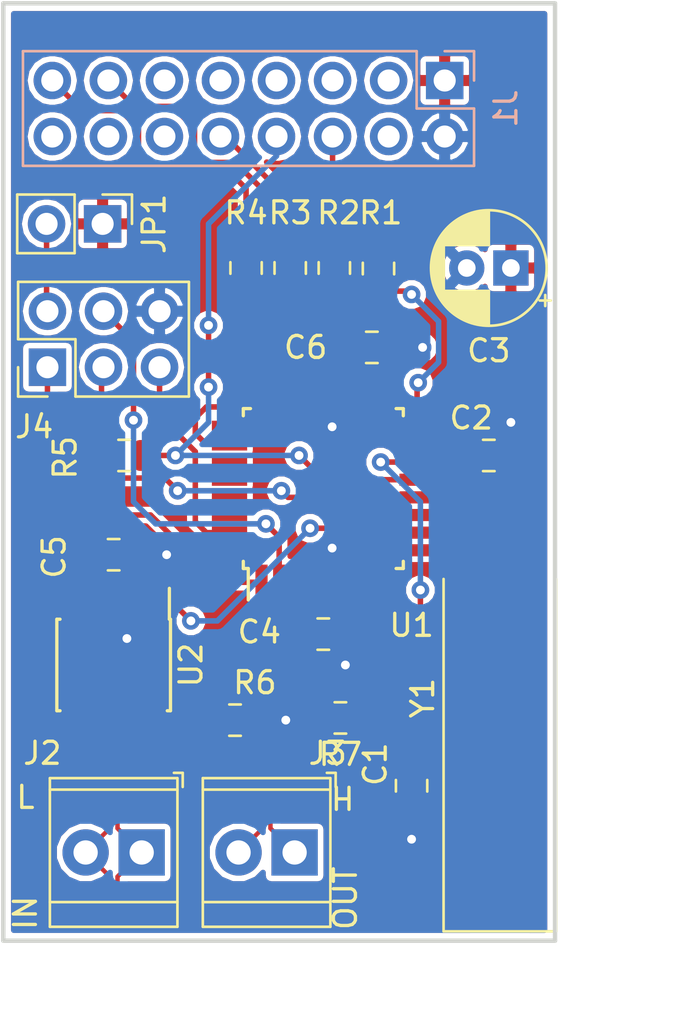
<source format=kicad_pcb>
(kicad_pcb (version 20171130) (host pcbnew 5.0.2+dfsg1-1)

  (general
    (thickness 1.6)
    (drawings 10)
    (tracks 191)
    (zones 0)
    (modules 21)
    (nets 25)
  )

  (page A4)
  (layers
    (0 F.Cu signal)
    (31 B.Cu signal)
    (32 B.Adhes user)
    (33 F.Adhes user)
    (34 B.Paste user)
    (35 F.Paste user)
    (36 B.SilkS user)
    (37 F.SilkS user)
    (38 B.Mask user)
    (39 F.Mask user)
    (40 Dwgs.User user)
    (41 Cmts.User user)
    (42 Eco1.User user)
    (43 Eco2.User user)
    (44 Edge.Cuts user)
    (45 Margin user)
    (46 B.CrtYd user)
    (47 F.CrtYd user)
    (48 B.Fab user hide)
    (49 F.Fab user hide)
  )

  (setup
    (last_trace_width 0.25)
    (trace_clearance 0.2)
    (zone_clearance 0.508)
    (zone_45_only no)
    (trace_min 0.2)
    (segment_width 0.2)
    (edge_width 0.15)
    (via_size 0.8)
    (via_drill 0.4)
    (via_min_size 0.4)
    (via_min_drill 0.3)
    (uvia_size 0.3)
    (uvia_drill 0.1)
    (uvias_allowed no)
    (uvia_min_size 0.2)
    (uvia_min_drill 0.1)
    (pcb_text_width 0.3)
    (pcb_text_size 1.5 1.5)
    (mod_edge_width 0.15)
    (mod_text_size 1 1)
    (mod_text_width 0.15)
    (pad_size 1.524 1.524)
    (pad_drill 0.762)
    (pad_to_mask_clearance 0.051)
    (solder_mask_min_width 0.25)
    (aux_axis_origin 0 0)
    (visible_elements FFFFFF7F)
    (pcbplotparams
      (layerselection 0x010fc_ffffffff)
      (usegerberextensions false)
      (usegerberattributes false)
      (usegerberadvancedattributes false)
      (creategerberjobfile false)
      (excludeedgelayer true)
      (linewidth 0.100000)
      (plotframeref false)
      (viasonmask false)
      (mode 1)
      (useauxorigin false)
      (hpglpennumber 1)
      (hpglpenspeed 20)
      (hpglpendiameter 15.000000)
      (psnegative false)
      (psa4output false)
      (plotreference true)
      (plotvalue true)
      (plotinvisibletext false)
      (padsonsilk false)
      (subtractmaskfromsilk false)
      (outputformat 1)
      (mirror false)
      (drillshape 1)
      (scaleselection 1)
      (outputdirectory ""))
  )

  (net 0 "")
  (net 1 GND)
  (net 2 "Net-(C1-Pad2)")
  (net 3 "Net-(C2-Pad2)")
  (net 4 +5V)
  (net 5 /CLK)
  (net 6 /ZCROSS)
  (net 7 /STROBE)
  (net 8 /DIN)
  (net 9 /DOUT)
  (net 10 /CAN_P)
  (net 11 /CAN_N)
  (net 12 /MISOISP)
  (net 13 "Net-(J4-Pad2)")
  (net 14 /SCKISP)
  (net 15 /MOSIISP)
  (net 16 /~RESET)
  (net 17 "Net-(R1-Pad1)")
  (net 18 "Net-(R2-Pad1)")
  (net 19 "Net-(R3-Pad1)")
  (net 20 "Net-(R4-Pad1)")
  (net 21 "Net-(R6-Pad2)")
  (net 22 /TXCAN)
  (net 23 /RXCAN)
  (net 24 /HISPEED)

  (net_class Default "This is the default net class."
    (clearance 0.2)
    (trace_width 0.25)
    (via_dia 0.8)
    (via_drill 0.4)
    (uvia_dia 0.3)
    (uvia_drill 0.1)
    (add_net +5V)
    (add_net /CLK)
    (add_net /DIN)
    (add_net /DOUT)
    (add_net /HISPEED)
    (add_net /MISOISP)
    (add_net /MOSIISP)
    (add_net /RXCAN)
    (add_net /SCKISP)
    (add_net /STROBE)
    (add_net /TXCAN)
    (add_net /ZCROSS)
    (add_net /~RESET)
    (add_net GND)
    (add_net "Net-(C1-Pad2)")
    (add_net "Net-(C2-Pad2)")
    (add_net "Net-(J4-Pad2)")
    (add_net "Net-(R1-Pad1)")
    (add_net "Net-(R2-Pad1)")
    (add_net "Net-(R3-Pad1)")
    (add_net "Net-(R4-Pad1)")
    (add_net "Net-(R6-Pad2)")
  )

  (net_class CAN ""
    (clearance 0.15)
    (trace_width 0.2)
    (via_dia 0.8)
    (via_drill 0.4)
    (uvia_dia 0.3)
    (uvia_drill 0.1)
    (diff_pair_gap 0.15)
    (diff_pair_width 0.2)
    (add_net /CAN_N)
    (add_net /CAN_P)
  )

  (module Capacitor_SMD:C_0805_2012Metric_Pad1.15x1.40mm_HandSolder (layer F.Cu) (tedit 5B36C52B) (tstamp 5CB16B4E)
    (at 188.5 111.975 90)
    (descr "Capacitor SMD 0805 (2012 Metric), square (rectangular) end terminal, IPC_7351 nominal with elongated pad for handsoldering. (Body size source: https://docs.google.com/spreadsheets/d/1BsfQQcO9C6DZCsRaXUlFlo91Tg2WpOkGARC1WS5S8t0/edit?usp=sharing), generated with kicad-footprint-generator")
    (tags "capacitor handsolder")
    (path /5CA53C22)
    (attr smd)
    (fp_text reference C1 (at 0.975 -1.65 90) (layer F.SilkS)
      (effects (font (size 1 1) (thickness 0.15)))
    )
    (fp_text value 22p (at 0 1.65 90) (layer F.Fab)
      (effects (font (size 1 1) (thickness 0.15)))
    )
    (fp_line (start -1 0.6) (end -1 -0.6) (layer F.Fab) (width 0.1))
    (fp_line (start -1 -0.6) (end 1 -0.6) (layer F.Fab) (width 0.1))
    (fp_line (start 1 -0.6) (end 1 0.6) (layer F.Fab) (width 0.1))
    (fp_line (start 1 0.6) (end -1 0.6) (layer F.Fab) (width 0.1))
    (fp_line (start -0.261252 -0.71) (end 0.261252 -0.71) (layer F.SilkS) (width 0.12))
    (fp_line (start -0.261252 0.71) (end 0.261252 0.71) (layer F.SilkS) (width 0.12))
    (fp_line (start -1.85 0.95) (end -1.85 -0.95) (layer F.CrtYd) (width 0.05))
    (fp_line (start -1.85 -0.95) (end 1.85 -0.95) (layer F.CrtYd) (width 0.05))
    (fp_line (start 1.85 -0.95) (end 1.85 0.95) (layer F.CrtYd) (width 0.05))
    (fp_line (start 1.85 0.95) (end -1.85 0.95) (layer F.CrtYd) (width 0.05))
    (fp_text user %R (at 0 0 90) (layer F.Fab)
      (effects (font (size 0.5 0.5) (thickness 0.08)))
    )
    (pad 1 smd roundrect (at -1.025 0 90) (size 1.15 1.4) (layers F.Cu F.Paste F.Mask) (roundrect_rratio 0.217391)
      (net 1 GND))
    (pad 2 smd roundrect (at 1.025 0 90) (size 1.15 1.4) (layers F.Cu F.Paste F.Mask) (roundrect_rratio 0.217391)
      (net 2 "Net-(C1-Pad2)"))
    (model ${KISYS3DMOD}/Capacitor_SMD.3dshapes/C_0805_2012Metric.wrl
      (at (xyz 0 0 0))
      (scale (xyz 1 1 1))
      (rotate (xyz 0 0 0))
    )
  )

  (module Capacitor_SMD:C_0805_2012Metric_Pad1.15x1.40mm_HandSolder (layer F.Cu) (tedit 5B36C52B) (tstamp 5CB16B5F)
    (at 192 97 180)
    (descr "Capacitor SMD 0805 (2012 Metric), square (rectangular) end terminal, IPC_7351 nominal with elongated pad for handsoldering. (Body size source: https://docs.google.com/spreadsheets/d/1BsfQQcO9C6DZCsRaXUlFlo91Tg2WpOkGARC1WS5S8t0/edit?usp=sharing), generated with kicad-footprint-generator")
    (tags "capacitor handsolder")
    (path /5CA53C80)
    (attr smd)
    (fp_text reference C2 (at 0.8 1.7 180) (layer F.SilkS)
      (effects (font (size 1 1) (thickness 0.15)))
    )
    (fp_text value 22p (at 0 1.65 180) (layer F.Fab)
      (effects (font (size 1 1) (thickness 0.15)))
    )
    (fp_text user %R (at 0 0 180) (layer F.Fab)
      (effects (font (size 0.5 0.5) (thickness 0.08)))
    )
    (fp_line (start 1.85 0.95) (end -1.85 0.95) (layer F.CrtYd) (width 0.05))
    (fp_line (start 1.85 -0.95) (end 1.85 0.95) (layer F.CrtYd) (width 0.05))
    (fp_line (start -1.85 -0.95) (end 1.85 -0.95) (layer F.CrtYd) (width 0.05))
    (fp_line (start -1.85 0.95) (end -1.85 -0.95) (layer F.CrtYd) (width 0.05))
    (fp_line (start -0.261252 0.71) (end 0.261252 0.71) (layer F.SilkS) (width 0.12))
    (fp_line (start -0.261252 -0.71) (end 0.261252 -0.71) (layer F.SilkS) (width 0.12))
    (fp_line (start 1 0.6) (end -1 0.6) (layer F.Fab) (width 0.1))
    (fp_line (start 1 -0.6) (end 1 0.6) (layer F.Fab) (width 0.1))
    (fp_line (start -1 -0.6) (end 1 -0.6) (layer F.Fab) (width 0.1))
    (fp_line (start -1 0.6) (end -1 -0.6) (layer F.Fab) (width 0.1))
    (pad 2 smd roundrect (at 1.025 0 180) (size 1.15 1.4) (layers F.Cu F.Paste F.Mask) (roundrect_rratio 0.217391)
      (net 3 "Net-(C2-Pad2)"))
    (pad 1 smd roundrect (at -1.025 0 180) (size 1.15 1.4) (layers F.Cu F.Paste F.Mask) (roundrect_rratio 0.217391)
      (net 1 GND))
    (model ${KISYS3DMOD}/Capacitor_SMD.3dshapes/C_0805_2012Metric.wrl
      (at (xyz 0 0 0))
      (scale (xyz 1 1 1))
      (rotate (xyz 0 0 0))
    )
  )

  (module Capacitor_THT:CP_Radial_D5.0mm_P2.00mm (layer F.Cu) (tedit 5AE50EF0) (tstamp 5CB16BE2)
    (at 193 88.5 180)
    (descr "CP, Radial series, Radial, pin pitch=2.00mm, , diameter=5mm, Electrolytic Capacitor")
    (tags "CP Radial series Radial pin pitch 2.00mm  diameter 5mm Electrolytic Capacitor")
    (path /5CA54AD7)
    (fp_text reference C3 (at 1 -3.75 180) (layer F.SilkS)
      (effects (font (size 1 1) (thickness 0.15)))
    )
    (fp_text value 10u (at 1 3.75 180) (layer F.Fab)
      (effects (font (size 1 1) (thickness 0.15)))
    )
    (fp_circle (center 1 0) (end 3.5 0) (layer F.Fab) (width 0.1))
    (fp_circle (center 1 0) (end 3.62 0) (layer F.SilkS) (width 0.12))
    (fp_circle (center 1 0) (end 3.75 0) (layer F.CrtYd) (width 0.05))
    (fp_line (start -1.133605 -1.0875) (end -0.633605 -1.0875) (layer F.Fab) (width 0.1))
    (fp_line (start -0.883605 -1.3375) (end -0.883605 -0.8375) (layer F.Fab) (width 0.1))
    (fp_line (start 1 1.04) (end 1 2.58) (layer F.SilkS) (width 0.12))
    (fp_line (start 1 -2.58) (end 1 -1.04) (layer F.SilkS) (width 0.12))
    (fp_line (start 1.04 1.04) (end 1.04 2.58) (layer F.SilkS) (width 0.12))
    (fp_line (start 1.04 -2.58) (end 1.04 -1.04) (layer F.SilkS) (width 0.12))
    (fp_line (start 1.08 -2.579) (end 1.08 -1.04) (layer F.SilkS) (width 0.12))
    (fp_line (start 1.08 1.04) (end 1.08 2.579) (layer F.SilkS) (width 0.12))
    (fp_line (start 1.12 -2.578) (end 1.12 -1.04) (layer F.SilkS) (width 0.12))
    (fp_line (start 1.12 1.04) (end 1.12 2.578) (layer F.SilkS) (width 0.12))
    (fp_line (start 1.16 -2.576) (end 1.16 -1.04) (layer F.SilkS) (width 0.12))
    (fp_line (start 1.16 1.04) (end 1.16 2.576) (layer F.SilkS) (width 0.12))
    (fp_line (start 1.2 -2.573) (end 1.2 -1.04) (layer F.SilkS) (width 0.12))
    (fp_line (start 1.2 1.04) (end 1.2 2.573) (layer F.SilkS) (width 0.12))
    (fp_line (start 1.24 -2.569) (end 1.24 -1.04) (layer F.SilkS) (width 0.12))
    (fp_line (start 1.24 1.04) (end 1.24 2.569) (layer F.SilkS) (width 0.12))
    (fp_line (start 1.28 -2.565) (end 1.28 -1.04) (layer F.SilkS) (width 0.12))
    (fp_line (start 1.28 1.04) (end 1.28 2.565) (layer F.SilkS) (width 0.12))
    (fp_line (start 1.32 -2.561) (end 1.32 -1.04) (layer F.SilkS) (width 0.12))
    (fp_line (start 1.32 1.04) (end 1.32 2.561) (layer F.SilkS) (width 0.12))
    (fp_line (start 1.36 -2.556) (end 1.36 -1.04) (layer F.SilkS) (width 0.12))
    (fp_line (start 1.36 1.04) (end 1.36 2.556) (layer F.SilkS) (width 0.12))
    (fp_line (start 1.4 -2.55) (end 1.4 -1.04) (layer F.SilkS) (width 0.12))
    (fp_line (start 1.4 1.04) (end 1.4 2.55) (layer F.SilkS) (width 0.12))
    (fp_line (start 1.44 -2.543) (end 1.44 -1.04) (layer F.SilkS) (width 0.12))
    (fp_line (start 1.44 1.04) (end 1.44 2.543) (layer F.SilkS) (width 0.12))
    (fp_line (start 1.48 -2.536) (end 1.48 -1.04) (layer F.SilkS) (width 0.12))
    (fp_line (start 1.48 1.04) (end 1.48 2.536) (layer F.SilkS) (width 0.12))
    (fp_line (start 1.52 -2.528) (end 1.52 -1.04) (layer F.SilkS) (width 0.12))
    (fp_line (start 1.52 1.04) (end 1.52 2.528) (layer F.SilkS) (width 0.12))
    (fp_line (start 1.56 -2.52) (end 1.56 -1.04) (layer F.SilkS) (width 0.12))
    (fp_line (start 1.56 1.04) (end 1.56 2.52) (layer F.SilkS) (width 0.12))
    (fp_line (start 1.6 -2.511) (end 1.6 -1.04) (layer F.SilkS) (width 0.12))
    (fp_line (start 1.6 1.04) (end 1.6 2.511) (layer F.SilkS) (width 0.12))
    (fp_line (start 1.64 -2.501) (end 1.64 -1.04) (layer F.SilkS) (width 0.12))
    (fp_line (start 1.64 1.04) (end 1.64 2.501) (layer F.SilkS) (width 0.12))
    (fp_line (start 1.68 -2.491) (end 1.68 -1.04) (layer F.SilkS) (width 0.12))
    (fp_line (start 1.68 1.04) (end 1.68 2.491) (layer F.SilkS) (width 0.12))
    (fp_line (start 1.721 -2.48) (end 1.721 -1.04) (layer F.SilkS) (width 0.12))
    (fp_line (start 1.721 1.04) (end 1.721 2.48) (layer F.SilkS) (width 0.12))
    (fp_line (start 1.761 -2.468) (end 1.761 -1.04) (layer F.SilkS) (width 0.12))
    (fp_line (start 1.761 1.04) (end 1.761 2.468) (layer F.SilkS) (width 0.12))
    (fp_line (start 1.801 -2.455) (end 1.801 -1.04) (layer F.SilkS) (width 0.12))
    (fp_line (start 1.801 1.04) (end 1.801 2.455) (layer F.SilkS) (width 0.12))
    (fp_line (start 1.841 -2.442) (end 1.841 -1.04) (layer F.SilkS) (width 0.12))
    (fp_line (start 1.841 1.04) (end 1.841 2.442) (layer F.SilkS) (width 0.12))
    (fp_line (start 1.881 -2.428) (end 1.881 -1.04) (layer F.SilkS) (width 0.12))
    (fp_line (start 1.881 1.04) (end 1.881 2.428) (layer F.SilkS) (width 0.12))
    (fp_line (start 1.921 -2.414) (end 1.921 -1.04) (layer F.SilkS) (width 0.12))
    (fp_line (start 1.921 1.04) (end 1.921 2.414) (layer F.SilkS) (width 0.12))
    (fp_line (start 1.961 -2.398) (end 1.961 -1.04) (layer F.SilkS) (width 0.12))
    (fp_line (start 1.961 1.04) (end 1.961 2.398) (layer F.SilkS) (width 0.12))
    (fp_line (start 2.001 -2.382) (end 2.001 -1.04) (layer F.SilkS) (width 0.12))
    (fp_line (start 2.001 1.04) (end 2.001 2.382) (layer F.SilkS) (width 0.12))
    (fp_line (start 2.041 -2.365) (end 2.041 -1.04) (layer F.SilkS) (width 0.12))
    (fp_line (start 2.041 1.04) (end 2.041 2.365) (layer F.SilkS) (width 0.12))
    (fp_line (start 2.081 -2.348) (end 2.081 -1.04) (layer F.SilkS) (width 0.12))
    (fp_line (start 2.081 1.04) (end 2.081 2.348) (layer F.SilkS) (width 0.12))
    (fp_line (start 2.121 -2.329) (end 2.121 -1.04) (layer F.SilkS) (width 0.12))
    (fp_line (start 2.121 1.04) (end 2.121 2.329) (layer F.SilkS) (width 0.12))
    (fp_line (start 2.161 -2.31) (end 2.161 -1.04) (layer F.SilkS) (width 0.12))
    (fp_line (start 2.161 1.04) (end 2.161 2.31) (layer F.SilkS) (width 0.12))
    (fp_line (start 2.201 -2.29) (end 2.201 -1.04) (layer F.SilkS) (width 0.12))
    (fp_line (start 2.201 1.04) (end 2.201 2.29) (layer F.SilkS) (width 0.12))
    (fp_line (start 2.241 -2.268) (end 2.241 -1.04) (layer F.SilkS) (width 0.12))
    (fp_line (start 2.241 1.04) (end 2.241 2.268) (layer F.SilkS) (width 0.12))
    (fp_line (start 2.281 -2.247) (end 2.281 -1.04) (layer F.SilkS) (width 0.12))
    (fp_line (start 2.281 1.04) (end 2.281 2.247) (layer F.SilkS) (width 0.12))
    (fp_line (start 2.321 -2.224) (end 2.321 -1.04) (layer F.SilkS) (width 0.12))
    (fp_line (start 2.321 1.04) (end 2.321 2.224) (layer F.SilkS) (width 0.12))
    (fp_line (start 2.361 -2.2) (end 2.361 -1.04) (layer F.SilkS) (width 0.12))
    (fp_line (start 2.361 1.04) (end 2.361 2.2) (layer F.SilkS) (width 0.12))
    (fp_line (start 2.401 -2.175) (end 2.401 -1.04) (layer F.SilkS) (width 0.12))
    (fp_line (start 2.401 1.04) (end 2.401 2.175) (layer F.SilkS) (width 0.12))
    (fp_line (start 2.441 -2.149) (end 2.441 -1.04) (layer F.SilkS) (width 0.12))
    (fp_line (start 2.441 1.04) (end 2.441 2.149) (layer F.SilkS) (width 0.12))
    (fp_line (start 2.481 -2.122) (end 2.481 -1.04) (layer F.SilkS) (width 0.12))
    (fp_line (start 2.481 1.04) (end 2.481 2.122) (layer F.SilkS) (width 0.12))
    (fp_line (start 2.521 -2.095) (end 2.521 -1.04) (layer F.SilkS) (width 0.12))
    (fp_line (start 2.521 1.04) (end 2.521 2.095) (layer F.SilkS) (width 0.12))
    (fp_line (start 2.561 -2.065) (end 2.561 -1.04) (layer F.SilkS) (width 0.12))
    (fp_line (start 2.561 1.04) (end 2.561 2.065) (layer F.SilkS) (width 0.12))
    (fp_line (start 2.601 -2.035) (end 2.601 -1.04) (layer F.SilkS) (width 0.12))
    (fp_line (start 2.601 1.04) (end 2.601 2.035) (layer F.SilkS) (width 0.12))
    (fp_line (start 2.641 -2.004) (end 2.641 -1.04) (layer F.SilkS) (width 0.12))
    (fp_line (start 2.641 1.04) (end 2.641 2.004) (layer F.SilkS) (width 0.12))
    (fp_line (start 2.681 -1.971) (end 2.681 -1.04) (layer F.SilkS) (width 0.12))
    (fp_line (start 2.681 1.04) (end 2.681 1.971) (layer F.SilkS) (width 0.12))
    (fp_line (start 2.721 -1.937) (end 2.721 -1.04) (layer F.SilkS) (width 0.12))
    (fp_line (start 2.721 1.04) (end 2.721 1.937) (layer F.SilkS) (width 0.12))
    (fp_line (start 2.761 -1.901) (end 2.761 -1.04) (layer F.SilkS) (width 0.12))
    (fp_line (start 2.761 1.04) (end 2.761 1.901) (layer F.SilkS) (width 0.12))
    (fp_line (start 2.801 -1.864) (end 2.801 -1.04) (layer F.SilkS) (width 0.12))
    (fp_line (start 2.801 1.04) (end 2.801 1.864) (layer F.SilkS) (width 0.12))
    (fp_line (start 2.841 -1.826) (end 2.841 -1.04) (layer F.SilkS) (width 0.12))
    (fp_line (start 2.841 1.04) (end 2.841 1.826) (layer F.SilkS) (width 0.12))
    (fp_line (start 2.881 -1.785) (end 2.881 -1.04) (layer F.SilkS) (width 0.12))
    (fp_line (start 2.881 1.04) (end 2.881 1.785) (layer F.SilkS) (width 0.12))
    (fp_line (start 2.921 -1.743) (end 2.921 -1.04) (layer F.SilkS) (width 0.12))
    (fp_line (start 2.921 1.04) (end 2.921 1.743) (layer F.SilkS) (width 0.12))
    (fp_line (start 2.961 -1.699) (end 2.961 -1.04) (layer F.SilkS) (width 0.12))
    (fp_line (start 2.961 1.04) (end 2.961 1.699) (layer F.SilkS) (width 0.12))
    (fp_line (start 3.001 -1.653) (end 3.001 -1.04) (layer F.SilkS) (width 0.12))
    (fp_line (start 3.001 1.04) (end 3.001 1.653) (layer F.SilkS) (width 0.12))
    (fp_line (start 3.041 -1.605) (end 3.041 1.605) (layer F.SilkS) (width 0.12))
    (fp_line (start 3.081 -1.554) (end 3.081 1.554) (layer F.SilkS) (width 0.12))
    (fp_line (start 3.121 -1.5) (end 3.121 1.5) (layer F.SilkS) (width 0.12))
    (fp_line (start 3.161 -1.443) (end 3.161 1.443) (layer F.SilkS) (width 0.12))
    (fp_line (start 3.201 -1.383) (end 3.201 1.383) (layer F.SilkS) (width 0.12))
    (fp_line (start 3.241 -1.319) (end 3.241 1.319) (layer F.SilkS) (width 0.12))
    (fp_line (start 3.281 -1.251) (end 3.281 1.251) (layer F.SilkS) (width 0.12))
    (fp_line (start 3.321 -1.178) (end 3.321 1.178) (layer F.SilkS) (width 0.12))
    (fp_line (start 3.361 -1.098) (end 3.361 1.098) (layer F.SilkS) (width 0.12))
    (fp_line (start 3.401 -1.011) (end 3.401 1.011) (layer F.SilkS) (width 0.12))
    (fp_line (start 3.441 -0.915) (end 3.441 0.915) (layer F.SilkS) (width 0.12))
    (fp_line (start 3.481 -0.805) (end 3.481 0.805) (layer F.SilkS) (width 0.12))
    (fp_line (start 3.521 -0.677) (end 3.521 0.677) (layer F.SilkS) (width 0.12))
    (fp_line (start 3.561 -0.518) (end 3.561 0.518) (layer F.SilkS) (width 0.12))
    (fp_line (start 3.601 -0.284) (end 3.601 0.284) (layer F.SilkS) (width 0.12))
    (fp_line (start -1.804775 -1.475) (end -1.304775 -1.475) (layer F.SilkS) (width 0.12))
    (fp_line (start -1.554775 -1.725) (end -1.554775 -1.225) (layer F.SilkS) (width 0.12))
    (fp_text user %R (at 1 0 180) (layer F.Fab)
      (effects (font (size 1 1) (thickness 0.15)))
    )
    (pad 1 thru_hole rect (at 0 0 180) (size 1.6 1.6) (drill 0.8) (layers *.Cu *.Mask)
      (net 4 +5V))
    (pad 2 thru_hole circle (at 2 0 180) (size 1.6 1.6) (drill 0.8) (layers *.Cu *.Mask)
      (net 1 GND))
    (model ${KISYS3DMOD}/Capacitor_THT.3dshapes/CP_Radial_D5.0mm_P2.00mm.wrl
      (at (xyz 0 0 0))
      (scale (xyz 1 1 1))
      (rotate (xyz 0 0 0))
    )
  )

  (module Capacitor_SMD:C_0805_2012Metric_Pad1.15x1.40mm_HandSolder (layer F.Cu) (tedit 5B36C52B) (tstamp 5CB16BF3)
    (at 184.5 105.1)
    (descr "Capacitor SMD 0805 (2012 Metric), square (rectangular) end terminal, IPC_7351 nominal with elongated pad for handsoldering. (Body size source: https://docs.google.com/spreadsheets/d/1BsfQQcO9C6DZCsRaXUlFlo91Tg2WpOkGARC1WS5S8t0/edit?usp=sharing), generated with kicad-footprint-generator")
    (tags "capacitor handsolder")
    (path /5CA54379)
    (attr smd)
    (fp_text reference C4 (at -2.9 -0.1) (layer F.SilkS)
      (effects (font (size 1 1) (thickness 0.15)))
    )
    (fp_text value 100n (at 0 1.65) (layer F.Fab)
      (effects (font (size 1 1) (thickness 0.15)))
    )
    (fp_line (start -1 0.6) (end -1 -0.6) (layer F.Fab) (width 0.1))
    (fp_line (start -1 -0.6) (end 1 -0.6) (layer F.Fab) (width 0.1))
    (fp_line (start 1 -0.6) (end 1 0.6) (layer F.Fab) (width 0.1))
    (fp_line (start 1 0.6) (end -1 0.6) (layer F.Fab) (width 0.1))
    (fp_line (start -0.261252 -0.71) (end 0.261252 -0.71) (layer F.SilkS) (width 0.12))
    (fp_line (start -0.261252 0.71) (end 0.261252 0.71) (layer F.SilkS) (width 0.12))
    (fp_line (start -1.85 0.95) (end -1.85 -0.95) (layer F.CrtYd) (width 0.05))
    (fp_line (start -1.85 -0.95) (end 1.85 -0.95) (layer F.CrtYd) (width 0.05))
    (fp_line (start 1.85 -0.95) (end 1.85 0.95) (layer F.CrtYd) (width 0.05))
    (fp_line (start 1.85 0.95) (end -1.85 0.95) (layer F.CrtYd) (width 0.05))
    (fp_text user %R (at 0 0) (layer F.Fab)
      (effects (font (size 0.5 0.5) (thickness 0.08)))
    )
    (pad 1 smd roundrect (at -1.025 0) (size 1.15 1.4) (layers F.Cu F.Paste F.Mask) (roundrect_rratio 0.217391)
      (net 4 +5V))
    (pad 2 smd roundrect (at 1.025 0) (size 1.15 1.4) (layers F.Cu F.Paste F.Mask) (roundrect_rratio 0.217391)
      (net 1 GND))
    (model ${KISYS3DMOD}/Capacitor_SMD.3dshapes/C_0805_2012Metric.wrl
      (at (xyz 0 0 0))
      (scale (xyz 1 1 1))
      (rotate (xyz 0 0 0))
    )
  )

  (module Capacitor_SMD:C_0805_2012Metric_Pad1.15x1.40mm_HandSolder (layer F.Cu) (tedit 5B36C52B) (tstamp 5CB16C04)
    (at 175 101.5)
    (descr "Capacitor SMD 0805 (2012 Metric), square (rectangular) end terminal, IPC_7351 nominal with elongated pad for handsoldering. (Body size source: https://docs.google.com/spreadsheets/d/1BsfQQcO9C6DZCsRaXUlFlo91Tg2WpOkGARC1WS5S8t0/edit?usp=sharing), generated with kicad-footprint-generator")
    (tags "capacitor handsolder")
    (path /5CA53911)
    (attr smd)
    (fp_text reference C5 (at -2.7 0.1 90) (layer F.SilkS)
      (effects (font (size 1 1) (thickness 0.15)))
    )
    (fp_text value 100n (at 0 1.65) (layer F.Fab)
      (effects (font (size 1 1) (thickness 0.15)))
    )
    (fp_text user %R (at 0 0) (layer F.Fab)
      (effects (font (size 0.5 0.5) (thickness 0.08)))
    )
    (fp_line (start 1.85 0.95) (end -1.85 0.95) (layer F.CrtYd) (width 0.05))
    (fp_line (start 1.85 -0.95) (end 1.85 0.95) (layer F.CrtYd) (width 0.05))
    (fp_line (start -1.85 -0.95) (end 1.85 -0.95) (layer F.CrtYd) (width 0.05))
    (fp_line (start -1.85 0.95) (end -1.85 -0.95) (layer F.CrtYd) (width 0.05))
    (fp_line (start -0.261252 0.71) (end 0.261252 0.71) (layer F.SilkS) (width 0.12))
    (fp_line (start -0.261252 -0.71) (end 0.261252 -0.71) (layer F.SilkS) (width 0.12))
    (fp_line (start 1 0.6) (end -1 0.6) (layer F.Fab) (width 0.1))
    (fp_line (start 1 -0.6) (end 1 0.6) (layer F.Fab) (width 0.1))
    (fp_line (start -1 -0.6) (end 1 -0.6) (layer F.Fab) (width 0.1))
    (fp_line (start -1 0.6) (end -1 -0.6) (layer F.Fab) (width 0.1))
    (pad 2 smd roundrect (at 1.025 0) (size 1.15 1.4) (layers F.Cu F.Paste F.Mask) (roundrect_rratio 0.217391)
      (net 1 GND))
    (pad 1 smd roundrect (at -1.025 0) (size 1.15 1.4) (layers F.Cu F.Paste F.Mask) (roundrect_rratio 0.217391)
      (net 4 +5V))
    (model ${KISYS3DMOD}/Capacitor_SMD.3dshapes/C_0805_2012Metric.wrl
      (at (xyz 0 0 0))
      (scale (xyz 1 1 1))
      (rotate (xyz 0 0 0))
    )
  )

  (module TerminalBlock_TE-Connectivity:TerminalBlock_TE_282834-2_1x02_P2.54mm_Horizontal (layer F.Cu) (tedit 5B1EC513) (tstamp 5CB16C4A)
    (at 176.27 115 180)
    (descr "Terminal Block TE 282834-2, 2 pins, pitch 2.54mm, size 5.54x6.5mm^2, drill diamater 1.1mm, pad diameter 2.1mm, see http://www.te.com/commerce/DocumentDelivery/DDEController?Action=showdoc&DocId=Customer+Drawing%7F282834%7FC1%7Fpdf%7FEnglish%7FENG_CD_282834_C1.pdf, script-generated using https://github.com/pointhi/kicad-footprint-generator/scripts/TerminalBlock_TE-Connectivity")
    (tags "THT Terminal Block TE 282834-2 pitch 2.54mm size 5.54x6.5mm^2 drill 1.1mm pad 2.1mm")
    (path /5CA53A5C)
    (fp_text reference J2 (at 4.5 4.5 180) (layer F.SilkS)
      (effects (font (size 1 1) (thickness 0.15)))
    )
    (fp_text value "CAN In" (at 1.27 4.37 180) (layer F.Fab)
      (effects (font (size 1 1) (thickness 0.15)))
    )
    (fp_circle (center 0 0) (end 1.1 0) (layer F.Fab) (width 0.1))
    (fp_circle (center 2.54 0) (end 3.64 0) (layer F.Fab) (width 0.1))
    (fp_line (start -1.5 -3.25) (end 4.04 -3.25) (layer F.Fab) (width 0.1))
    (fp_line (start 4.04 -3.25) (end 4.04 3.25) (layer F.Fab) (width 0.1))
    (fp_line (start 4.04 3.25) (end -1.1 3.25) (layer F.Fab) (width 0.1))
    (fp_line (start -1.1 3.25) (end -1.5 2.85) (layer F.Fab) (width 0.1))
    (fp_line (start -1.5 2.85) (end -1.5 -3.25) (layer F.Fab) (width 0.1))
    (fp_line (start -1.5 2.85) (end 4.04 2.85) (layer F.Fab) (width 0.1))
    (fp_line (start -1.62 2.85) (end 4.16 2.85) (layer F.SilkS) (width 0.12))
    (fp_line (start -1.5 -2.25) (end 4.04 -2.25) (layer F.Fab) (width 0.1))
    (fp_line (start -1.62 -2.25) (end 4.16 -2.25) (layer F.SilkS) (width 0.12))
    (fp_line (start -1.62 -3.37) (end 4.16 -3.37) (layer F.SilkS) (width 0.12))
    (fp_line (start -1.62 3.37) (end 4.16 3.37) (layer F.SilkS) (width 0.12))
    (fp_line (start -1.62 -3.37) (end -1.62 3.37) (layer F.SilkS) (width 0.12))
    (fp_line (start 4.16 -3.37) (end 4.16 3.37) (layer F.SilkS) (width 0.12))
    (fp_line (start 0.835 -0.7) (end -0.701 0.835) (layer F.Fab) (width 0.1))
    (fp_line (start 0.701 -0.835) (end -0.835 0.7) (layer F.Fab) (width 0.1))
    (fp_line (start 3.375 -0.7) (end 1.84 0.835) (layer F.Fab) (width 0.1))
    (fp_line (start 3.241 -0.835) (end 1.706 0.7) (layer F.Fab) (width 0.1))
    (fp_line (start -1.86 2.97) (end -1.86 3.61) (layer F.SilkS) (width 0.12))
    (fp_line (start -1.86 3.61) (end -1.46 3.61) (layer F.SilkS) (width 0.12))
    (fp_line (start -2 -3.75) (end -2 3.75) (layer F.CrtYd) (width 0.05))
    (fp_line (start -2 3.75) (end 4.54 3.75) (layer F.CrtYd) (width 0.05))
    (fp_line (start 4.54 3.75) (end 4.54 -3.75) (layer F.CrtYd) (width 0.05))
    (fp_line (start 4.54 -3.75) (end -2 -3.75) (layer F.CrtYd) (width 0.05))
    (fp_text user %R (at 1.27 2 180) (layer F.Fab)
      (effects (font (size 1 1) (thickness 0.15)))
    )
    (pad 1 thru_hole rect (at 0 0 180) (size 2.1 2.1) (drill 1.1) (layers *.Cu *.Mask)
      (net 10 /CAN_P))
    (pad 2 thru_hole circle (at 2.54 0 180) (size 2.1 2.1) (drill 1.1) (layers *.Cu *.Mask)
      (net 11 /CAN_N))
    (model ${KISYS3DMOD}/TerminalBlock_TE-Connectivity.3dshapes/TerminalBlock_TE_282834-2_1x02_P2.54mm_Horizontal.wrl
      (at (xyz 0 0 0))
      (scale (xyz 1 1 1))
      (rotate (xyz 0 0 0))
    )
  )

  (module TerminalBlock_TE-Connectivity:TerminalBlock_TE_282834-2_1x02_P2.54mm_Horizontal (layer F.Cu) (tedit 5B1EC513) (tstamp 5CB16C6A)
    (at 183.2 115 180)
    (descr "Terminal Block TE 282834-2, 2 pins, pitch 2.54mm, size 5.54x6.5mm^2, drill diamater 1.1mm, pad diameter 2.1mm, see http://www.te.com/commerce/DocumentDelivery/DDEController?Action=showdoc&DocId=Customer+Drawing%7F282834%7FC1%7Fpdf%7FEnglish%7FENG_CD_282834_C1.pdf, script-generated using https://github.com/pointhi/kicad-footprint-generator/scripts/TerminalBlock_TE-Connectivity")
    (tags "THT Terminal Block TE 282834-2 pitch 2.54mm size 5.54x6.5mm^2 drill 1.1mm pad 2.1mm")
    (path /5CA53AD4)
    (fp_text reference J3 (at -1.5 4.5 180) (layer F.SilkS)
      (effects (font (size 1 1) (thickness 0.15)))
    )
    (fp_text value "CAN Out" (at 1.27 4.37 180) (layer F.Fab)
      (effects (font (size 1 1) (thickness 0.15)))
    )
    (fp_text user %R (at 1.27 2 180) (layer F.Fab)
      (effects (font (size 1 1) (thickness 0.15)))
    )
    (fp_line (start 4.54 -3.75) (end -2 -3.75) (layer F.CrtYd) (width 0.05))
    (fp_line (start 4.54 3.75) (end 4.54 -3.75) (layer F.CrtYd) (width 0.05))
    (fp_line (start -2 3.75) (end 4.54 3.75) (layer F.CrtYd) (width 0.05))
    (fp_line (start -2 -3.75) (end -2 3.75) (layer F.CrtYd) (width 0.05))
    (fp_line (start -1.86 3.61) (end -1.46 3.61) (layer F.SilkS) (width 0.12))
    (fp_line (start -1.86 2.97) (end -1.86 3.61) (layer F.SilkS) (width 0.12))
    (fp_line (start 3.241 -0.835) (end 1.706 0.7) (layer F.Fab) (width 0.1))
    (fp_line (start 3.375 -0.7) (end 1.84 0.835) (layer F.Fab) (width 0.1))
    (fp_line (start 0.701 -0.835) (end -0.835 0.7) (layer F.Fab) (width 0.1))
    (fp_line (start 0.835 -0.7) (end -0.701 0.835) (layer F.Fab) (width 0.1))
    (fp_line (start 4.16 -3.37) (end 4.16 3.37) (layer F.SilkS) (width 0.12))
    (fp_line (start -1.62 -3.37) (end -1.62 3.37) (layer F.SilkS) (width 0.12))
    (fp_line (start -1.62 3.37) (end 4.16 3.37) (layer F.SilkS) (width 0.12))
    (fp_line (start -1.62 -3.37) (end 4.16 -3.37) (layer F.SilkS) (width 0.12))
    (fp_line (start -1.62 -2.25) (end 4.16 -2.25) (layer F.SilkS) (width 0.12))
    (fp_line (start -1.5 -2.25) (end 4.04 -2.25) (layer F.Fab) (width 0.1))
    (fp_line (start -1.62 2.85) (end 4.16 2.85) (layer F.SilkS) (width 0.12))
    (fp_line (start -1.5 2.85) (end 4.04 2.85) (layer F.Fab) (width 0.1))
    (fp_line (start -1.5 2.85) (end -1.5 -3.25) (layer F.Fab) (width 0.1))
    (fp_line (start -1.1 3.25) (end -1.5 2.85) (layer F.Fab) (width 0.1))
    (fp_line (start 4.04 3.25) (end -1.1 3.25) (layer F.Fab) (width 0.1))
    (fp_line (start 4.04 -3.25) (end 4.04 3.25) (layer F.Fab) (width 0.1))
    (fp_line (start -1.5 -3.25) (end 4.04 -3.25) (layer F.Fab) (width 0.1))
    (fp_circle (center 2.54 0) (end 3.64 0) (layer F.Fab) (width 0.1))
    (fp_circle (center 0 0) (end 1.1 0) (layer F.Fab) (width 0.1))
    (pad 2 thru_hole circle (at 2.54 0 180) (size 2.1 2.1) (drill 1.1) (layers *.Cu *.Mask)
      (net 11 /CAN_N))
    (pad 1 thru_hole rect (at 0 0 180) (size 2.1 2.1) (drill 1.1) (layers *.Cu *.Mask)
      (net 10 /CAN_P))
    (model ${KISYS3DMOD}/TerminalBlock_TE-Connectivity.3dshapes/TerminalBlock_TE_282834-2_1x02_P2.54mm_Horizontal.wrl
      (at (xyz 0 0 0))
      (scale (xyz 1 1 1))
      (rotate (xyz 0 0 0))
    )
  )

  (module Connector_PinHeader_2.54mm:PinHeader_2x03_P2.54mm_Vertical (layer F.Cu) (tedit 59FED5CC) (tstamp 5CB16C86)
    (at 172 93 90)
    (descr "Through hole straight pin header, 2x03, 2.54mm pitch, double rows")
    (tags "Through hole pin header THT 2x03 2.54mm double row")
    (path /5CA54E1F)
    (fp_text reference J4 (at -2.7 -0.6 180) (layer F.SilkS)
      (effects (font (size 1 1) (thickness 0.15)))
    )
    (fp_text value AVR-ISP-6 (at 1.27 7.41 90) (layer F.Fab)
      (effects (font (size 1 1) (thickness 0.15)))
    )
    (fp_line (start 0 -1.27) (end 3.81 -1.27) (layer F.Fab) (width 0.1))
    (fp_line (start 3.81 -1.27) (end 3.81 6.35) (layer F.Fab) (width 0.1))
    (fp_line (start 3.81 6.35) (end -1.27 6.35) (layer F.Fab) (width 0.1))
    (fp_line (start -1.27 6.35) (end -1.27 0) (layer F.Fab) (width 0.1))
    (fp_line (start -1.27 0) (end 0 -1.27) (layer F.Fab) (width 0.1))
    (fp_line (start -1.33 6.41) (end 3.87 6.41) (layer F.SilkS) (width 0.12))
    (fp_line (start -1.33 1.27) (end -1.33 6.41) (layer F.SilkS) (width 0.12))
    (fp_line (start 3.87 -1.33) (end 3.87 6.41) (layer F.SilkS) (width 0.12))
    (fp_line (start -1.33 1.27) (end 1.27 1.27) (layer F.SilkS) (width 0.12))
    (fp_line (start 1.27 1.27) (end 1.27 -1.33) (layer F.SilkS) (width 0.12))
    (fp_line (start 1.27 -1.33) (end 3.87 -1.33) (layer F.SilkS) (width 0.12))
    (fp_line (start -1.33 0) (end -1.33 -1.33) (layer F.SilkS) (width 0.12))
    (fp_line (start -1.33 -1.33) (end 0 -1.33) (layer F.SilkS) (width 0.12))
    (fp_line (start -1.8 -1.8) (end -1.8 6.85) (layer F.CrtYd) (width 0.05))
    (fp_line (start -1.8 6.85) (end 4.35 6.85) (layer F.CrtYd) (width 0.05))
    (fp_line (start 4.35 6.85) (end 4.35 -1.8) (layer F.CrtYd) (width 0.05))
    (fp_line (start 4.35 -1.8) (end -1.8 -1.8) (layer F.CrtYd) (width 0.05))
    (fp_text user %R (at 1.27 2.54 180) (layer F.Fab)
      (effects (font (size 1 1) (thickness 0.15)))
    )
    (pad 1 thru_hole rect (at 0 0 90) (size 1.7 1.7) (drill 1) (layers *.Cu *.Mask)
      (net 12 /MISOISP))
    (pad 2 thru_hole oval (at 2.54 0 90) (size 1.7 1.7) (drill 1) (layers *.Cu *.Mask)
      (net 13 "Net-(J4-Pad2)"))
    (pad 3 thru_hole oval (at 0 2.54 90) (size 1.7 1.7) (drill 1) (layers *.Cu *.Mask)
      (net 14 /SCKISP))
    (pad 4 thru_hole oval (at 2.54 2.54 90) (size 1.7 1.7) (drill 1) (layers *.Cu *.Mask)
      (net 15 /MOSIISP))
    (pad 5 thru_hole oval (at 0 5.08 90) (size 1.7 1.7) (drill 1) (layers *.Cu *.Mask)
      (net 16 /~RESET))
    (pad 6 thru_hole oval (at 2.54 5.08 90) (size 1.7 1.7) (drill 1) (layers *.Cu *.Mask)
      (net 1 GND))
    (model ${KISYS3DMOD}/Connector_PinHeader_2.54mm.3dshapes/PinHeader_2x03_P2.54mm_Vertical.wrl
      (at (xyz 0 0 0))
      (scale (xyz 1 1 1))
      (rotate (xyz 0 0 0))
    )
  )

  (module Connector_PinHeader_2.54mm:PinHeader_1x02_P2.54mm_Vertical (layer F.Cu) (tedit 59FED5CC) (tstamp 5CB16C9C)
    (at 174.5 86.5 270)
    (descr "Through hole straight pin header, 1x02, 2.54mm pitch, single row")
    (tags "Through hole pin header THT 1x02 2.54mm single row")
    (path /5CA5515E)
    (fp_text reference JP1 (at 0 -2.33 270) (layer F.SilkS)
      (effects (font (size 1 1) (thickness 0.15)))
    )
    (fp_text value "ISP Power" (at 0 4.87 270) (layer F.Fab)
      (effects (font (size 1 1) (thickness 0.15)))
    )
    (fp_line (start -0.635 -1.27) (end 1.27 -1.27) (layer F.Fab) (width 0.1))
    (fp_line (start 1.27 -1.27) (end 1.27 3.81) (layer F.Fab) (width 0.1))
    (fp_line (start 1.27 3.81) (end -1.27 3.81) (layer F.Fab) (width 0.1))
    (fp_line (start -1.27 3.81) (end -1.27 -0.635) (layer F.Fab) (width 0.1))
    (fp_line (start -1.27 -0.635) (end -0.635 -1.27) (layer F.Fab) (width 0.1))
    (fp_line (start -1.33 3.87) (end 1.33 3.87) (layer F.SilkS) (width 0.12))
    (fp_line (start -1.33 1.27) (end -1.33 3.87) (layer F.SilkS) (width 0.12))
    (fp_line (start 1.33 1.27) (end 1.33 3.87) (layer F.SilkS) (width 0.12))
    (fp_line (start -1.33 1.27) (end 1.33 1.27) (layer F.SilkS) (width 0.12))
    (fp_line (start -1.33 0) (end -1.33 -1.33) (layer F.SilkS) (width 0.12))
    (fp_line (start -1.33 -1.33) (end 0 -1.33) (layer F.SilkS) (width 0.12))
    (fp_line (start -1.8 -1.8) (end -1.8 4.35) (layer F.CrtYd) (width 0.05))
    (fp_line (start -1.8 4.35) (end 1.8 4.35) (layer F.CrtYd) (width 0.05))
    (fp_line (start 1.8 4.35) (end 1.8 -1.8) (layer F.CrtYd) (width 0.05))
    (fp_line (start 1.8 -1.8) (end -1.8 -1.8) (layer F.CrtYd) (width 0.05))
    (fp_text user %R (at 0 1.27) (layer F.Fab)
      (effects (font (size 1 1) (thickness 0.15)))
    )
    (pad 1 thru_hole rect (at 0 0 270) (size 1.7 1.7) (drill 1) (layers *.Cu *.Mask)
      (net 4 +5V))
    (pad 2 thru_hole oval (at 0 2.54 270) (size 1.7 1.7) (drill 1) (layers *.Cu *.Mask)
      (net 13 "Net-(J4-Pad2)"))
    (model ${KISYS3DMOD}/Connector_PinHeader_2.54mm.3dshapes/PinHeader_1x02_P2.54mm_Vertical.wrl
      (at (xyz 0 0 0))
      (scale (xyz 1 1 1))
      (rotate (xyz 0 0 0))
    )
  )

  (module Resistor_SMD:R_0805_2012Metric_Pad1.15x1.40mm_HandSolder (layer F.Cu) (tedit 5B36C52B) (tstamp 5CB16CAD)
    (at 187 88.525 90)
    (descr "Resistor SMD 0805 (2012 Metric), square (rectangular) end terminal, IPC_7351 nominal with elongated pad for handsoldering. (Body size source: https://docs.google.com/spreadsheets/d/1BsfQQcO9C6DZCsRaXUlFlo91Tg2WpOkGARC1WS5S8t0/edit?usp=sharing), generated with kicad-footprint-generator")
    (tags "resistor handsolder")
    (path /5CA57048)
    (attr smd)
    (fp_text reference R1 (at 2.525 0.1 180) (layer F.SilkS)
      (effects (font (size 1 1) (thickness 0.15)))
    )
    (fp_text value 1k (at 0 1.65 90) (layer F.Fab)
      (effects (font (size 1 1) (thickness 0.15)))
    )
    (fp_line (start -1 0.6) (end -1 -0.6) (layer F.Fab) (width 0.1))
    (fp_line (start -1 -0.6) (end 1 -0.6) (layer F.Fab) (width 0.1))
    (fp_line (start 1 -0.6) (end 1 0.6) (layer F.Fab) (width 0.1))
    (fp_line (start 1 0.6) (end -1 0.6) (layer F.Fab) (width 0.1))
    (fp_line (start -0.261252 -0.71) (end 0.261252 -0.71) (layer F.SilkS) (width 0.12))
    (fp_line (start -0.261252 0.71) (end 0.261252 0.71) (layer F.SilkS) (width 0.12))
    (fp_line (start -1.85 0.95) (end -1.85 -0.95) (layer F.CrtYd) (width 0.05))
    (fp_line (start -1.85 -0.95) (end 1.85 -0.95) (layer F.CrtYd) (width 0.05))
    (fp_line (start 1.85 -0.95) (end 1.85 0.95) (layer F.CrtYd) (width 0.05))
    (fp_line (start 1.85 0.95) (end -1.85 0.95) (layer F.CrtYd) (width 0.05))
    (fp_text user %R (at 0 0 90) (layer F.Fab)
      (effects (font (size 0.5 0.5) (thickness 0.08)))
    )
    (pad 1 smd roundrect (at -1.025 0 90) (size 1.15 1.4) (layers F.Cu F.Paste F.Mask) (roundrect_rratio 0.217391)
      (net 17 "Net-(R1-Pad1)"))
    (pad 2 smd roundrect (at 1.025 0 90) (size 1.15 1.4) (layers F.Cu F.Paste F.Mask) (roundrect_rratio 0.217391)
      (net 5 /CLK))
    (model ${KISYS3DMOD}/Resistor_SMD.3dshapes/R_0805_2012Metric.wrl
      (at (xyz 0 0 0))
      (scale (xyz 1 1 1))
      (rotate (xyz 0 0 0))
    )
  )

  (module Resistor_SMD:R_0805_2012Metric_Pad1.15x1.40mm_HandSolder (layer F.Cu) (tedit 5B36C52B) (tstamp 5CB16CBE)
    (at 185 88.5 90)
    (descr "Resistor SMD 0805 (2012 Metric), square (rectangular) end terminal, IPC_7351 nominal with elongated pad for handsoldering. (Body size source: https://docs.google.com/spreadsheets/d/1BsfQQcO9C6DZCsRaXUlFlo91Tg2WpOkGARC1WS5S8t0/edit?usp=sharing), generated with kicad-footprint-generator")
    (tags "resistor handsolder")
    (path /5CA5711A)
    (attr smd)
    (fp_text reference R2 (at 2.5 0.2 180) (layer F.SilkS)
      (effects (font (size 1 1) (thickness 0.15)))
    )
    (fp_text value 1k (at 0 1.65 90) (layer F.Fab)
      (effects (font (size 1 1) (thickness 0.15)))
    )
    (fp_text user %R (at 0 0 90) (layer F.Fab)
      (effects (font (size 0.5 0.5) (thickness 0.08)))
    )
    (fp_line (start 1.85 0.95) (end -1.85 0.95) (layer F.CrtYd) (width 0.05))
    (fp_line (start 1.85 -0.95) (end 1.85 0.95) (layer F.CrtYd) (width 0.05))
    (fp_line (start -1.85 -0.95) (end 1.85 -0.95) (layer F.CrtYd) (width 0.05))
    (fp_line (start -1.85 0.95) (end -1.85 -0.95) (layer F.CrtYd) (width 0.05))
    (fp_line (start -0.261252 0.71) (end 0.261252 0.71) (layer F.SilkS) (width 0.12))
    (fp_line (start -0.261252 -0.71) (end 0.261252 -0.71) (layer F.SilkS) (width 0.12))
    (fp_line (start 1 0.6) (end -1 0.6) (layer F.Fab) (width 0.1))
    (fp_line (start 1 -0.6) (end 1 0.6) (layer F.Fab) (width 0.1))
    (fp_line (start -1 -0.6) (end 1 -0.6) (layer F.Fab) (width 0.1))
    (fp_line (start -1 0.6) (end -1 -0.6) (layer F.Fab) (width 0.1))
    (pad 2 smd roundrect (at 1.025 0 90) (size 1.15 1.4) (layers F.Cu F.Paste F.Mask) (roundrect_rratio 0.217391)
      (net 7 /STROBE))
    (pad 1 smd roundrect (at -1.025 0 90) (size 1.15 1.4) (layers F.Cu F.Paste F.Mask) (roundrect_rratio 0.217391)
      (net 18 "Net-(R2-Pad1)"))
    (model ${KISYS3DMOD}/Resistor_SMD.3dshapes/R_0805_2012Metric.wrl
      (at (xyz 0 0 0))
      (scale (xyz 1 1 1))
      (rotate (xyz 0 0 0))
    )
  )

  (module Resistor_SMD:R_0805_2012Metric_Pad1.15x1.40mm_HandSolder (layer F.Cu) (tedit 5B36C52B) (tstamp 5CB16CCF)
    (at 183 88.5 90)
    (descr "Resistor SMD 0805 (2012 Metric), square (rectangular) end terminal, IPC_7351 nominal with elongated pad for handsoldering. (Body size source: https://docs.google.com/spreadsheets/d/1BsfQQcO9C6DZCsRaXUlFlo91Tg2WpOkGARC1WS5S8t0/edit?usp=sharing), generated with kicad-footprint-generator")
    (tags "resistor handsolder")
    (path /5CA5714C)
    (attr smd)
    (fp_text reference R3 (at 2.5 0 180) (layer F.SilkS)
      (effects (font (size 1 1) (thickness 0.15)))
    )
    (fp_text value 1k (at 0 1.65 90) (layer F.Fab)
      (effects (font (size 1 1) (thickness 0.15)))
    )
    (fp_line (start -1 0.6) (end -1 -0.6) (layer F.Fab) (width 0.1))
    (fp_line (start -1 -0.6) (end 1 -0.6) (layer F.Fab) (width 0.1))
    (fp_line (start 1 -0.6) (end 1 0.6) (layer F.Fab) (width 0.1))
    (fp_line (start 1 0.6) (end -1 0.6) (layer F.Fab) (width 0.1))
    (fp_line (start -0.261252 -0.71) (end 0.261252 -0.71) (layer F.SilkS) (width 0.12))
    (fp_line (start -0.261252 0.71) (end 0.261252 0.71) (layer F.SilkS) (width 0.12))
    (fp_line (start -1.85 0.95) (end -1.85 -0.95) (layer F.CrtYd) (width 0.05))
    (fp_line (start -1.85 -0.95) (end 1.85 -0.95) (layer F.CrtYd) (width 0.05))
    (fp_line (start 1.85 -0.95) (end 1.85 0.95) (layer F.CrtYd) (width 0.05))
    (fp_line (start 1.85 0.95) (end -1.85 0.95) (layer F.CrtYd) (width 0.05))
    (fp_text user %R (at 0 0 90) (layer F.Fab)
      (effects (font (size 0.5 0.5) (thickness 0.08)))
    )
    (pad 1 smd roundrect (at -1.025 0 90) (size 1.15 1.4) (layers F.Cu F.Paste F.Mask) (roundrect_rratio 0.217391)
      (net 19 "Net-(R3-Pad1)"))
    (pad 2 smd roundrect (at 1.025 0 90) (size 1.15 1.4) (layers F.Cu F.Paste F.Mask) (roundrect_rratio 0.217391)
      (net 8 /DIN))
    (model ${KISYS3DMOD}/Resistor_SMD.3dshapes/R_0805_2012Metric.wrl
      (at (xyz 0 0 0))
      (scale (xyz 1 1 1))
      (rotate (xyz 0 0 0))
    )
  )

  (module Resistor_SMD:R_0805_2012Metric_Pad1.15x1.40mm_HandSolder (layer F.Cu) (tedit 5B36C52B) (tstamp 5CB16CE0)
    (at 181 88.5 90)
    (descr "Resistor SMD 0805 (2012 Metric), square (rectangular) end terminal, IPC_7351 nominal with elongated pad for handsoldering. (Body size source: https://docs.google.com/spreadsheets/d/1BsfQQcO9C6DZCsRaXUlFlo91Tg2WpOkGARC1WS5S8t0/edit?usp=sharing), generated with kicad-footprint-generator")
    (tags "resistor handsolder")
    (path /5CA57180)
    (attr smd)
    (fp_text reference R4 (at 2.5 0 180) (layer F.SilkS)
      (effects (font (size 1 1) (thickness 0.15)))
    )
    (fp_text value 1k (at 0 1.65 90) (layer F.Fab)
      (effects (font (size 1 1) (thickness 0.15)))
    )
    (fp_text user %R (at 0 0 90) (layer F.Fab)
      (effects (font (size 0.5 0.5) (thickness 0.08)))
    )
    (fp_line (start 1.85 0.95) (end -1.85 0.95) (layer F.CrtYd) (width 0.05))
    (fp_line (start 1.85 -0.95) (end 1.85 0.95) (layer F.CrtYd) (width 0.05))
    (fp_line (start -1.85 -0.95) (end 1.85 -0.95) (layer F.CrtYd) (width 0.05))
    (fp_line (start -1.85 0.95) (end -1.85 -0.95) (layer F.CrtYd) (width 0.05))
    (fp_line (start -0.261252 0.71) (end 0.261252 0.71) (layer F.SilkS) (width 0.12))
    (fp_line (start -0.261252 -0.71) (end 0.261252 -0.71) (layer F.SilkS) (width 0.12))
    (fp_line (start 1 0.6) (end -1 0.6) (layer F.Fab) (width 0.1))
    (fp_line (start 1 -0.6) (end 1 0.6) (layer F.Fab) (width 0.1))
    (fp_line (start -1 -0.6) (end 1 -0.6) (layer F.Fab) (width 0.1))
    (fp_line (start -1 0.6) (end -1 -0.6) (layer F.Fab) (width 0.1))
    (pad 2 smd roundrect (at 1.025 0 90) (size 1.15 1.4) (layers F.Cu F.Paste F.Mask) (roundrect_rratio 0.217391)
      (net 9 /DOUT))
    (pad 1 smd roundrect (at -1.025 0 90) (size 1.15 1.4) (layers F.Cu F.Paste F.Mask) (roundrect_rratio 0.217391)
      (net 20 "Net-(R4-Pad1)"))
    (model ${KISYS3DMOD}/Resistor_SMD.3dshapes/R_0805_2012Metric.wrl
      (at (xyz 0 0 0))
      (scale (xyz 1 1 1))
      (rotate (xyz 0 0 0))
    )
  )

  (module Resistor_SMD:R_0805_2012Metric_Pad1.15x1.40mm_HandSolder (layer F.Cu) (tedit 5B36C52B) (tstamp 5CB16CF1)
    (at 175.475 97 180)
    (descr "Resistor SMD 0805 (2012 Metric), square (rectangular) end terminal, IPC_7351 nominal with elongated pad for handsoldering. (Body size source: https://docs.google.com/spreadsheets/d/1BsfQQcO9C6DZCsRaXUlFlo91Tg2WpOkGARC1WS5S8t0/edit?usp=sharing), generated with kicad-footprint-generator")
    (tags "resistor handsolder")
    (path /5CA56231)
    (attr smd)
    (fp_text reference R5 (at 2.675 -0.1 270) (layer F.SilkS)
      (effects (font (size 1 1) (thickness 0.15)))
    )
    (fp_text value 0 (at 0 1.65 180) (layer F.Fab)
      (effects (font (size 1 1) (thickness 0.15)))
    )
    (fp_text user %R (at 0 0 180) (layer F.Fab)
      (effects (font (size 0.5 0.5) (thickness 0.08)))
    )
    (fp_line (start 1.85 0.95) (end -1.85 0.95) (layer F.CrtYd) (width 0.05))
    (fp_line (start 1.85 -0.95) (end 1.85 0.95) (layer F.CrtYd) (width 0.05))
    (fp_line (start -1.85 -0.95) (end 1.85 -0.95) (layer F.CrtYd) (width 0.05))
    (fp_line (start -1.85 0.95) (end -1.85 -0.95) (layer F.CrtYd) (width 0.05))
    (fp_line (start -0.261252 0.71) (end 0.261252 0.71) (layer F.SilkS) (width 0.12))
    (fp_line (start -0.261252 -0.71) (end 0.261252 -0.71) (layer F.SilkS) (width 0.12))
    (fp_line (start 1 0.6) (end -1 0.6) (layer F.Fab) (width 0.1))
    (fp_line (start 1 -0.6) (end 1 0.6) (layer F.Fab) (width 0.1))
    (fp_line (start -1 -0.6) (end 1 -0.6) (layer F.Fab) (width 0.1))
    (fp_line (start -1 0.6) (end -1 -0.6) (layer F.Fab) (width 0.1))
    (pad 2 smd roundrect (at 1.025 0 180) (size 1.15 1.4) (layers F.Cu F.Paste F.Mask) (roundrect_rratio 0.217391)
      (net 14 /SCKISP))
    (pad 1 smd roundrect (at -1.025 0 180) (size 1.15 1.4) (layers F.Cu F.Paste F.Mask) (roundrect_rratio 0.217391)
      (net 6 /ZCROSS))
    (model ${KISYS3DMOD}/Resistor_SMD.3dshapes/R_0805_2012Metric.wrl
      (at (xyz 0 0 0))
      (scale (xyz 1 1 1))
      (rotate (xyz 0 0 0))
    )
  )

  (module Resistor_SMD:R_0805_2012Metric_Pad1.15x1.40mm_HandSolder (layer F.Cu) (tedit 5B36C52B) (tstamp 5CB16D02)
    (at 180.5 109 180)
    (descr "Resistor SMD 0805 (2012 Metric), square (rectangular) end terminal, IPC_7351 nominal with elongated pad for handsoldering. (Body size source: https://docs.google.com/spreadsheets/d/1BsfQQcO9C6DZCsRaXUlFlo91Tg2WpOkGARC1WS5S8t0/edit?usp=sharing), generated with kicad-footprint-generator")
    (tags "resistor handsolder")
    (path /5CA54128)
    (attr smd)
    (fp_text reference R6 (at -0.9 1.7 180) (layer F.SilkS)
      (effects (font (size 1 1) (thickness 0.15)))
    )
    (fp_text value 0 (at 0 1.65 180) (layer F.Fab)
      (effects (font (size 1 1) (thickness 0.15)))
    )
    (fp_line (start -1 0.6) (end -1 -0.6) (layer F.Fab) (width 0.1))
    (fp_line (start -1 -0.6) (end 1 -0.6) (layer F.Fab) (width 0.1))
    (fp_line (start 1 -0.6) (end 1 0.6) (layer F.Fab) (width 0.1))
    (fp_line (start 1 0.6) (end -1 0.6) (layer F.Fab) (width 0.1))
    (fp_line (start -0.261252 -0.71) (end 0.261252 -0.71) (layer F.SilkS) (width 0.12))
    (fp_line (start -0.261252 0.71) (end 0.261252 0.71) (layer F.SilkS) (width 0.12))
    (fp_line (start -1.85 0.95) (end -1.85 -0.95) (layer F.CrtYd) (width 0.05))
    (fp_line (start -1.85 -0.95) (end 1.85 -0.95) (layer F.CrtYd) (width 0.05))
    (fp_line (start 1.85 -0.95) (end 1.85 0.95) (layer F.CrtYd) (width 0.05))
    (fp_line (start 1.85 0.95) (end -1.85 0.95) (layer F.CrtYd) (width 0.05))
    (fp_text user %R (at 0 0 180) (layer F.Fab)
      (effects (font (size 0.5 0.5) (thickness 0.08)))
    )
    (pad 1 smd roundrect (at -1.025 0 180) (size 1.15 1.4) (layers F.Cu F.Paste F.Mask) (roundrect_rratio 0.217391)
      (net 1 GND))
    (pad 2 smd roundrect (at 1.025 0 180) (size 1.15 1.4) (layers F.Cu F.Paste F.Mask) (roundrect_rratio 0.217391)
      (net 21 "Net-(R6-Pad2)"))
    (model ${KISYS3DMOD}/Resistor_SMD.3dshapes/R_0805_2012Metric.wrl
      (at (xyz 0 0 0))
      (scale (xyz 1 1 1))
      (rotate (xyz 0 0 0))
    )
  )

  (module Package_QFP:TQFP-32_7x7mm_P0.8mm (layer F.Cu) (tedit 5A02F146) (tstamp 5CB16D39)
    (at 184.5 98.5 90)
    (descr "32-Lead Plastic Thin Quad Flatpack (PT) - 7x7x1.0 mm Body, 2.00 mm [TQFP] (see Microchip Packaging Specification 00000049BS.pdf)")
    (tags "QFP 0.8")
    (path /5CA53A0A)
    (attr smd)
    (fp_text reference U1 (at -6.2 4 180) (layer F.SilkS)
      (effects (font (size 1 1) (thickness 0.15)))
    )
    (fp_text value ATmega32M1-AU (at 0 6.05 90) (layer F.Fab)
      (effects (font (size 1 1) (thickness 0.15)))
    )
    (fp_text user %R (at 0 0 90) (layer F.Fab)
      (effects (font (size 1 1) (thickness 0.15)))
    )
    (fp_line (start -2.5 -3.5) (end 3.5 -3.5) (layer F.Fab) (width 0.15))
    (fp_line (start 3.5 -3.5) (end 3.5 3.5) (layer F.Fab) (width 0.15))
    (fp_line (start 3.5 3.5) (end -3.5 3.5) (layer F.Fab) (width 0.15))
    (fp_line (start -3.5 3.5) (end -3.5 -2.5) (layer F.Fab) (width 0.15))
    (fp_line (start -3.5 -2.5) (end -2.5 -3.5) (layer F.Fab) (width 0.15))
    (fp_line (start -5.3 -5.3) (end -5.3 5.3) (layer F.CrtYd) (width 0.05))
    (fp_line (start 5.3 -5.3) (end 5.3 5.3) (layer F.CrtYd) (width 0.05))
    (fp_line (start -5.3 -5.3) (end 5.3 -5.3) (layer F.CrtYd) (width 0.05))
    (fp_line (start -5.3 5.3) (end 5.3 5.3) (layer F.CrtYd) (width 0.05))
    (fp_line (start -3.625 -3.625) (end -3.625 -3.4) (layer F.SilkS) (width 0.15))
    (fp_line (start 3.625 -3.625) (end 3.625 -3.3) (layer F.SilkS) (width 0.15))
    (fp_line (start 3.625 3.625) (end 3.625 3.3) (layer F.SilkS) (width 0.15))
    (fp_line (start -3.625 3.625) (end -3.625 3.3) (layer F.SilkS) (width 0.15))
    (fp_line (start -3.625 -3.625) (end -3.3 -3.625) (layer F.SilkS) (width 0.15))
    (fp_line (start -3.625 3.625) (end -3.3 3.625) (layer F.SilkS) (width 0.15))
    (fp_line (start 3.625 3.625) (end 3.3 3.625) (layer F.SilkS) (width 0.15))
    (fp_line (start 3.625 -3.625) (end 3.3 -3.625) (layer F.SilkS) (width 0.15))
    (fp_line (start -3.625 -3.4) (end -5.05 -3.4) (layer F.SilkS) (width 0.15))
    (pad 1 smd rect (at -4.25 -2.8 90) (size 1.6 0.55) (layers F.Cu F.Paste F.Mask)
      (net 12 /MISOISP))
    (pad 2 smd rect (at -4.25 -2 90) (size 1.6 0.55) (layers F.Cu F.Paste F.Mask)
      (net 15 /MOSIISP))
    (pad 3 smd rect (at -4.25 -1.2 90) (size 1.6 0.55) (layers F.Cu F.Paste F.Mask))
    (pad 4 smd rect (at -4.25 -0.4 90) (size 1.6 0.55) (layers F.Cu F.Paste F.Mask)
      (net 4 +5V))
    (pad 5 smd rect (at -4.25 0.4 90) (size 1.6 0.55) (layers F.Cu F.Paste F.Mask)
      (net 1 GND))
    (pad 6 smd rect (at -4.25 1.2 90) (size 1.6 0.55) (layers F.Cu F.Paste F.Mask)
      (net 22 /TXCAN))
    (pad 7 smd rect (at -4.25 2 90) (size 1.6 0.55) (layers F.Cu F.Paste F.Mask)
      (net 23 /RXCAN))
    (pad 8 smd rect (at -4.25 2.8 90) (size 1.6 0.55) (layers F.Cu F.Paste F.Mask))
    (pad 9 smd rect (at -2.8 4.25 180) (size 1.6 0.55) (layers F.Cu F.Paste F.Mask))
    (pad 10 smd rect (at -2 4.25 180) (size 1.6 0.55) (layers F.Cu F.Paste F.Mask)
      (net 2 "Net-(C1-Pad2)"))
    (pad 11 smd rect (at -1.2 4.25 180) (size 1.6 0.55) (layers F.Cu F.Paste F.Mask)
      (net 3 "Net-(C2-Pad2)"))
    (pad 12 smd rect (at -0.4 4.25 180) (size 1.6 0.55) (layers F.Cu F.Paste F.Mask)
      (net 14 /SCKISP))
    (pad 13 smd rect (at 0.4 4.25 180) (size 1.6 0.55) (layers F.Cu F.Paste F.Mask)
      (net 6 /ZCROSS))
    (pad 14 smd rect (at 1.2 4.25 180) (size 1.6 0.55) (layers F.Cu F.Paste F.Mask)
      (net 24 /HISPEED))
    (pad 15 smd rect (at 2 4.25 180) (size 1.6 0.55) (layers F.Cu F.Paste F.Mask))
    (pad 16 smd rect (at 2.8 4.25 180) (size 1.6 0.55) (layers F.Cu F.Paste F.Mask)
      (net 17 "Net-(R1-Pad1)"))
    (pad 17 smd rect (at 4.25 2.8 90) (size 1.6 0.55) (layers F.Cu F.Paste F.Mask))
    (pad 18 smd rect (at 4.25 2 90) (size 1.6 0.55) (layers F.Cu F.Paste F.Mask))
    (pad 19 smd rect (at 4.25 1.2 90) (size 1.6 0.55) (layers F.Cu F.Paste F.Mask)
      (net 4 +5V))
    (pad 20 smd rect (at 4.25 0.4 90) (size 1.6 0.55) (layers F.Cu F.Paste F.Mask)
      (net 1 GND))
    (pad 21 smd rect (at 4.25 -0.4 90) (size 1.6 0.55) (layers F.Cu F.Paste F.Mask))
    (pad 22 smd rect (at 4.25 -1.2 90) (size 1.6 0.55) (layers F.Cu F.Paste F.Mask))
    (pad 23 smd rect (at 4.25 -2 90) (size 1.6 0.55) (layers F.Cu F.Paste F.Mask)
      (net 18 "Net-(R2-Pad1)"))
    (pad 24 smd rect (at 4.25 -2.8 90) (size 1.6 0.55) (layers F.Cu F.Paste F.Mask)
      (net 19 "Net-(R3-Pad1)"))
    (pad 25 smd rect (at 2.8 -4.25 180) (size 1.6 0.55) (layers F.Cu F.Paste F.Mask))
    (pad 26 smd rect (at 2 -4.25 180) (size 1.6 0.55) (layers F.Cu F.Paste F.Mask)
      (net 20 "Net-(R4-Pad1)"))
    (pad 27 smd rect (at 1.2 -4.25 180) (size 1.6 0.55) (layers F.Cu F.Paste F.Mask))
    (pad 28 smd rect (at 0.4 -4.25 180) (size 1.6 0.55) (layers F.Cu F.Paste F.Mask))
    (pad 29 smd rect (at -0.4 -4.25 180) (size 1.6 0.55) (layers F.Cu F.Paste F.Mask))
    (pad 30 smd rect (at -1.2 -4.25 180) (size 1.6 0.55) (layers F.Cu F.Paste F.Mask))
    (pad 31 smd rect (at -2 -4.25 180) (size 1.6 0.55) (layers F.Cu F.Paste F.Mask)
      (net 16 /~RESET))
    (pad 32 smd rect (at -2.8 -4.25 180) (size 1.6 0.55) (layers F.Cu F.Paste F.Mask))
    (model ${KISYS3DMOD}/Package_QFP.3dshapes/TQFP-32_7x7mm_P0.8mm.wrl
      (at (xyz 0 0 0))
      (scale (xyz 1 1 1))
      (rotate (xyz 0 0 0))
    )
  )

  (module Package_SO:SOIC-8_3.9x4.9mm_P1.27mm (layer F.Cu) (tedit 5A02F2D3) (tstamp 5CB16D56)
    (at 175 106.5 270)
    (descr "8-Lead Plastic Small Outline (SN) - Narrow, 3.90 mm Body [SOIC] (see Microchip Packaging Specification http://ww1.microchip.com/downloads/en/PackagingSpec/00000049BQ.pdf)")
    (tags "SOIC 1.27")
    (path /5CA53F43)
    (attr smd)
    (fp_text reference U2 (at 0 -3.5 270) (layer F.SilkS)
      (effects (font (size 1 1) (thickness 0.15)))
    )
    (fp_text value MCP2551-I-SN (at 0 3.5 270) (layer F.Fab)
      (effects (font (size 1 1) (thickness 0.15)))
    )
    (fp_text user %R (at 0 0 270) (layer F.Fab)
      (effects (font (size 1 1) (thickness 0.15)))
    )
    (fp_line (start -0.95 -2.45) (end 1.95 -2.45) (layer F.Fab) (width 0.1))
    (fp_line (start 1.95 -2.45) (end 1.95 2.45) (layer F.Fab) (width 0.1))
    (fp_line (start 1.95 2.45) (end -1.95 2.45) (layer F.Fab) (width 0.1))
    (fp_line (start -1.95 2.45) (end -1.95 -1.45) (layer F.Fab) (width 0.1))
    (fp_line (start -1.95 -1.45) (end -0.95 -2.45) (layer F.Fab) (width 0.1))
    (fp_line (start -3.73 -2.7) (end -3.73 2.7) (layer F.CrtYd) (width 0.05))
    (fp_line (start 3.73 -2.7) (end 3.73 2.7) (layer F.CrtYd) (width 0.05))
    (fp_line (start -3.73 -2.7) (end 3.73 -2.7) (layer F.CrtYd) (width 0.05))
    (fp_line (start -3.73 2.7) (end 3.73 2.7) (layer F.CrtYd) (width 0.05))
    (fp_line (start -2.075 -2.575) (end -2.075 -2.525) (layer F.SilkS) (width 0.15))
    (fp_line (start 2.075 -2.575) (end 2.075 -2.43) (layer F.SilkS) (width 0.15))
    (fp_line (start 2.075 2.575) (end 2.075 2.43) (layer F.SilkS) (width 0.15))
    (fp_line (start -2.075 2.575) (end -2.075 2.43) (layer F.SilkS) (width 0.15))
    (fp_line (start -2.075 -2.575) (end 2.075 -2.575) (layer F.SilkS) (width 0.15))
    (fp_line (start -2.075 2.575) (end 2.075 2.575) (layer F.SilkS) (width 0.15))
    (fp_line (start -2.075 -2.525) (end -3.475 -2.525) (layer F.SilkS) (width 0.15))
    (pad 1 smd rect (at -2.7 -1.905 270) (size 1.55 0.6) (layers F.Cu F.Paste F.Mask)
      (net 22 /TXCAN))
    (pad 2 smd rect (at -2.7 -0.635 270) (size 1.55 0.6) (layers F.Cu F.Paste F.Mask)
      (net 1 GND))
    (pad 3 smd rect (at -2.7 0.635 270) (size 1.55 0.6) (layers F.Cu F.Paste F.Mask)
      (net 4 +5V))
    (pad 4 smd rect (at -2.7 1.905 270) (size 1.55 0.6) (layers F.Cu F.Paste F.Mask)
      (net 23 /RXCAN))
    (pad 5 smd rect (at 2.7 1.905 270) (size 1.55 0.6) (layers F.Cu F.Paste F.Mask))
    (pad 6 smd rect (at 2.7 0.635 270) (size 1.55 0.6) (layers F.Cu F.Paste F.Mask)
      (net 11 /CAN_N))
    (pad 7 smd rect (at 2.7 -0.635 270) (size 1.55 0.6) (layers F.Cu F.Paste F.Mask)
      (net 10 /CAN_P))
    (pad 8 smd rect (at 2.7 -1.905 270) (size 1.55 0.6) (layers F.Cu F.Paste F.Mask)
      (net 21 "Net-(R6-Pad2)"))
    (model ${KISYS3DMOD}/Package_SO.3dshapes/SOIC-8_3.9x4.9mm_P1.27mm.wrl
      (at (xyz 0 0 0))
      (scale (xyz 1 1 1))
      (rotate (xyz 0 0 0))
    )
  )

  (module Crystal:Crystal_SMD_HC49-SD_HandSoldering (layer F.Cu) (tedit 5A1AD52C) (tstamp 5CB16D6C)
    (at 192.5 108.5 90)
    (descr "SMD Crystal HC-49-SD http://cdn-reichelt.de/documents/datenblatt/B400/xxx-HC49-SMD.pdf, hand-soldering, 11.4x4.7mm^2 package")
    (tags "SMD SMT crystal hand-soldering")
    (path /5CA53BA3)
    (attr smd)
    (fp_text reference Y1 (at 0.5 -3.5 90) (layer F.SilkS)
      (effects (font (size 1 1) (thickness 0.15)))
    )
    (fp_text value 16MHz (at 0 3.55 90) (layer F.Fab)
      (effects (font (size 1 1) (thickness 0.15)))
    )
    (fp_text user %R (at 0 0 90) (layer F.Fab)
      (effects (font (size 1 1) (thickness 0.15)))
    )
    (fp_line (start -5.7 -2.35) (end -5.7 2.35) (layer F.Fab) (width 0.1))
    (fp_line (start -5.7 2.35) (end 5.7 2.35) (layer F.Fab) (width 0.1))
    (fp_line (start 5.7 2.35) (end 5.7 -2.35) (layer F.Fab) (width 0.1))
    (fp_line (start 5.7 -2.35) (end -5.7 -2.35) (layer F.Fab) (width 0.1))
    (fp_line (start -3.015 -2.115) (end 3.015 -2.115) (layer F.Fab) (width 0.1))
    (fp_line (start -3.015 2.115) (end 3.015 2.115) (layer F.Fab) (width 0.1))
    (fp_line (start 5.9 -2.55) (end -10.075 -2.55) (layer F.SilkS) (width 0.12))
    (fp_line (start -10.075 -2.55) (end -10.075 2.55) (layer F.SilkS) (width 0.12))
    (fp_line (start -10.075 2.55) (end 5.9 2.55) (layer F.SilkS) (width 0.12))
    (fp_line (start -10.2 -2.6) (end -10.2 2.6) (layer F.CrtYd) (width 0.05))
    (fp_line (start -10.2 2.6) (end 10.2 2.6) (layer F.CrtYd) (width 0.05))
    (fp_line (start 10.2 2.6) (end 10.2 -2.6) (layer F.CrtYd) (width 0.05))
    (fp_line (start 10.2 -2.6) (end -10.2 -2.6) (layer F.CrtYd) (width 0.05))
    (fp_arc (start -3.015 0) (end -3.015 -2.115) (angle -180) (layer F.Fab) (width 0.1))
    (fp_arc (start 3.015 0) (end 3.015 -2.115) (angle 180) (layer F.Fab) (width 0.1))
    (pad 1 smd rect (at -5.9375 0 90) (size 7.875 2) (layers F.Cu F.Paste F.Mask)
      (net 2 "Net-(C1-Pad2)"))
    (pad 2 smd rect (at 5.9375 0 90) (size 7.875 2) (layers F.Cu F.Paste F.Mask)
      (net 3 "Net-(C2-Pad2)"))
    (model ${KISYS3DMOD}/Crystal.3dshapes/Crystal_SMD_HC49-SD.wrl
      (at (xyz 0 0 0))
      (scale (xyz 1 1 1))
      (rotate (xyz 0 0 0))
    )
  )

  (module Connector_PinSocket_2.54mm:PinSocket_2x08_P2.54mm_Vertical (layer B.Cu) (tedit 5A19A42B) (tstamp 5CB171CA)
    (at 190 80 90)
    (descr "Through hole straight socket strip, 2x08, 2.54mm pitch, double cols (from Kicad 4.0.7), script generated")
    (tags "Through hole socket strip THT 2x08 2.54mm double row")
    (path /5CA537CC)
    (fp_text reference J1 (at -1.27 2.77 90) (layer B.SilkS)
      (effects (font (size 1 1) (thickness 0.15)) (justify mirror))
    )
    (fp_text value "Power Board" (at -1.27 -20.55 90) (layer B.Fab)
      (effects (font (size 1 1) (thickness 0.15)) (justify mirror))
    )
    (fp_line (start -3.81 1.27) (end 0.27 1.27) (layer B.Fab) (width 0.1))
    (fp_line (start 0.27 1.27) (end 1.27 0.27) (layer B.Fab) (width 0.1))
    (fp_line (start 1.27 0.27) (end 1.27 -19.05) (layer B.Fab) (width 0.1))
    (fp_line (start 1.27 -19.05) (end -3.81 -19.05) (layer B.Fab) (width 0.1))
    (fp_line (start -3.81 -19.05) (end -3.81 1.27) (layer B.Fab) (width 0.1))
    (fp_line (start -3.87 1.33) (end -1.27 1.33) (layer B.SilkS) (width 0.12))
    (fp_line (start -3.87 1.33) (end -3.87 -19.11) (layer B.SilkS) (width 0.12))
    (fp_line (start -3.87 -19.11) (end 1.33 -19.11) (layer B.SilkS) (width 0.12))
    (fp_line (start 1.33 -1.27) (end 1.33 -19.11) (layer B.SilkS) (width 0.12))
    (fp_line (start -1.27 -1.27) (end 1.33 -1.27) (layer B.SilkS) (width 0.12))
    (fp_line (start -1.27 1.33) (end -1.27 -1.27) (layer B.SilkS) (width 0.12))
    (fp_line (start 1.33 1.33) (end 1.33 0) (layer B.SilkS) (width 0.12))
    (fp_line (start 0 1.33) (end 1.33 1.33) (layer B.SilkS) (width 0.12))
    (fp_line (start -4.34 1.8) (end 1.76 1.8) (layer B.CrtYd) (width 0.05))
    (fp_line (start 1.76 1.8) (end 1.76 -19.55) (layer B.CrtYd) (width 0.05))
    (fp_line (start 1.76 -19.55) (end -4.34 -19.55) (layer B.CrtYd) (width 0.05))
    (fp_line (start -4.34 -19.55) (end -4.34 1.8) (layer B.CrtYd) (width 0.05))
    (fp_text user %R (at -1.27 -8.89) (layer B.Fab)
      (effects (font (size 1 1) (thickness 0.15)) (justify mirror))
    )
    (pad 1 thru_hole rect (at 0 0 90) (size 1.7 1.7) (drill 1) (layers *.Cu *.Mask)
      (net 4 +5V))
    (pad 2 thru_hole oval (at -2.54 0 90) (size 1.7 1.7) (drill 1) (layers *.Cu *.Mask)
      (net 1 GND))
    (pad 3 thru_hole oval (at 0 -2.54 90) (size 1.7 1.7) (drill 1) (layers *.Cu *.Mask))
    (pad 4 thru_hole oval (at -2.54 -2.54 90) (size 1.7 1.7) (drill 1) (layers *.Cu *.Mask))
    (pad 5 thru_hole oval (at 0 -5.08 90) (size 1.7 1.7) (drill 1) (layers *.Cu *.Mask))
    (pad 6 thru_hole oval (at -2.54 -5.08 90) (size 1.7 1.7) (drill 1) (layers *.Cu *.Mask)
      (net 5 /CLK))
    (pad 7 thru_hole oval (at 0 -7.62 90) (size 1.7 1.7) (drill 1) (layers *.Cu *.Mask))
    (pad 8 thru_hole oval (at -2.54 -7.62 90) (size 1.7 1.7) (drill 1) (layers *.Cu *.Mask)
      (net 6 /ZCROSS))
    (pad 9 thru_hole oval (at 0 -10.16 90) (size 1.7 1.7) (drill 1) (layers *.Cu *.Mask))
    (pad 10 thru_hole oval (at -2.54 -10.16 90) (size 1.7 1.7) (drill 1) (layers *.Cu *.Mask)
      (net 7 /STROBE))
    (pad 11 thru_hole oval (at 0 -12.7 90) (size 1.7 1.7) (drill 1) (layers *.Cu *.Mask))
    (pad 12 thru_hole oval (at -2.54 -12.7 90) (size 1.7 1.7) (drill 1) (layers *.Cu *.Mask))
    (pad 13 thru_hole oval (at 0 -15.24 90) (size 1.7 1.7) (drill 1) (layers *.Cu *.Mask)
      (net 8 /DIN))
    (pad 14 thru_hole oval (at -2.54 -15.24 90) (size 1.7 1.7) (drill 1) (layers *.Cu *.Mask))
    (pad 15 thru_hole oval (at 0 -17.78 90) (size 1.7 1.7) (drill 1) (layers *.Cu *.Mask)
      (net 9 /DOUT))
    (pad 16 thru_hole oval (at -2.54 -17.78 90) (size 1.7 1.7) (drill 1) (layers *.Cu *.Mask))
    (model ${KISYS3DMOD}/Connector_PinSocket_2.54mm.3dshapes/PinSocket_2x08_P2.54mm_Vertical.wrl
      (at (xyz 0 0 0))
      (scale (xyz 1 1 1))
      (rotate (xyz 0 0 0))
    )
  )

  (module Capacitor_SMD:C_0805_2012Metric_Pad1.15x1.40mm_HandSolder (layer F.Cu) (tedit 5B36C52B) (tstamp 5CB1B228)
    (at 186.7 92.1)
    (descr "Capacitor SMD 0805 (2012 Metric), square (rectangular) end terminal, IPC_7351 nominal with elongated pad for handsoldering. (Body size source: https://docs.google.com/spreadsheets/d/1BsfQQcO9C6DZCsRaXUlFlo91Tg2WpOkGARC1WS5S8t0/edit?usp=sharing), generated with kicad-footprint-generator")
    (tags "capacitor handsolder")
    (path /5CA57E29)
    (attr smd)
    (fp_text reference C6 (at -3 0) (layer F.SilkS)
      (effects (font (size 1 1) (thickness 0.15)))
    )
    (fp_text value 100n (at 0 1.65) (layer F.Fab)
      (effects (font (size 1 1) (thickness 0.15)))
    )
    (fp_line (start -1 0.6) (end -1 -0.6) (layer F.Fab) (width 0.1))
    (fp_line (start -1 -0.6) (end 1 -0.6) (layer F.Fab) (width 0.1))
    (fp_line (start 1 -0.6) (end 1 0.6) (layer F.Fab) (width 0.1))
    (fp_line (start 1 0.6) (end -1 0.6) (layer F.Fab) (width 0.1))
    (fp_line (start -0.261252 -0.71) (end 0.261252 -0.71) (layer F.SilkS) (width 0.12))
    (fp_line (start -0.261252 0.71) (end 0.261252 0.71) (layer F.SilkS) (width 0.12))
    (fp_line (start -1.85 0.95) (end -1.85 -0.95) (layer F.CrtYd) (width 0.05))
    (fp_line (start -1.85 -0.95) (end 1.85 -0.95) (layer F.CrtYd) (width 0.05))
    (fp_line (start 1.85 -0.95) (end 1.85 0.95) (layer F.CrtYd) (width 0.05))
    (fp_line (start 1.85 0.95) (end -1.85 0.95) (layer F.CrtYd) (width 0.05))
    (fp_text user %R (at 0 0) (layer F.Fab)
      (effects (font (size 0.5 0.5) (thickness 0.08)))
    )
    (pad 1 smd roundrect (at -1.025 0) (size 1.15 1.4) (layers F.Cu F.Paste F.Mask) (roundrect_rratio 0.217391)
      (net 4 +5V))
    (pad 2 smd roundrect (at 1.025 0) (size 1.15 1.4) (layers F.Cu F.Paste F.Mask) (roundrect_rratio 0.217391)
      (net 1 GND))
    (model ${KISYS3DMOD}/Capacitor_SMD.3dshapes/C_0805_2012Metric.wrl
      (at (xyz 0 0 0))
      (scale (xyz 1 1 1))
      (rotate (xyz 0 0 0))
    )
  )

  (module Resistor_SMD:R_0805_2012Metric_Pad1.15x1.40mm_HandSolder (layer F.Cu) (tedit 5B36C52B) (tstamp 5CA5C60F)
    (at 185.275 108.9 180)
    (descr "Resistor SMD 0805 (2012 Metric), square (rectangular) end terminal, IPC_7351 nominal with elongated pad for handsoldering. (Body size source: https://docs.google.com/spreadsheets/d/1BsfQQcO9C6DZCsRaXUlFlo91Tg2WpOkGARC1WS5S8t0/edit?usp=sharing), generated with kicad-footprint-generator")
    (tags "resistor handsolder")
    (path /5CA5C44B)
    (attr smd)
    (fp_text reference R7 (at 0 -1.65 180) (layer F.SilkS)
      (effects (font (size 1 1) (thickness 0.15)))
    )
    (fp_text value 0 (at 0 1.65 180) (layer F.Fab)
      (effects (font (size 1 1) (thickness 0.15)))
    )
    (fp_line (start -1 0.6) (end -1 -0.6) (layer F.Fab) (width 0.1))
    (fp_line (start -1 -0.6) (end 1 -0.6) (layer F.Fab) (width 0.1))
    (fp_line (start 1 -0.6) (end 1 0.6) (layer F.Fab) (width 0.1))
    (fp_line (start 1 0.6) (end -1 0.6) (layer F.Fab) (width 0.1))
    (fp_line (start -0.261252 -0.71) (end 0.261252 -0.71) (layer F.SilkS) (width 0.12))
    (fp_line (start -0.261252 0.71) (end 0.261252 0.71) (layer F.SilkS) (width 0.12))
    (fp_line (start -1.85 0.95) (end -1.85 -0.95) (layer F.CrtYd) (width 0.05))
    (fp_line (start -1.85 -0.95) (end 1.85 -0.95) (layer F.CrtYd) (width 0.05))
    (fp_line (start 1.85 -0.95) (end 1.85 0.95) (layer F.CrtYd) (width 0.05))
    (fp_line (start 1.85 0.95) (end -1.85 0.95) (layer F.CrtYd) (width 0.05))
    (fp_text user %R (at 0 0 180) (layer F.Fab)
      (effects (font (size 0.5 0.5) (thickness 0.08)))
    )
    (pad 1 smd roundrect (at -1.025 0 180) (size 1.15 1.4) (layers F.Cu F.Paste F.Mask) (roundrect_rratio 0.217391)
      (net 24 /HISPEED))
    (pad 2 smd roundrect (at 1.025 0 180) (size 1.15 1.4) (layers F.Cu F.Paste F.Mask) (roundrect_rratio 0.217391)
      (net 21 "Net-(R6-Pad2)"))
    (model ${KISYS3DMOD}/Resistor_SMD.3dshapes/R_0805_2012Metric.wrl
      (at (xyz 0 0 0))
      (scale (xyz 1 1 1))
      (rotate (xyz 0 0 0))
    )
  )

  (gr_text L (at 170.5 112.5) (layer F.SilkS) (tstamp 5CB1BB8F)
    (effects (font (size 1 1) (thickness 0.15)) (justify left))
  )
  (gr_text H (at 186 112.5 180) (layer F.SilkS) (tstamp 5CB1BB8F)
    (effects (font (size 1 1) (thickness 0.15)) (justify left))
  )
  (gr_text OUT (at 185.5 118.6 90) (layer F.SilkS) (tstamp 5CB1BAA7)
    (effects (font (size 1 1) (thickness 0.15)) (justify left))
  )
  (gr_text IN (at 171 118.6 90) (layer F.SilkS)
    (effects (font (size 1 1) (thickness 0.15)) (justify left))
  )
  (dimension 25 (width 0.3) (layer Dwgs.User)
    (gr_text "25.000 mm" (at 182.5 124.1) (layer Dwgs.User)
      (effects (font (size 1.5 1.5) (thickness 0.3)))
    )
    (feature1 (pts (xy 195 119) (xy 195 122.586421)))
    (feature2 (pts (xy 170 119) (xy 170 122.586421)))
    (crossbar (pts (xy 170 122) (xy 195 122)))
    (arrow1a (pts (xy 195 122) (xy 193.873496 122.586421)))
    (arrow1b (pts (xy 195 122) (xy 193.873496 121.413579)))
    (arrow2a (pts (xy 170 122) (xy 171.126504 122.586421)))
    (arrow2b (pts (xy 170 122) (xy 171.126504 121.413579)))
  )
  (dimension 42.5 (width 0.3) (layer Dwgs.User)
    (gr_text "42.500 mm" (at 199.6 97.75 270) (layer Dwgs.User)
      (effects (font (size 1.5 1.5) (thickness 0.3)))
    )
    (feature1 (pts (xy 195 119) (xy 198.086421 119)))
    (feature2 (pts (xy 195 76.5) (xy 198.086421 76.5)))
    (crossbar (pts (xy 197.5 76.5) (xy 197.5 119)))
    (arrow1a (pts (xy 197.5 119) (xy 196.913579 117.873496)))
    (arrow1b (pts (xy 197.5 119) (xy 198.086421 117.873496)))
    (arrow2a (pts (xy 197.5 76.5) (xy 196.913579 77.626504)))
    (arrow2b (pts (xy 197.5 76.5) (xy 198.086421 77.626504)))
  )
  (gr_line (start 170 119) (end 195 119) (layer Edge.Cuts) (width 0.2))
  (gr_line (start 170 76.5) (end 170 119) (layer Edge.Cuts) (width 0.2))
  (gr_line (start 195 76.5) (end 170 76.5) (layer Edge.Cuts) (width 0.2))
  (gr_line (start 195 119) (end 195 76.5) (layer Edge.Cuts) (width 0.2))

  (via (at 184.9 95.7) (size 0.8) (drill 0.4) (layers F.Cu B.Cu) (net 1))
  (segment (start 184.9 94.25) (end 184.9 95.7) (width 0.25) (layer F.Cu) (net 1))
  (via (at 193 95.5) (size 0.8) (drill 0.4) (layers F.Cu B.Cu) (net 1))
  (segment (start 193.025 97) (end 193.025 95.525) (width 0.25) (layer F.Cu) (net 1))
  (segment (start 193.025 95.525) (end 193 95.5) (width 0.25) (layer F.Cu) (net 1))
  (via (at 175.6 105.3) (size 0.8) (drill 0.4) (layers F.Cu B.Cu) (net 1))
  (segment (start 175.635 103.8) (end 175.635 105.265) (width 0.25) (layer F.Cu) (net 1))
  (segment (start 175.635 105.265) (end 175.6 105.3) (width 0.25) (layer F.Cu) (net 1))
  (via (at 177.4 101.5) (size 0.8) (drill 0.4) (layers F.Cu B.Cu) (net 1))
  (segment (start 176.025 101.5) (end 177.4 101.5) (width 0.25) (layer F.Cu) (net 1))
  (via (at 184.9 101.2) (size 0.8) (drill 0.4) (layers F.Cu B.Cu) (net 1))
  (segment (start 184.9 102.75) (end 184.9 101.2) (width 0.25) (layer F.Cu) (net 1))
  (via (at 185.5 106.5) (size 0.8) (drill 0.4) (layers F.Cu B.Cu) (net 1))
  (segment (start 185.525 105.1) (end 185.525 106.475) (width 0.25) (layer F.Cu) (net 1))
  (segment (start 185.525 106.375) (end 185.5 106.4) (width 0.25) (layer F.Cu) (net 1))
  (via (at 188.5 114.4) (size 0.8) (drill 0.4) (layers F.Cu B.Cu) (net 1))
  (segment (start 188.5 113) (end 188.5 114.4) (width 0.25) (layer F.Cu) (net 1))
  (via (at 182.8 109) (size 0.8) (drill 0.4) (layers F.Cu B.Cu) (net 1))
  (segment (start 181.525 109) (end 182.8 109) (width 0.25) (layer F.Cu) (net 1))
  (via (at 189 92.1) (size 0.8) (drill 0.4) (layers F.Cu B.Cu) (net 1))
  (segment (start 187.725 92.1) (end 189 92.1) (width 0.25) (layer F.Cu) (net 1))
  (segment (start 189.8 100.5) (end 190.2 100.9) (width 0.25) (layer F.Cu) (net 2))
  (segment (start 188.75 100.5) (end 189.8 100.5) (width 0.25) (layer F.Cu) (net 2))
  (segment (start 190.2 100.9) (end 190.2 109.25) (width 0.25) (layer F.Cu) (net 2))
  (segment (start 190.2 112.1375) (end 192.5 114.4375) (width 0.25) (layer F.Cu) (net 2))
  (segment (start 190.15 110.95) (end 190.2 110.9) (width 0.25) (layer F.Cu) (net 2))
  (segment (start 188.5 110.95) (end 190.15 110.95) (width 0.25) (layer F.Cu) (net 2))
  (segment (start 190.2 109.25) (end 190.2 110.9) (width 0.25) (layer F.Cu) (net 2))
  (segment (start 190.2 110.9) (end 190.2 112.1375) (width 0.25) (layer F.Cu) (net 2))
  (segment (start 190.975 98.1) (end 190.975 97.8) (width 0.25) (layer F.Cu) (net 3))
  (segment (start 192.5 99.625) (end 190.975 98.1) (width 0.25) (layer F.Cu) (net 3))
  (segment (start 192.5 102.5625) (end 192.5 99.625) (width 0.25) (layer F.Cu) (net 3))
  (segment (start 190.975 97.8) (end 190.975 97) (width 0.25) (layer F.Cu) (net 3))
  (segment (start 188.75 99.7) (end 189.610002 99.7) (width 0.25) (layer F.Cu) (net 3))
  (segment (start 192.5 100.8) (end 192.5 102.5625) (width 0.25) (layer F.Cu) (net 3))
  (segment (start 188.75 99.7) (end 192.5 99.7) (width 0.25) (layer F.Cu) (net 3))
  (segment (start 184.92 85.42) (end 185.6 86.1) (width 0.25) (layer F.Cu) (net 5))
  (segment (start 184.92 82.54) (end 184.92 85.42) (width 0.25) (layer F.Cu) (net 5))
  (segment (start 185.6 86.1) (end 187 87.5) (width 0.25) (layer F.Cu) (net 5))
  (via (at 177.8 97) (size 0.8) (drill 0.4) (layers F.Cu B.Cu) (net 6))
  (segment (start 176.5 97) (end 177.8 97) (width 0.25) (layer F.Cu) (net 6))
  (via (at 183.4 97) (size 0.8) (drill 0.4) (layers F.Cu B.Cu) (net 6))
  (segment (start 177.8 97) (end 183.4 97) (width 0.25) (layer B.Cu) (net 6))
  (segment (start 184.5 98.1) (end 188.75 98.1) (width 0.25) (layer F.Cu) (net 6))
  (segment (start 183.4 97) (end 184.5 98.1) (width 0.25) (layer F.Cu) (net 6))
  (segment (start 177.8 97) (end 179.3 95.5) (width 0.25) (layer B.Cu) (net 6))
  (via (at 179.3 93.9) (size 0.8) (drill 0.4) (layers F.Cu B.Cu) (net 6))
  (segment (start 179.3 95.5) (end 179.3 93.9) (width 0.25) (layer B.Cu) (net 6))
  (via (at 179.3 91.1) (size 0.8) (drill 0.4) (layers F.Cu B.Cu) (net 6))
  (segment (start 179.3 93.9) (end 179.3 91.1) (width 0.25) (layer F.Cu) (net 6))
  (segment (start 182.38 83.42) (end 182.38 82.54) (width 0.25) (layer B.Cu) (net 6))
  (segment (start 179.3 91.1) (end 179.3 86.5) (width 0.25) (layer B.Cu) (net 6))
  (segment (start 179.3 86.5) (end 182.38 83.42) (width 0.25) (layer B.Cu) (net 6))
  (segment (start 180.065 82.54) (end 179.84 82.54) (width 0.25) (layer F.Cu) (net 7))
  (segment (start 185 87.475) (end 180.065 82.54) (width 0.25) (layer F.Cu) (net 7))
  (segment (start 175.935001 81.175001) (end 174.76 80) (width 0.25) (layer F.Cu) (net 8))
  (segment (start 177.674003 81.175001) (end 175.935001 81.175001) (width 0.25) (layer F.Cu) (net 8))
  (segment (start 183 87.475) (end 183 86.2) (width 0.25) (layer F.Cu) (net 8))
  (segment (start 183 86.2) (end 180.515001 83.715001) (width 0.25) (layer F.Cu) (net 8))
  (segment (start 180.515001 83.715001) (end 179.18 83.715001) (width 0.25) (layer F.Cu) (net 8))
  (segment (start 178.664999 83.2) (end 178.664999 82.165997) (width 0.25) (layer F.Cu) (net 8))
  (segment (start 179.18 83.715001) (end 178.664999 83.2) (width 0.25) (layer F.Cu) (net 8))
  (segment (start 178.664999 82.165997) (end 177.674003 81.175001) (width 0.25) (layer F.Cu) (net 8))
  (segment (start 173.584999 81.364999) (end 175.324001 81.364999) (width 0.25) (layer F.Cu) (net 9))
  (segment (start 172.22 80) (end 173.584999 81.364999) (width 0.25) (layer F.Cu) (net 9))
  (segment (start 175.324001 81.364999) (end 176.124999 82.165997) (width 0.25) (layer F.Cu) (net 9))
  (segment (start 181 87.475) (end 181 84.9) (width 0.25) (layer F.Cu) (net 9))
  (segment (start 181 84.9) (end 180.265011 84.165011) (width 0.25) (layer F.Cu) (net 9))
  (segment (start 177.09001 84.165011) (end 176.124999 83.2) (width 0.25) (layer F.Cu) (net 9))
  (segment (start 180.265011 84.165011) (end 177.09001 84.165011) (width 0.25) (layer F.Cu) (net 9))
  (segment (start 176.124999 82.165997) (end 176.124999 83.2) (width 0.25) (layer F.Cu) (net 9))
  (segment (start 175.175 110.135) (end 175.175 113.905) (width 0.2) (layer F.Cu) (net 10))
  (segment (start 175.175 113.905) (end 176.27 115) (width 0.2) (layer F.Cu) (net 10))
  (segment (start 175.635 109.2) (end 175.635 109.675) (width 0.2) (layer F.Cu) (net 10))
  (segment (start 175.635 109.675) (end 175.175 110.135) (width 0.2) (layer F.Cu) (net 10))
  (segment (start 182.105 113.905) (end 183.2 115) (width 0.2) (layer F.Cu) (net 10))
  (segment (start 182.105 113.257512) (end 182.105 113.905) (width 0.2) (layer F.Cu) (net 10))
  (segment (start 181.572488 112.725) (end 182.105 113.257512) (width 0.2) (layer F.Cu) (net 10))
  (segment (start 178.325 116.59287) (end 178.325 113.409419) (width 0.2) (layer F.Cu) (net 10))
  (segment (start 178.325 113.409419) (end 179.009419 112.725) (width 0.2) (layer F.Cu) (net 10))
  (segment (start 175.175 116.627512) (end 175.572488 117.025) (width 0.2) (layer F.Cu) (net 10))
  (segment (start 179.009419 112.725) (end 181.572488 112.725) (width 0.2) (layer F.Cu) (net 10))
  (segment (start 176.27 115) (end 175.175 116.095) (width 0.2) (layer F.Cu) (net 10))
  (segment (start 175.175 116.095) (end 175.175 116.627512) (width 0.2) (layer F.Cu) (net 10))
  (segment (start 175.572488 117.025) (end 177.89287 117.025) (width 0.2) (layer F.Cu) (net 10))
  (segment (start 177.89287 117.025) (end 178.325 116.59287) (width 0.2) (layer F.Cu) (net 10))
  (segment (start 174.365 109.675) (end 174.825 110.135) (width 0.2) (layer F.Cu) (net 11))
  (segment (start 174.365 109.2) (end 174.365 109.675) (width 0.2) (layer F.Cu) (net 11))
  (segment (start 174.825 110.135) (end 174.825 113.905) (width 0.2) (layer F.Cu) (net 11))
  (segment (start 174.825 113.905) (end 173.73 115) (width 0.2) (layer F.Cu) (net 11))
  (segment (start 175.427512 117.375) (end 178.037846 117.375) (width 0.2) (layer F.Cu) (net 11))
  (segment (start 174.825 116.095) (end 174.825 116.772488) (width 0.2) (layer F.Cu) (net 11))
  (segment (start 173.73 115) (end 174.825 116.095) (width 0.2) (layer F.Cu) (net 11))
  (segment (start 181.427512 113.075) (end 181.755 113.402488) (width 0.2) (layer F.Cu) (net 11))
  (segment (start 178.675 116.737846) (end 178.675 113.554395) (width 0.2) (layer F.Cu) (net 11))
  (segment (start 179.154395 113.075) (end 181.427512 113.075) (width 0.2) (layer F.Cu) (net 11))
  (segment (start 181.755 113.402488) (end 181.755 113.905) (width 0.2) (layer F.Cu) (net 11))
  (segment (start 174.825 116.772488) (end 175.427512 117.375) (width 0.2) (layer F.Cu) (net 11))
  (segment (start 181.755 113.905) (end 180.66 115) (width 0.2) (layer F.Cu) (net 11))
  (segment (start 178.675 113.554395) (end 179.154395 113.075) (width 0.2) (layer F.Cu) (net 11))
  (segment (start 178.037846 117.375) (end 178.675 116.737846) (width 0.2) (layer F.Cu) (net 11))
  (segment (start 172 98) (end 172 93) (width 0.25) (layer F.Cu) (net 12))
  (segment (start 181.7 102.75) (end 179.05 102.75) (width 0.25) (layer F.Cu) (net 12))
  (segment (start 179.05 102.75) (end 178.3 102) (width 0.25) (layer F.Cu) (net 12))
  (segment (start 178.3 102) (end 178.3 101.326998) (width 0.25) (layer F.Cu) (net 12))
  (segment (start 173.7 99.7) (end 172 98) (width 0.25) (layer F.Cu) (net 12))
  (segment (start 178.3 101.326998) (end 176.673002 99.7) (width 0.25) (layer F.Cu) (net 12))
  (segment (start 176.673002 99.7) (end 173.7 99.7) (width 0.25) (layer F.Cu) (net 12))
  (segment (start 171.96 90.42) (end 172 90.46) (width 0.25) (layer F.Cu) (net 13))
  (segment (start 171.96 86.5) (end 171.96 90.42) (width 0.25) (layer F.Cu) (net 13))
  (segment (start 174.45 93.09) (end 174.54 93) (width 0.25) (layer F.Cu) (net 14))
  (segment (start 174.45 97) (end 174.45 93.09) (width 0.25) (layer F.Cu) (net 14))
  (via (at 177.9 98.6) (size 0.8) (drill 0.4) (layers F.Cu B.Cu) (net 14))
  (via (at 182.6 98.6) (size 0.8) (drill 0.4) (layers F.Cu B.Cu) (net 14))
  (segment (start 177.9 98.6) (end 182.6 98.6) (width 0.25) (layer B.Cu) (net 14))
  (segment (start 182.6 98.6) (end 182.9 98.9) (width 0.25) (layer F.Cu) (net 14))
  (segment (start 188.75 98.9) (end 182.9 98.9) (width 0.25) (layer F.Cu) (net 14))
  (segment (start 175.47501 98.02501) (end 175.15 97.7) (width 0.25) (layer F.Cu) (net 14))
  (segment (start 177.32501 98.02501) (end 175.47501 98.02501) (width 0.25) (layer F.Cu) (net 14))
  (segment (start 177.9 98.6) (end 177.32501 98.02501) (width 0.25) (layer F.Cu) (net 14))
  (segment (start 174.45 97) (end 175.15 97.7) (width 0.25) (layer F.Cu) (net 14))
  (via (at 181.9 100.1) (size 0.8) (drill 0.4) (layers F.Cu B.Cu) (net 15))
  (segment (start 182.5 102.75) (end 182.5 100.7) (width 0.25) (layer F.Cu) (net 15))
  (segment (start 182.5 100.7) (end 181.9 100.1) (width 0.25) (layer F.Cu) (net 15))
  (via (at 175.9 95.4) (size 0.8) (drill 0.4) (layers F.Cu B.Cu) (net 15))
  (segment (start 175.9 91.82) (end 174.54 90.46) (width 0.25) (layer F.Cu) (net 15))
  (segment (start 175.9 95.4) (end 175.9 91.82) (width 0.25) (layer F.Cu) (net 15))
  (segment (start 175.9 99.1) (end 175.9 98.3) (width 0.25) (layer B.Cu) (net 15))
  (segment (start 175.9 98.3) (end 175.9 95.4) (width 0.25) (layer B.Cu) (net 15))
  (segment (start 181.9 100.1) (end 176.9 100.1) (width 0.25) (layer B.Cu) (net 15))
  (segment (start 176.9 100.1) (end 175.9 99.1) (width 0.25) (layer B.Cu) (net 15))
  (segment (start 179.2 100.5) (end 178.7 100) (width 0.25) (layer F.Cu) (net 16))
  (segment (start 180.25 100.5) (end 179.2 100.5) (width 0.25) (layer F.Cu) (net 16))
  (segment (start 177.08 94.202081) (end 177.08 93) (width 0.25) (layer F.Cu) (net 16))
  (segment (start 177.08 95.206998) (end 177.08 94.202081) (width 0.25) (layer F.Cu) (net 16))
  (segment (start 178.7 96.826998) (end 177.08 95.206998) (width 0.25) (layer F.Cu) (net 16))
  (segment (start 178.7 100) (end 178.7 96.826998) (width 0.25) (layer F.Cu) (net 16))
  (segment (start 188.75 95.7) (end 188.75 93.75) (width 0.25) (layer F.Cu) (net 17))
  (via (at 188.8 93.7) (size 0.8) (drill 0.4) (layers F.Cu B.Cu) (net 17))
  (segment (start 188.75 93.75) (end 188.8 93.7) (width 0.25) (layer F.Cu) (net 17))
  (via (at 188.5 89.7) (size 0.8) (drill 0.4) (layers F.Cu B.Cu) (net 17))
  (segment (start 187 89.55) (end 188.35 89.55) (width 0.25) (layer F.Cu) (net 17))
  (segment (start 188.35 89.55) (end 188.5 89.7) (width 0.25) (layer F.Cu) (net 17))
  (segment (start 188.899999 90.099999) (end 188.5 89.7) (width 0.25) (layer B.Cu) (net 17))
  (segment (start 189.725001 90.925001) (end 188.899999 90.099999) (width 0.25) (layer B.Cu) (net 17))
  (segment (start 189.725001 92.774999) (end 189.725001 90.925001) (width 0.25) (layer B.Cu) (net 17))
  (segment (start 188.8 93.7) (end 189.725001 92.774999) (width 0.25) (layer B.Cu) (net 17))
  (segment (start 182.5 93.2) (end 182.5 94.25) (width 0.25) (layer F.Cu) (net 18))
  (segment (start 182.5 92.7) (end 182.5 93.2) (width 0.25) (layer F.Cu) (net 18))
  (segment (start 185 90.2) (end 182.5 92.7) (width 0.25) (layer F.Cu) (net 18))
  (segment (start 185 89.525) (end 185 90.2) (width 0.25) (layer F.Cu) (net 18))
  (segment (start 183 91.3) (end 181.7 92.6) (width 0.25) (layer F.Cu) (net 19))
  (segment (start 183 89.525) (end 183 91.3) (width 0.25) (layer F.Cu) (net 19))
  (segment (start 181.7 92.6) (end 181.7 94.25) (width 0.25) (layer F.Cu) (net 19))
  (segment (start 178.7 96) (end 179.2 96.5) (width 0.25) (layer F.Cu) (net 20))
  (segment (start 179.2 96.5) (end 180.25 96.5) (width 0.25) (layer F.Cu) (net 20))
  (segment (start 181 89.525) (end 181 94) (width 0.25) (layer F.Cu) (net 20))
  (segment (start 181 94) (end 180.2 94.8) (width 0.25) (layer F.Cu) (net 20))
  (segment (start 180.2 94.8) (end 179.2 94.8) (width 0.25) (layer F.Cu) (net 20))
  (segment (start 179.2 94.8) (end 178.7 95.3) (width 0.25) (layer F.Cu) (net 20))
  (segment (start 178.7 95.3) (end 178.7 96) (width 0.25) (layer F.Cu) (net 20))
  (segment (start 179.275 109.2) (end 179.475 109) (width 0.25) (layer F.Cu) (net 21))
  (segment (start 176.905 109.2) (end 179.275 109.2) (width 0.25) (layer F.Cu) (net 21))
  (segment (start 179.475 109.8) (end 180.075 110.4) (width 0.25) (layer F.Cu) (net 21))
  (segment (start 179.475 109) (end 179.475 109.8) (width 0.25) (layer F.Cu) (net 21))
  (segment (start 180.075 110.4) (end 183.6 110.4) (width 0.25) (layer F.Cu) (net 21))
  (segment (start 184.25 109.75) (end 184.25 108.9) (width 0.25) (layer F.Cu) (net 21))
  (segment (start 183.6 110.4) (end 184.25 109.75) (width 0.25) (layer F.Cu) (net 21))
  (via (at 183.9 100.3) (size 0.8) (drill 0.4) (layers F.Cu B.Cu) (net 22))
  (segment (start 183.9 100.3) (end 185.1 100.3) (width 0.25) (layer F.Cu) (net 22))
  (segment (start 185.7 100.9) (end 185.7 102.75) (width 0.25) (layer F.Cu) (net 22))
  (segment (start 185.1 100.3) (end 185.7 100.9) (width 0.25) (layer F.Cu) (net 22))
  (via (at 178.5 104.5) (size 0.8) (drill 0.4) (layers F.Cu B.Cu) (net 22))
  (segment (start 176.905 103.8) (end 177.8 103.8) (width 0.25) (layer F.Cu) (net 22))
  (segment (start 177.8 103.8) (end 178.5 104.5) (width 0.25) (layer F.Cu) (net 22))
  (segment (start 179.7 104.5) (end 183.9 100.3) (width 0.25) (layer B.Cu) (net 22))
  (segment (start 178.5 104.5) (end 179.7 104.5) (width 0.25) (layer B.Cu) (net 22))
  (segment (start 186.5 103.8) (end 186.8 104.1) (width 0.25) (layer F.Cu) (net 23))
  (segment (start 186.5 102.75) (end 186.5 103.8) (width 0.25) (layer F.Cu) (net 23))
  (segment (start 186.8 104.1) (end 186.8 106.6) (width 0.25) (layer F.Cu) (net 23))
  (segment (start 173.095 106.195) (end 173.095 103.8) (width 0.25) (layer F.Cu) (net 23))
  (segment (start 174.125001 107.225001) (end 173.095 106.195) (width 0.25) (layer F.Cu) (net 23))
  (segment (start 186.174999 107.225001) (end 174.125001 107.225001) (width 0.25) (layer F.Cu) (net 23))
  (segment (start 186.8 106.6) (end 186.174999 107.225001) (width 0.25) (layer F.Cu) (net 23))
  (via (at 188.9 103.1) (size 0.8) (drill 0.4) (layers F.Cu B.Cu) (net 24))
  (segment (start 186.3 108.9) (end 188.9 106.3) (width 0.25) (layer F.Cu) (net 24))
  (segment (start 188.9 106.3) (end 188.9 103.1) (width 0.25) (layer F.Cu) (net 24))
  (segment (start 188.9 103.1) (end 188.9 99.1) (width 0.25) (layer B.Cu) (net 24))
  (via (at 187.1 97.3) (size 0.8) (drill 0.4) (layers F.Cu B.Cu) (net 24))
  (segment (start 188.9 99.1) (end 187.1 97.3) (width 0.25) (layer B.Cu) (net 24))
  (segment (start 187.1 97.3) (end 188.75 97.3) (width 0.25) (layer F.Cu) (net 24))

  (zone (net 4) (net_name +5V) (layer F.Cu) (tstamp 0) (hatch edge 0.508)
    (connect_pads (clearance 0.25))
    (min_thickness 0.25)
    (fill yes (arc_segments 16) (thermal_gap 0.25) (thermal_bridge_width 0.5))
    (polygon
      (pts
        (xy 170 76.5) (xy 195 76.5) (xy 195 119) (xy 170 119)
      )
    )
    (filled_polygon
      (pts
        (xy 194.525 118.525) (xy 193.850781 118.525) (xy 193.853242 118.521317) (xy 193.882346 118.375) (xy 193.882346 110.5)
        (xy 193.853242 110.353683) (xy 193.770359 110.229641) (xy 193.646317 110.146758) (xy 193.5 110.117654) (xy 191.5 110.117654)
        (xy 191.353683 110.146758) (xy 191.229641 110.229641) (xy 191.146758 110.353683) (xy 191.117654 110.5) (xy 191.117654 112.348048)
        (xy 190.7 111.930394) (xy 190.7 110.949242) (xy 190.709795 110.9) (xy 190.7 110.850757) (xy 190.7 100.94924)
        (xy 190.709795 100.899999) (xy 190.69363 100.818733) (xy 190.670989 100.70491) (xy 190.56048 100.53952) (xy 190.518733 100.511626)
        (xy 190.207106 100.2) (xy 191.117654 100.2) (xy 191.117654 106.5) (xy 191.146758 106.646317) (xy 191.229641 106.770359)
        (xy 191.353683 106.853242) (xy 191.5 106.882346) (xy 193.5 106.882346) (xy 193.646317 106.853242) (xy 193.770359 106.770359)
        (xy 193.853242 106.646317) (xy 193.882346 106.5) (xy 193.882346 98.625) (xy 193.853242 98.478683) (xy 193.770359 98.354641)
        (xy 193.646317 98.271758) (xy 193.5 98.242654) (xy 191.82476 98.242654) (xy 191.586546 98.00444) (xy 191.747136 97.897136)
        (xy 191.884212 97.691989) (xy 191.932346 97.450001) (xy 191.932346 96.549999) (xy 192.067654 96.549999) (xy 192.067654 97.450001)
        (xy 192.115788 97.691989) (xy 192.252864 97.897136) (xy 192.458011 98.034212) (xy 192.699999 98.082346) (xy 193.350001 98.082346)
        (xy 193.591989 98.034212) (xy 193.797136 97.897136) (xy 193.934212 97.691989) (xy 193.982346 97.450001) (xy 193.982346 96.549999)
        (xy 193.934212 96.308011) (xy 193.797136 96.102864) (xy 193.614911 95.981104) (xy 193.657013 95.939002) (xy 193.775 95.654157)
        (xy 193.775 95.345843) (xy 193.657013 95.060998) (xy 193.439002 94.842987) (xy 193.154157 94.725) (xy 192.845843 94.725)
        (xy 192.560998 94.842987) (xy 192.342987 95.060998) (xy 192.225 95.345843) (xy 192.225 95.654157) (xy 192.342987 95.939002)
        (xy 192.405116 96.001131) (xy 192.252864 96.102864) (xy 192.115788 96.308011) (xy 192.067654 96.549999) (xy 191.932346 96.549999)
        (xy 191.884212 96.308011) (xy 191.747136 96.102864) (xy 191.541989 95.965788) (xy 191.300001 95.917654) (xy 190.649999 95.917654)
        (xy 190.408011 95.965788) (xy 190.202864 96.102864) (xy 190.065788 96.308011) (xy 190.017654 96.549999) (xy 190.017654 97.450001)
        (xy 190.065788 97.691989) (xy 190.202864 97.897136) (xy 190.408011 98.034212) (xy 190.475 98.047537) (xy 190.475 98.050759)
        (xy 190.465205 98.1) (xy 190.475 98.149241) (xy 190.475 98.149242) (xy 190.504011 98.295089) (xy 190.61452 98.46048)
        (xy 190.65627 98.488376) (xy 191.117654 98.94976) (xy 191.117654 99.2) (xy 189.927373 99.2) (xy 189.932346 99.175)
        (xy 189.932346 98.625) (xy 189.907482 98.5) (xy 189.932346 98.375) (xy 189.932346 97.825) (xy 189.907482 97.699999)
        (xy 189.932346 97.575) (xy 189.932346 97.025) (xy 189.907482 96.9) (xy 189.932346 96.775) (xy 189.932346 96.225)
        (xy 189.907482 96.1) (xy 189.932346 95.975) (xy 189.932346 95.425) (xy 189.903242 95.278683) (xy 189.820359 95.154641)
        (xy 189.696317 95.071758) (xy 189.55 95.042654) (xy 189.25 95.042654) (xy 189.25 94.346015) (xy 189.457013 94.139002)
        (xy 189.575 93.854157) (xy 189.575 93.545843) (xy 189.457013 93.260998) (xy 189.239002 93.042987) (xy 188.954157 92.925)
        (xy 188.645843 92.925) (xy 188.506873 92.982563) (xy 188.634212 92.791989) (xy 188.635066 92.787693) (xy 188.845843 92.875)
        (xy 189.154157 92.875) (xy 189.439002 92.757013) (xy 189.657013 92.539002) (xy 189.775 92.254157) (xy 189.775 91.945843)
        (xy 189.657013 91.660998) (xy 189.439002 91.442987) (xy 189.154157 91.325) (xy 188.845843 91.325) (xy 188.635066 91.412307)
        (xy 188.634212 91.408011) (xy 188.497136 91.202864) (xy 188.291989 91.065788) (xy 188.050001 91.017654) (xy 187.399999 91.017654)
        (xy 187.158011 91.065788) (xy 186.952864 91.202864) (xy 186.815788 91.408011) (xy 186.767654 91.649999) (xy 186.767654 92.550001)
        (xy 186.815788 92.791989) (xy 186.952864 92.997136) (xy 187.058401 93.067654) (xy 187.025 93.067654) (xy 186.9 93.092518)
        (xy 186.775 93.067654) (xy 186.512676 93.067654) (xy 186.56791 93.012421) (xy 186.625 92.874592) (xy 186.625 92.31875)
        (xy 186.53125 92.225) (xy 185.8 92.225) (xy 185.8 93.08125) (xy 185.85625 93.1375) (xy 185.825 93.16875)
        (xy 185.825 94.125) (xy 185.842654 94.125) (xy 185.842654 94.375) (xy 185.825 94.375) (xy 185.825 95.33125)
        (xy 185.91875 95.425) (xy 186.049592 95.425) (xy 186.094517 95.406392) (xy 186.225 95.432346) (xy 186.775 95.432346)
        (xy 186.9 95.407482) (xy 187.025 95.432346) (xy 187.567654 95.432346) (xy 187.567654 95.975) (xy 187.592518 96.1)
        (xy 187.567654 96.225) (xy 187.567654 96.671639) (xy 187.539002 96.642987) (xy 187.254157 96.525) (xy 186.945843 96.525)
        (xy 186.660998 96.642987) (xy 186.442987 96.860998) (xy 186.325 97.145843) (xy 186.325 97.454157) (xy 186.38541 97.6)
        (xy 184.707107 97.6) (xy 184.175 97.067894) (xy 184.175 96.845843) (xy 184.057013 96.560998) (xy 183.839002 96.342987)
        (xy 183.554157 96.225) (xy 183.245843 96.225) (xy 182.960998 96.342987) (xy 182.742987 96.560998) (xy 182.625 96.845843)
        (xy 182.625 97.154157) (xy 182.742987 97.439002) (xy 182.960998 97.657013) (xy 183.245843 97.775) (xy 183.467894 97.775)
        (xy 184.092893 98.4) (xy 183.356011 98.4) (xy 183.257013 98.160998) (xy 183.039002 97.942987) (xy 182.754157 97.825)
        (xy 182.445843 97.825) (xy 182.160998 97.942987) (xy 181.942987 98.160998) (xy 181.825 98.445843) (xy 181.825 98.754157)
        (xy 181.942987 99.039002) (xy 182.160998 99.257013) (xy 182.445843 99.375) (xy 182.725075 99.375) (xy 182.850757 99.4)
        (xy 182.850758 99.4) (xy 182.899999 99.409795) (xy 182.949241 99.4) (xy 187.572627 99.4) (xy 187.567654 99.425)
        (xy 187.567654 99.975) (xy 187.592518 100.1) (xy 187.567654 100.225) (xy 187.567654 100.775) (xy 187.592518 100.899999)
        (xy 187.567654 101.025) (xy 187.567654 101.567654) (xy 187.025 101.567654) (xy 186.9 101.592518) (xy 186.775 101.567654)
        (xy 186.225 101.567654) (xy 186.2 101.572627) (xy 186.2 100.94924) (xy 186.209795 100.899999) (xy 186.19363 100.818733)
        (xy 186.170989 100.70491) (xy 186.06048 100.53952) (xy 186.018733 100.511626) (xy 185.488376 99.98127) (xy 185.46048 99.93952)
        (xy 185.29509 99.829011) (xy 185.149243 99.8) (xy 185.149241 99.8) (xy 185.1 99.790205) (xy 185.050759 99.8)
        (xy 184.496015 99.8) (xy 184.339002 99.642987) (xy 184.054157 99.525) (xy 183.745843 99.525) (xy 183.460998 99.642987)
        (xy 183.242987 99.860998) (xy 183.125 100.145843) (xy 183.125 100.454157) (xy 183.242987 100.739002) (xy 183.460998 100.957013)
        (xy 183.745843 101.075) (xy 184.054157 101.075) (xy 184.125094 101.045617) (xy 184.125 101.045843) (xy 184.125 101.354157)
        (xy 184.242987 101.639002) (xy 184.248868 101.644883) (xy 184.225 101.66875) (xy 184.225 102.625) (xy 184.242654 102.625)
        (xy 184.242654 102.875) (xy 184.225 102.875) (xy 184.225 103.83125) (xy 184.31875 103.925) (xy 184.449592 103.925)
        (xy 184.494517 103.906392) (xy 184.625 103.932346) (xy 185.175 103.932346) (xy 185.3 103.907482) (xy 185.425 103.932346)
        (xy 185.975 103.932346) (xy 186.014951 103.924399) (xy 186.029012 103.99509) (xy 186.073838 104.062178) (xy 185.850001 104.017654)
        (xy 185.199999 104.017654) (xy 184.958011 104.065788) (xy 184.752864 104.202864) (xy 184.615788 104.408011) (xy 184.567654 104.649999)
        (xy 184.567654 105.550001) (xy 184.615788 105.791989) (xy 184.752864 105.997136) (xy 184.845171 106.058814) (xy 184.842987 106.060998)
        (xy 184.725 106.345843) (xy 184.725 106.654157) (xy 184.754345 106.725001) (xy 174.332108 106.725001) (xy 173.595 105.987894)
        (xy 173.595 104.892372) (xy 173.665359 104.845359) (xy 173.730628 104.747678) (xy 173.74709 104.78742) (xy 173.852579 104.89291)
        (xy 173.990408 104.95) (xy 174.14625 104.95) (xy 174.24 104.85625) (xy 174.24 103.925) (xy 174.22 103.925)
        (xy 174.22 103.675) (xy 174.24 103.675) (xy 174.24 102.74375) (xy 174.49 102.74375) (xy 174.49 103.675)
        (xy 174.51 103.675) (xy 174.51 103.925) (xy 174.49 103.925) (xy 174.49 104.85625) (xy 174.58375 104.95)
        (xy 174.739592 104.95) (xy 174.877421 104.89291) (xy 174.98291 104.78742) (xy 174.999372 104.747678) (xy 175.022177 104.781808)
        (xy 174.942987 104.860998) (xy 174.825 105.145843) (xy 174.825 105.454157) (xy 174.942987 105.739002) (xy 175.160998 105.957013)
        (xy 175.445843 106.075) (xy 175.754157 106.075) (xy 176.039002 105.957013) (xy 176.257013 105.739002) (xy 176.375 105.454157)
        (xy 176.375 105.31875) (xy 182.525 105.31875) (xy 182.525 105.874592) (xy 182.58209 106.012421) (xy 182.68758 106.11791)
        (xy 182.825408 106.175) (xy 183.25625 106.175) (xy 183.35 106.08125) (xy 183.35 105.225) (xy 183.6 105.225)
        (xy 183.6 106.08125) (xy 183.69375 106.175) (xy 184.124592 106.175) (xy 184.26242 106.11791) (xy 184.36791 106.012421)
        (xy 184.425 105.874592) (xy 184.425 105.31875) (xy 184.33125 105.225) (xy 183.6 105.225) (xy 183.35 105.225)
        (xy 182.61875 105.225) (xy 182.525 105.31875) (xy 176.375 105.31875) (xy 176.375 105.145843) (xy 176.257013 104.860998)
        (xy 176.219785 104.82377) (xy 176.27 104.748618) (xy 176.334641 104.845359) (xy 176.458683 104.928242) (xy 176.605 104.957346)
        (xy 177.205 104.957346) (xy 177.351317 104.928242) (xy 177.475359 104.845359) (xy 177.558242 104.721317) (xy 177.587346 104.575)
        (xy 177.587346 104.3) (xy 177.592894 104.3) (xy 177.725 104.432106) (xy 177.725 104.654157) (xy 177.842987 104.939002)
        (xy 178.060998 105.157013) (xy 178.345843 105.275) (xy 178.654157 105.275) (xy 178.939002 105.157013) (xy 179.157013 104.939002)
        (xy 179.275 104.654157) (xy 179.275 104.345843) (xy 179.266536 104.325408) (xy 182.525 104.325408) (xy 182.525 104.88125)
        (xy 182.61875 104.975) (xy 183.35 104.975) (xy 183.35 104.11875) (xy 183.6 104.11875) (xy 183.6 104.975)
        (xy 184.33125 104.975) (xy 184.425 104.88125) (xy 184.425 104.325408) (xy 184.36791 104.187579) (xy 184.26242 104.08209)
        (xy 184.124592 104.025) (xy 183.69375 104.025) (xy 183.6 104.11875) (xy 183.35 104.11875) (xy 183.25625 104.025)
        (xy 182.825408 104.025) (xy 182.68758 104.08209) (xy 182.58209 104.187579) (xy 182.525 104.325408) (xy 179.266536 104.325408)
        (xy 179.157013 104.060998) (xy 178.939002 103.842987) (xy 178.654157 103.725) (xy 178.432106 103.725) (xy 178.188376 103.48127)
        (xy 178.16048 103.43952) (xy 177.99509 103.329011) (xy 177.849243 103.3) (xy 177.849241 103.3) (xy 177.8 103.290205)
        (xy 177.750759 103.3) (xy 177.587346 103.3) (xy 177.587346 103.025) (xy 177.558242 102.878683) (xy 177.475359 102.754641)
        (xy 177.351317 102.671758) (xy 177.205 102.642654) (xy 176.605 102.642654) (xy 176.458683 102.671758) (xy 176.334641 102.754641)
        (xy 176.27 102.851382) (xy 176.205359 102.754641) (xy 176.081317 102.671758) (xy 175.935 102.642654) (xy 175.335 102.642654)
        (xy 175.188683 102.671758) (xy 175.064641 102.754641) (xy 174.999372 102.852322) (xy 174.98291 102.81258) (xy 174.877421 102.70709)
        (xy 174.739592 102.65) (xy 174.58375 102.65) (xy 174.49 102.74375) (xy 174.24 102.74375) (xy 174.14625 102.65)
        (xy 173.990408 102.65) (xy 173.852579 102.70709) (xy 173.74709 102.81258) (xy 173.730628 102.852322) (xy 173.665359 102.754641)
        (xy 173.541317 102.671758) (xy 173.395 102.642654) (xy 172.795 102.642654) (xy 172.648683 102.671758) (xy 172.524641 102.754641)
        (xy 172.441758 102.878683) (xy 172.412654 103.025) (xy 172.412654 104.575) (xy 172.441758 104.721317) (xy 172.524641 104.845359)
        (xy 172.595001 104.892372) (xy 172.595 106.145759) (xy 172.585205 106.195) (xy 172.595 106.244241) (xy 172.595 106.244242)
        (xy 172.624011 106.390089) (xy 172.73452 106.55548) (xy 172.77627 106.583376) (xy 173.736626 107.543733) (xy 173.764521 107.585481)
        (xy 173.929911 107.69599) (xy 174.075758 107.725001) (xy 174.075759 107.725001) (xy 174.125 107.734796) (xy 174.174241 107.725001)
        (xy 186.125758 107.725001) (xy 186.174999 107.734796) (xy 186.22424 107.725001) (xy 186.224242 107.725001) (xy 186.370089 107.69599)
        (xy 186.535479 107.585481) (xy 186.563375 107.543731) (xy 187.118732 106.988375) (xy 187.16048 106.96048) (xy 187.270989 106.79509)
        (xy 187.3 106.649243) (xy 187.309795 106.6) (xy 187.3 106.550757) (xy 187.3 104.149241) (xy 187.309795 104.099999)
        (xy 187.3 104.050757) (xy 187.276446 103.932346) (xy 187.575 103.932346) (xy 187.721317 103.903242) (xy 187.845359 103.820359)
        (xy 187.928242 103.696317) (xy 187.957346 103.55) (xy 187.957346 101.957346) (xy 189.55 101.957346) (xy 189.696317 101.928242)
        (xy 189.7 101.925781) (xy 189.700001 109.200753) (xy 189.7 109.200758) (xy 189.700001 110.45) (xy 189.547537 110.45)
        (xy 189.534212 110.383011) (xy 189.397136 110.177864) (xy 189.191989 110.040788) (xy 188.950001 109.992654) (xy 188.049999 109.992654)
        (xy 187.808011 110.040788) (xy 187.602864 110.177864) (xy 187.465788 110.383011) (xy 187.417654 110.624999) (xy 187.417654 111.275001)
        (xy 187.465788 111.516989) (xy 187.602864 111.722136) (xy 187.808011 111.859212) (xy 188.049999 111.907346) (xy 188.950001 111.907346)
        (xy 189.191989 111.859212) (xy 189.397136 111.722136) (xy 189.534212 111.516989) (xy 189.547537 111.45) (xy 189.7 111.45)
        (xy 189.700001 112.088254) (xy 189.690205 112.1375) (xy 189.718066 112.277561) (xy 189.729012 112.33259) (xy 189.839521 112.49798)
        (xy 189.881268 112.525874) (xy 191.117654 113.762261) (xy 191.117654 118.375) (xy 191.146758 118.521317) (xy 191.149219 118.525)
        (xy 170.475 118.525) (xy 170.475 114.71655) (xy 172.305 114.71655) (xy 172.305 115.28345) (xy 172.521944 115.807197)
        (xy 172.922803 116.208056) (xy 173.44655 116.425) (xy 174.01345 116.425) (xy 174.345648 116.287399) (xy 174.35 116.291751)
        (xy 174.350001 116.72571) (xy 174.340696 116.772488) (xy 174.350001 116.819267) (xy 174.365199 116.895669) (xy 174.377562 116.957823)
        (xy 174.42749 117.032545) (xy 174.482546 117.114943) (xy 174.522202 117.141441) (xy 175.058559 117.677798) (xy 175.085057 117.717455)
        (xy 175.124714 117.743953) (xy 175.242176 117.822439) (xy 175.270784 117.828129) (xy 175.380733 117.85) (xy 175.380737 117.85)
        (xy 175.427512 117.859304) (xy 175.474287 117.85) (xy 177.991072 117.85) (xy 178.037846 117.859304) (xy 178.08462 117.85)
        (xy 178.084625 117.85) (xy 178.223181 117.822439) (xy 178.380301 117.717455) (xy 178.406801 117.677796) (xy 178.977799 117.106798)
        (xy 179.017455 117.080301) (xy 179.049365 117.032545) (xy 179.099292 116.957823) (xy 179.122439 116.923181) (xy 179.15 116.784625)
        (xy 179.15 116.78462) (xy 179.159304 116.737846) (xy 179.15 116.691072) (xy 179.15 113.751145) (xy 179.351146 113.55)
        (xy 181.230762 113.55) (xy 181.28 113.599239) (xy 181.280001 113.708249) (xy 181.275648 113.712601) (xy 180.94345 113.575)
        (xy 180.37655 113.575) (xy 179.852803 113.791944) (xy 179.451944 114.192803) (xy 179.235 114.71655) (xy 179.235 115.28345)
        (xy 179.451944 115.807197) (xy 179.852803 116.208056) (xy 180.37655 116.425) (xy 180.94345 116.425) (xy 181.467197 116.208056)
        (xy 181.767654 115.907599) (xy 181.767654 116.05) (xy 181.796758 116.196317) (xy 181.879641 116.320359) (xy 182.003683 116.403242)
        (xy 182.15 116.432346) (xy 184.25 116.432346) (xy 184.396317 116.403242) (xy 184.520359 116.320359) (xy 184.603242 116.196317)
        (xy 184.632346 116.05) (xy 184.632346 113.95) (xy 184.603242 113.803683) (xy 184.520359 113.679641) (xy 184.396317 113.596758)
        (xy 184.25 113.567654) (xy 182.58 113.567654) (xy 182.58 113.304287) (xy 182.589304 113.257512) (xy 182.58 113.210737)
        (xy 182.58 113.210733) (xy 182.552439 113.072177) (xy 182.552439 113.072176) (xy 182.473953 112.954714) (xy 182.447455 112.915057)
        (xy 182.407798 112.88856) (xy 182.194237 112.674999) (xy 187.417654 112.674999) (xy 187.417654 113.325001) (xy 187.465788 113.566989)
        (xy 187.602864 113.772136) (xy 187.808011 113.909212) (xy 187.880378 113.923607) (xy 187.842987 113.960998) (xy 187.725 114.245843)
        (xy 187.725 114.554157) (xy 187.842987 114.839002) (xy 188.060998 115.057013) (xy 188.345843 115.175) (xy 188.654157 115.175)
        (xy 188.939002 115.057013) (xy 189.157013 114.839002) (xy 189.275 114.554157) (xy 189.275 114.245843) (xy 189.157013 113.960998)
        (xy 189.119622 113.923607) (xy 189.191989 113.909212) (xy 189.397136 113.772136) (xy 189.534212 113.566989) (xy 189.582346 113.325001)
        (xy 189.582346 112.674999) (xy 189.534212 112.433011) (xy 189.397136 112.227864) (xy 189.191989 112.090788) (xy 188.950001 112.042654)
        (xy 188.049999 112.042654) (xy 187.808011 112.090788) (xy 187.602864 112.227864) (xy 187.465788 112.433011) (xy 187.417654 112.674999)
        (xy 182.194237 112.674999) (xy 181.941442 112.422204) (xy 181.914943 112.382545) (xy 181.757823 112.277561) (xy 181.619267 112.25)
        (xy 181.619262 112.25) (xy 181.572488 112.240696) (xy 181.525714 112.25) (xy 179.056194 112.25) (xy 179.009419 112.240696)
        (xy 178.962644 112.25) (xy 178.96264 112.25) (xy 178.852691 112.271871) (xy 178.824083 112.277561) (xy 178.741727 112.33259)
        (xy 178.666964 112.382545) (xy 178.640466 112.422202) (xy 178.022202 113.040466) (xy 177.982546 113.066964) (xy 177.877562 113.224084)
        (xy 177.85138 113.35571) (xy 177.840696 113.409419) (xy 177.850001 113.456198) (xy 177.85 116.396119) (xy 177.696119 116.55)
        (xy 175.769239 116.55) (xy 175.651584 116.432346) (xy 177.32 116.432346) (xy 177.466317 116.403242) (xy 177.590359 116.320359)
        (xy 177.673242 116.196317) (xy 177.702346 116.05) (xy 177.702346 113.95) (xy 177.673242 113.803683) (xy 177.590359 113.679641)
        (xy 177.466317 113.596758) (xy 177.32 113.567654) (xy 175.65 113.567654) (xy 175.65 110.357346) (xy 175.935 110.357346)
        (xy 176.081317 110.328242) (xy 176.205359 110.245359) (xy 176.27 110.148618) (xy 176.334641 110.245359) (xy 176.458683 110.328242)
        (xy 176.605 110.357346) (xy 177.205 110.357346) (xy 177.351317 110.328242) (xy 177.475359 110.245359) (xy 177.558242 110.121317)
        (xy 177.587346 109.975) (xy 177.587346 109.7) (xy 178.571141 109.7) (xy 178.702864 109.897136) (xy 178.908011 110.034212)
        (xy 179.048874 110.062231) (xy 179.114521 110.16048) (xy 179.156268 110.188374) (xy 179.686625 110.718732) (xy 179.71452 110.76048)
        (xy 179.87991 110.870989) (xy 180.025757 110.9) (xy 180.025758 110.9) (xy 180.074999 110.909795) (xy 180.12424 110.9)
        (xy 183.550759 110.9) (xy 183.6 110.909795) (xy 183.649241 110.9) (xy 183.649243 110.9) (xy 183.79509 110.870989)
        (xy 183.96048 110.76048) (xy 183.988376 110.71873) (xy 184.568733 110.138374) (xy 184.61048 110.11048) (xy 184.714657 109.954567)
        (xy 184.816989 109.934212) (xy 185.022136 109.797136) (xy 185.159212 109.591989) (xy 185.207346 109.350001) (xy 185.207346 108.449999)
        (xy 185.342654 108.449999) (xy 185.342654 109.350001) (xy 185.390788 109.591989) (xy 185.527864 109.797136) (xy 185.733011 109.934212)
        (xy 185.974999 109.982346) (xy 186.625001 109.982346) (xy 186.866989 109.934212) (xy 187.072136 109.797136) (xy 187.209212 109.591989)
        (xy 187.257346 109.350001) (xy 187.257346 108.64976) (xy 189.218733 106.688374) (xy 189.26048 106.66048) (xy 189.370989 106.49509)
        (xy 189.4 106.349243) (xy 189.4 106.349242) (xy 189.409795 106.300001) (xy 189.4 106.25076) (xy 189.4 103.696015)
        (xy 189.557013 103.539002) (xy 189.675 103.254157) (xy 189.675 102.945843) (xy 189.557013 102.660998) (xy 189.339002 102.442987)
        (xy 189.054157 102.325) (xy 188.745843 102.325) (xy 188.460998 102.442987) (xy 188.242987 102.660998) (xy 188.125 102.945843)
        (xy 188.125 103.254157) (xy 188.242987 103.539002) (xy 188.400001 103.696016) (xy 188.4 106.092893) (xy 186.666905 107.825989)
        (xy 186.625001 107.817654) (xy 185.974999 107.817654) (xy 185.733011 107.865788) (xy 185.527864 108.002864) (xy 185.390788 108.208011)
        (xy 185.342654 108.449999) (xy 185.207346 108.449999) (xy 185.159212 108.208011) (xy 185.022136 108.002864) (xy 184.816989 107.865788)
        (xy 184.575001 107.817654) (xy 183.924999 107.817654) (xy 183.683011 107.865788) (xy 183.477864 108.002864) (xy 183.340788 108.208011)
        (xy 183.301507 108.405492) (xy 183.239002 108.342987) (xy 182.954157 108.225) (xy 182.645843 108.225) (xy 182.435066 108.312307)
        (xy 182.434212 108.308011) (xy 182.297136 108.102864) (xy 182.091989 107.965788) (xy 181.850001 107.917654) (xy 181.199999 107.917654)
        (xy 180.958011 107.965788) (xy 180.752864 108.102864) (xy 180.615788 108.308011) (xy 180.567654 108.549999) (xy 180.567654 109.450001)
        (xy 180.615788 109.691989) (xy 180.752864 109.897136) (xy 180.75715 109.9) (xy 180.282107 109.9) (xy 180.259996 109.87789)
        (xy 180.384212 109.691989) (xy 180.432346 109.450001) (xy 180.432346 108.549999) (xy 180.384212 108.308011) (xy 180.247136 108.102864)
        (xy 180.041989 107.965788) (xy 179.800001 107.917654) (xy 179.149999 107.917654) (xy 178.908011 107.965788) (xy 178.702864 108.102864)
        (xy 178.565788 108.308011) (xy 178.517654 108.549999) (xy 178.517654 108.7) (xy 177.587346 108.7) (xy 177.587346 108.425)
        (xy 177.558242 108.278683) (xy 177.475359 108.154641) (xy 177.351317 108.071758) (xy 177.205 108.042654) (xy 176.605 108.042654)
        (xy 176.458683 108.071758) (xy 176.334641 108.154641) (xy 176.27 108.251382) (xy 176.205359 108.154641) (xy 176.081317 108.071758)
        (xy 175.935 108.042654) (xy 175.335 108.042654) (xy 175.188683 108.071758) (xy 175.064641 108.154641) (xy 175 108.251382)
        (xy 174.935359 108.154641) (xy 174.811317 108.071758) (xy 174.665 108.042654) (xy 174.065 108.042654) (xy 173.918683 108.071758)
        (xy 173.794641 108.154641) (xy 173.73 108.251382) (xy 173.665359 108.154641) (xy 173.541317 108.071758) (xy 173.395 108.042654)
        (xy 172.795 108.042654) (xy 172.648683 108.071758) (xy 172.524641 108.154641) (xy 172.441758 108.278683) (xy 172.412654 108.425)
        (xy 172.412654 109.975) (xy 172.441758 110.121317) (xy 172.524641 110.245359) (xy 172.648683 110.328242) (xy 172.795 110.357346)
        (xy 173.395 110.357346) (xy 173.541317 110.328242) (xy 173.665359 110.245359) (xy 173.73 110.148618) (xy 173.794641 110.245359)
        (xy 173.918683 110.328242) (xy 174.065 110.357346) (xy 174.35 110.357346) (xy 174.350001 113.708248) (xy 174.345648 113.712601)
        (xy 174.01345 113.575) (xy 173.44655 113.575) (xy 172.922803 113.791944) (xy 172.521944 114.192803) (xy 172.305 114.71655)
        (xy 170.475 114.71655) (xy 170.475 101.71875) (xy 173.025 101.71875) (xy 173.025 102.274592) (xy 173.08209 102.412421)
        (xy 173.18758 102.51791) (xy 173.325408 102.575) (xy 173.75625 102.575) (xy 173.85 102.48125) (xy 173.85 101.625)
        (xy 174.1 101.625) (xy 174.1 102.48125) (xy 174.19375 102.575) (xy 174.624592 102.575) (xy 174.76242 102.51791)
        (xy 174.86791 102.412421) (xy 174.925 102.274592) (xy 174.925 101.71875) (xy 174.83125 101.625) (xy 174.1 101.625)
        (xy 173.85 101.625) (xy 173.11875 101.625) (xy 173.025 101.71875) (xy 170.475 101.71875) (xy 170.475 100.725408)
        (xy 173.025 100.725408) (xy 173.025 101.28125) (xy 173.11875 101.375) (xy 173.85 101.375) (xy 173.85 100.51875)
        (xy 174.1 100.51875) (xy 174.1 101.375) (xy 174.83125 101.375) (xy 174.925 101.28125) (xy 174.925 100.725408)
        (xy 174.86791 100.587579) (xy 174.76242 100.48209) (xy 174.624592 100.425) (xy 174.19375 100.425) (xy 174.1 100.51875)
        (xy 173.85 100.51875) (xy 173.75625 100.425) (xy 173.325408 100.425) (xy 173.18758 100.48209) (xy 173.08209 100.587579)
        (xy 173.025 100.725408) (xy 170.475 100.725408) (xy 170.475 92.15) (xy 170.767654 92.15) (xy 170.767654 93.85)
        (xy 170.796758 93.996317) (xy 170.879641 94.120359) (xy 171.003683 94.203242) (xy 171.15 94.232346) (xy 171.500001 94.232346)
        (xy 171.5 97.950759) (xy 171.490205 98) (xy 171.5 98.049241) (xy 171.5 98.049242) (xy 171.529011 98.195089)
        (xy 171.63952 98.36048) (xy 171.68127 98.388376) (xy 173.311625 100.018732) (xy 173.33952 100.06048) (xy 173.50491 100.170989)
        (xy 173.650757 100.2) (xy 173.650758 100.2) (xy 173.699999 100.209795) (xy 173.749241 100.2) (xy 176.465896 100.2)
        (xy 177.065568 100.799673) (xy 176.960998 100.842987) (xy 176.944459 100.859526) (xy 176.934212 100.808011) (xy 176.797136 100.602864)
        (xy 176.591989 100.465788) (xy 176.350001 100.417654) (xy 175.699999 100.417654) (xy 175.458011 100.465788) (xy 175.252864 100.602864)
        (xy 175.115788 100.808011) (xy 175.067654 101.049999) (xy 175.067654 101.950001) (xy 175.115788 102.191989) (xy 175.252864 102.397136)
        (xy 175.458011 102.534212) (xy 175.699999 102.582346) (xy 176.350001 102.582346) (xy 176.591989 102.534212) (xy 176.797136 102.397136)
        (xy 176.934212 102.191989) (xy 176.944459 102.140474) (xy 176.960998 102.157013) (xy 177.245843 102.275) (xy 177.554157 102.275)
        (xy 177.822774 102.163735) (xy 177.829011 102.195089) (xy 177.93952 102.36048) (xy 177.98127 102.388376) (xy 178.661625 103.068732)
        (xy 178.68952 103.11048) (xy 178.85491 103.220989) (xy 179.000757 103.25) (xy 179.000758 103.25) (xy 179.049999 103.259795)
        (xy 179.09924 103.25) (xy 181.042654 103.25) (xy 181.042654 103.55) (xy 181.071758 103.696317) (xy 181.154641 103.820359)
        (xy 181.278683 103.903242) (xy 181.425 103.932346) (xy 181.975 103.932346) (xy 182.1 103.907482) (xy 182.225 103.932346)
        (xy 182.775 103.932346) (xy 182.9 103.907482) (xy 183.025 103.932346) (xy 183.575 103.932346) (xy 183.705483 103.906392)
        (xy 183.750408 103.925) (xy 183.88125 103.925) (xy 183.975 103.83125) (xy 183.975 102.875) (xy 183.957346 102.875)
        (xy 183.957346 102.625) (xy 183.975 102.625) (xy 183.975 101.66875) (xy 183.88125 101.575) (xy 183.750408 101.575)
        (xy 183.705483 101.593608) (xy 183.575 101.567654) (xy 183.025 101.567654) (xy 183 101.572627) (xy 183 100.74924)
        (xy 183.009795 100.699999) (xy 182.99363 100.618733) (xy 182.970989 100.50491) (xy 182.86048 100.33952) (xy 182.818732 100.311625)
        (xy 182.675 100.167893) (xy 182.675 99.945843) (xy 182.557013 99.660998) (xy 182.339002 99.442987) (xy 182.054157 99.325)
        (xy 181.745843 99.325) (xy 181.460998 99.442987) (xy 181.432346 99.471639) (xy 181.432346 99.425) (xy 181.407482 99.3)
        (xy 181.432346 99.175) (xy 181.432346 98.625) (xy 181.407482 98.5) (xy 181.432346 98.375) (xy 181.432346 97.825)
        (xy 181.407482 97.699999) (xy 181.432346 97.575) (xy 181.432346 97.025) (xy 181.407482 96.9) (xy 181.432346 96.775)
        (xy 181.432346 96.225) (xy 181.407482 96.1) (xy 181.432346 95.975) (xy 181.432346 95.432346) (xy 181.975 95.432346)
        (xy 182.1 95.407482) (xy 182.225 95.432346) (xy 182.775 95.432346) (xy 182.9 95.407482) (xy 183.025 95.432346)
        (xy 183.575 95.432346) (xy 183.7 95.407482) (xy 183.825 95.432346) (xy 184.172012 95.432346) (xy 184.125 95.545843)
        (xy 184.125 95.854157) (xy 184.242987 96.139002) (xy 184.460998 96.357013) (xy 184.745843 96.475) (xy 185.054157 96.475)
        (xy 185.339002 96.357013) (xy 185.557013 96.139002) (xy 185.675 95.854157) (xy 185.675 95.545843) (xy 185.575 95.304422)
        (xy 185.575 94.375) (xy 185.557346 94.375) (xy 185.557346 94.125) (xy 185.575 94.125) (xy 185.575 93.16875)
        (xy 185.51875 93.1125) (xy 185.55 93.08125) (xy 185.55 92.225) (xy 184.81875 92.225) (xy 184.725 92.31875)
        (xy 184.725 92.874592) (xy 184.78209 93.012421) (xy 184.837324 93.067654) (xy 184.625 93.067654) (xy 184.5 93.092518)
        (xy 184.375 93.067654) (xy 183.825 93.067654) (xy 183.7 93.092518) (xy 183.575 93.067654) (xy 183.025 93.067654)
        (xy 183 93.072627) (xy 183 92.907106) (xy 184.581698 91.325408) (xy 184.725 91.325408) (xy 184.725 91.88125)
        (xy 184.81875 91.975) (xy 185.55 91.975) (xy 185.55 91.11875) (xy 185.8 91.11875) (xy 185.8 91.975)
        (xy 186.53125 91.975) (xy 186.625 91.88125) (xy 186.625 91.325408) (xy 186.56791 91.187579) (xy 186.46242 91.08209)
        (xy 186.324592 91.025) (xy 185.89375 91.025) (xy 185.8 91.11875) (xy 185.55 91.11875) (xy 185.45625 91.025)
        (xy 185.025408 91.025) (xy 184.88758 91.08209) (xy 184.78209 91.187579) (xy 184.725 91.325408) (xy 184.581698 91.325408)
        (xy 185.318732 90.588375) (xy 185.36048 90.56048) (xy 185.412687 90.482346) (xy 185.450001 90.482346) (xy 185.691989 90.434212)
        (xy 185.897136 90.297136) (xy 185.991648 90.15569) (xy 186.102864 90.322136) (xy 186.308011 90.459212) (xy 186.549999 90.507346)
        (xy 187.450001 90.507346) (xy 187.691989 90.459212) (xy 187.897136 90.322136) (xy 187.9488 90.244815) (xy 188.060998 90.357013)
        (xy 188.345843 90.475) (xy 188.654157 90.475) (xy 188.939002 90.357013) (xy 189.157013 90.139002) (xy 189.275 89.854157)
        (xy 189.275 89.545843) (xy 189.157013 89.260998) (xy 188.939002 89.042987) (xy 188.654157 88.925) (xy 188.345843 88.925)
        (xy 188.060998 89.042987) (xy 188.053985 89.05) (xy 188.047537 89.05) (xy 188.034212 88.983011) (xy 187.897136 88.777864)
        (xy 187.691989 88.640788) (xy 187.450001 88.592654) (xy 186.549999 88.592654) (xy 186.308011 88.640788) (xy 186.102864 88.777864)
        (xy 186.008352 88.91931) (xy 185.897136 88.752864) (xy 185.691989 88.615788) (xy 185.450001 88.567654) (xy 184.549999 88.567654)
        (xy 184.308011 88.615788) (xy 184.102864 88.752864) (xy 184 88.90681) (xy 183.897136 88.752864) (xy 183.691989 88.615788)
        (xy 183.450001 88.567654) (xy 182.549999 88.567654) (xy 182.308011 88.615788) (xy 182.102864 88.752864) (xy 182 88.90681)
        (xy 181.897136 88.752864) (xy 181.691989 88.615788) (xy 181.450001 88.567654) (xy 180.549999 88.567654) (xy 180.308011 88.615788)
        (xy 180.102864 88.752864) (xy 179.965788 88.958011) (xy 179.917654 89.199999) (xy 179.917654 89.850001) (xy 179.965788 90.091989)
        (xy 180.102864 90.297136) (xy 180.308011 90.434212) (xy 180.5 90.472401) (xy 180.500001 93.792892) (xy 179.992894 94.3)
        (xy 179.973168 94.3) (xy 180.075 94.054157) (xy 180.075 93.745843) (xy 179.957013 93.460998) (xy 179.8 93.303985)
        (xy 179.8 91.696015) (xy 179.957013 91.539002) (xy 180.075 91.254157) (xy 180.075 90.945843) (xy 179.957013 90.660998)
        (xy 179.739002 90.442987) (xy 179.454157 90.325) (xy 179.145843 90.325) (xy 178.860998 90.442987) (xy 178.642987 90.660998)
        (xy 178.525 90.945843) (xy 178.525 91.254157) (xy 178.642987 91.539002) (xy 178.800001 91.696016) (xy 178.8 93.303985)
        (xy 178.642987 93.460998) (xy 178.525 93.745843) (xy 178.525 94.054157) (xy 178.642987 94.339002) (xy 178.798439 94.494454)
        (xy 178.38127 94.911624) (xy 178.33952 94.93952) (xy 178.229011 95.104911) (xy 178.200978 95.245843) (xy 178.190205 95.3)
        (xy 178.2 95.349242) (xy 178.2 95.619892) (xy 177.58 94.999892) (xy 177.58 94.139206) (xy 177.963176 93.883176)
        (xy 178.233925 93.477971) (xy 178.328999 93) (xy 178.233925 92.522029) (xy 177.963176 92.116824) (xy 177.557971 91.846075)
        (xy 177.200652 91.775) (xy 176.959348 91.775) (xy 176.602029 91.846075) (xy 176.4 91.981066) (xy 176.4 91.86924)
        (xy 176.409795 91.819999) (xy 176.397266 91.757013) (xy 176.370989 91.62491) (xy 176.26048 91.45952) (xy 176.218732 91.431625)
        (xy 175.699094 90.911987) (xy 175.788999 90.46) (xy 175.831001 90.46) (xy 175.926075 90.937971) (xy 176.196824 91.343176)
        (xy 176.602029 91.613925) (xy 176.959348 91.685) (xy 177.200652 91.685) (xy 177.557971 91.613925) (xy 177.963176 91.343176)
        (xy 178.233925 90.937971) (xy 178.328999 90.46) (xy 178.233925 89.982029) (xy 177.963176 89.576824) (xy 177.557971 89.306075)
        (xy 177.200652 89.235) (xy 176.959348 89.235) (xy 176.602029 89.306075) (xy 176.196824 89.576824) (xy 175.926075 89.982029)
        (xy 175.831001 90.46) (xy 175.788999 90.46) (xy 175.693925 89.982029) (xy 175.423176 89.576824) (xy 175.017971 89.306075)
        (xy 174.660652 89.235) (xy 174.419348 89.235) (xy 174.062029 89.306075) (xy 173.656824 89.576824) (xy 173.386075 89.982029)
        (xy 173.291001 90.46) (xy 173.386075 90.937971) (xy 173.656824 91.343176) (xy 174.062029 91.613925) (xy 174.419348 91.685)
        (xy 174.660652 91.685) (xy 174.991987 91.619094) (xy 175.400001 92.027108) (xy 175.400001 92.101339) (xy 175.017971 91.846075)
        (xy 174.660652 91.775) (xy 174.419348 91.775) (xy 174.062029 91.846075) (xy 173.656824 92.116824) (xy 173.386075 92.522029)
        (xy 173.291001 93) (xy 173.386075 93.477971) (xy 173.656824 93.883176) (xy 173.950001 94.07907) (xy 173.95 95.952463)
        (xy 173.883011 95.965788) (xy 173.677864 96.102864) (xy 173.540788 96.308011) (xy 173.492654 96.549999) (xy 173.492654 97.450001)
        (xy 173.540788 97.691989) (xy 173.677864 97.897136) (xy 173.883011 98.034212) (xy 174.124999 98.082346) (xy 174.775001 98.082346)
        (xy 174.816904 98.074011) (xy 175.086635 98.343742) (xy 175.11453 98.38549) (xy 175.204856 98.445843) (xy 175.27992 98.495999)
        (xy 175.47501 98.534806) (xy 175.524256 98.52501) (xy 177.117904 98.52501) (xy 177.125 98.532106) (xy 177.125 98.754157)
        (xy 177.242987 99.039002) (xy 177.460998 99.257013) (xy 177.745843 99.375) (xy 178.054157 99.375) (xy 178.2 99.31459)
        (xy 178.2 99.950759) (xy 178.190205 100) (xy 178.2 100.049241) (xy 178.2 100.049242) (xy 178.229011 100.195089)
        (xy 178.33952 100.36048) (xy 178.38127 100.388376) (xy 178.811625 100.818732) (xy 178.83952 100.86048) (xy 178.93057 100.921317)
        (xy 179.00491 100.970989) (xy 179.0756 100.98505) (xy 179.067654 101.025) (xy 179.067654 101.575) (xy 179.096758 101.721317)
        (xy 179.179641 101.845359) (xy 179.303683 101.928242) (xy 179.45 101.957346) (xy 181.042654 101.957346) (xy 181.042654 102.25)
        (xy 179.257107 102.25) (xy 178.8 101.792894) (xy 178.8 101.376241) (xy 178.809795 101.326998) (xy 178.796564 101.260479)
        (xy 178.770989 101.131908) (xy 178.66048 100.966518) (xy 178.618732 100.938623) (xy 177.061378 99.38127) (xy 177.033482 99.33952)
        (xy 176.868092 99.229011) (xy 176.722245 99.2) (xy 176.722243 99.2) (xy 176.673002 99.190205) (xy 176.623761 99.2)
        (xy 173.907107 99.2) (xy 172.5 97.792894) (xy 172.5 94.232346) (xy 172.85 94.232346) (xy 172.996317 94.203242)
        (xy 173.120359 94.120359) (xy 173.203242 93.996317) (xy 173.232346 93.85) (xy 173.232346 92.15) (xy 173.203242 92.003683)
        (xy 173.120359 91.879641) (xy 172.996317 91.796758) (xy 172.85 91.767654) (xy 171.15 91.767654) (xy 171.003683 91.796758)
        (xy 170.879641 91.879641) (xy 170.796758 92.003683) (xy 170.767654 92.15) (xy 170.475 92.15) (xy 170.475 86.5)
        (xy 170.711001 86.5) (xy 170.806075 86.977971) (xy 171.076824 87.383176) (xy 171.46 87.639206) (xy 171.460001 89.347521)
        (xy 171.116824 89.576824) (xy 170.846075 89.982029) (xy 170.751001 90.46) (xy 170.846075 90.937971) (xy 171.116824 91.343176)
        (xy 171.522029 91.613925) (xy 171.879348 91.685) (xy 172.120652 91.685) (xy 172.477971 91.613925) (xy 172.883176 91.343176)
        (xy 173.153925 90.937971) (xy 173.248999 90.46) (xy 173.153925 89.982029) (xy 172.883176 89.576824) (xy 172.477971 89.306075)
        (xy 172.46 89.3025) (xy 172.46 87.639206) (xy 172.843176 87.383176) (xy 173.113925 86.977971) (xy 173.165487 86.71875)
        (xy 173.275 86.71875) (xy 173.275 87.424592) (xy 173.33209 87.56242) (xy 173.437579 87.66791) (xy 173.575408 87.725)
        (xy 174.28125 87.725) (xy 174.375 87.63125) (xy 174.375 86.625) (xy 174.625 86.625) (xy 174.625 87.63125)
        (xy 174.71875 87.725) (xy 175.424592 87.725) (xy 175.562421 87.66791) (xy 175.66791 87.56242) (xy 175.725 87.424592)
        (xy 175.725 86.71875) (xy 175.63125 86.625) (xy 174.625 86.625) (xy 174.375 86.625) (xy 173.36875 86.625)
        (xy 173.275 86.71875) (xy 173.165487 86.71875) (xy 173.208999 86.5) (xy 173.113925 86.022029) (xy 172.843176 85.616824)
        (xy 172.781193 85.575408) (xy 173.275 85.575408) (xy 173.275 86.28125) (xy 173.36875 86.375) (xy 174.375 86.375)
        (xy 174.375 85.36875) (xy 174.625 85.36875) (xy 174.625 86.375) (xy 175.63125 86.375) (xy 175.725 86.28125)
        (xy 175.725 85.575408) (xy 175.66791 85.43758) (xy 175.562421 85.33209) (xy 175.424592 85.275) (xy 174.71875 85.275)
        (xy 174.625 85.36875) (xy 174.375 85.36875) (xy 174.28125 85.275) (xy 173.575408 85.275) (xy 173.437579 85.33209)
        (xy 173.33209 85.43758) (xy 173.275 85.575408) (xy 172.781193 85.575408) (xy 172.437971 85.346075) (xy 172.080652 85.275)
        (xy 171.839348 85.275) (xy 171.482029 85.346075) (xy 171.076824 85.616824) (xy 170.806075 86.022029) (xy 170.711001 86.5)
        (xy 170.475 86.5) (xy 170.475 82.54) (xy 170.971001 82.54) (xy 171.066075 83.017971) (xy 171.336824 83.423176)
        (xy 171.742029 83.693925) (xy 172.099348 83.765) (xy 172.340652 83.765) (xy 172.697971 83.693925) (xy 173.103176 83.423176)
        (xy 173.373925 83.017971) (xy 173.468999 82.54) (xy 173.373925 82.062029) (xy 173.103176 81.656824) (xy 172.697971 81.386075)
        (xy 172.340652 81.315) (xy 172.099348 81.315) (xy 171.742029 81.386075) (xy 171.336824 81.656824) (xy 171.066075 82.062029)
        (xy 170.971001 82.54) (xy 170.475 82.54) (xy 170.475 80) (xy 170.971001 80) (xy 171.066075 80.477971)
        (xy 171.336824 80.883176) (xy 171.742029 81.153925) (xy 172.099348 81.225) (xy 172.340652 81.225) (xy 172.671987 81.159094)
        (xy 173.196624 81.683731) (xy 173.224519 81.725479) (xy 173.389909 81.835988) (xy 173.535756 81.864999) (xy 173.535757 81.864999)
        (xy 173.584998 81.874794) (xy 173.634239 81.864999) (xy 173.737726 81.864999) (xy 173.606075 82.062029) (xy 173.511001 82.54)
        (xy 173.606075 83.017971) (xy 173.876824 83.423176) (xy 174.282029 83.693925) (xy 174.639348 83.765) (xy 174.880652 83.765)
        (xy 175.237971 83.693925) (xy 175.643176 83.423176) (xy 175.657977 83.401025) (xy 175.76452 83.56048) (xy 175.806267 83.588374)
        (xy 176.701635 84.483743) (xy 176.72953 84.525491) (xy 176.89492 84.636) (xy 177.09001 84.674806) (xy 177.139253 84.665011)
        (xy 180.057905 84.665011) (xy 180.500001 85.107108) (xy 180.5 86.527599) (xy 180.308011 86.565788) (xy 180.102864 86.702864)
        (xy 179.965788 86.908011) (xy 179.917654 87.149999) (xy 179.917654 87.800001) (xy 179.965788 88.041989) (xy 180.102864 88.247136)
        (xy 180.308011 88.384212) (xy 180.549999 88.432346) (xy 181.450001 88.432346) (xy 181.691989 88.384212) (xy 181.897136 88.247136)
        (xy 182 88.09319) (xy 182.102864 88.247136) (xy 182.308011 88.384212) (xy 182.549999 88.432346) (xy 183.450001 88.432346)
        (xy 183.691989 88.384212) (xy 183.897136 88.247136) (xy 184 88.09319) (xy 184.102864 88.247136) (xy 184.308011 88.384212)
        (xy 184.549999 88.432346) (xy 185.450001 88.432346) (xy 185.691989 88.384212) (xy 185.897136 88.247136) (xy 185.991648 88.10569)
        (xy 186.102864 88.272136) (xy 186.308011 88.409212) (xy 186.549999 88.457346) (xy 187.450001 88.457346) (xy 187.691989 88.409212)
        (xy 187.897136 88.272136) (xy 187.90105 88.266278) (xy 189.825 88.266278) (xy 189.825 88.733722) (xy 190.003883 89.165584)
        (xy 190.334416 89.496117) (xy 190.766278 89.675) (xy 191.233722 89.675) (xy 191.665584 89.496117) (xy 191.825 89.336701)
        (xy 191.825 89.374592) (xy 191.88209 89.512421) (xy 191.98758 89.61791) (xy 192.125408 89.675) (xy 192.78125 89.675)
        (xy 192.875 89.58125) (xy 192.875 88.625) (xy 193.125 88.625) (xy 193.125 89.58125) (xy 193.21875 89.675)
        (xy 193.874592 89.675) (xy 194.01242 89.61791) (xy 194.11791 89.512421) (xy 194.175 89.374592) (xy 194.175 88.71875)
        (xy 194.08125 88.625) (xy 193.125 88.625) (xy 192.875 88.625) (xy 192.855 88.625) (xy 192.855 88.375)
        (xy 192.875 88.375) (xy 192.875 87.41875) (xy 193.125 87.41875) (xy 193.125 88.375) (xy 194.08125 88.375)
        (xy 194.175 88.28125) (xy 194.175 87.625408) (xy 194.11791 87.487579) (xy 194.01242 87.38209) (xy 193.874592 87.325)
        (xy 193.21875 87.325) (xy 193.125 87.41875) (xy 192.875 87.41875) (xy 192.78125 87.325) (xy 192.125408 87.325)
        (xy 191.98758 87.38209) (xy 191.88209 87.487579) (xy 191.825 87.625408) (xy 191.825 87.663299) (xy 191.665584 87.503883)
        (xy 191.233722 87.325) (xy 190.766278 87.325) (xy 190.334416 87.503883) (xy 190.003883 87.834416) (xy 189.825 88.266278)
        (xy 187.90105 88.266278) (xy 188.034212 88.066989) (xy 188.082346 87.825001) (xy 188.082346 87.174999) (xy 188.034212 86.933011)
        (xy 187.897136 86.727864) (xy 187.691989 86.590788) (xy 187.450001 86.542654) (xy 186.749761 86.542654) (xy 185.988375 85.781269)
        (xy 185.988373 85.781266) (xy 185.42 85.212894) (xy 185.42 83.679206) (xy 185.803176 83.423176) (xy 186.073925 83.017971)
        (xy 186.168999 82.54) (xy 186.211001 82.54) (xy 186.306075 83.017971) (xy 186.576824 83.423176) (xy 186.982029 83.693925)
        (xy 187.339348 83.765) (xy 187.580652 83.765) (xy 187.937971 83.693925) (xy 188.343176 83.423176) (xy 188.613925 83.017971)
        (xy 188.708999 82.54) (xy 188.751001 82.54) (xy 188.846075 83.017971) (xy 189.116824 83.423176) (xy 189.522029 83.693925)
        (xy 189.879348 83.765) (xy 190.120652 83.765) (xy 190.477971 83.693925) (xy 190.883176 83.423176) (xy 191.153925 83.017971)
        (xy 191.248999 82.54) (xy 191.153925 82.062029) (xy 190.883176 81.656824) (xy 190.477971 81.386075) (xy 190.120652 81.315)
        (xy 189.879348 81.315) (xy 189.522029 81.386075) (xy 189.116824 81.656824) (xy 188.846075 82.062029) (xy 188.751001 82.54)
        (xy 188.708999 82.54) (xy 188.613925 82.062029) (xy 188.343176 81.656824) (xy 187.937971 81.386075) (xy 187.580652 81.315)
        (xy 187.339348 81.315) (xy 186.982029 81.386075) (xy 186.576824 81.656824) (xy 186.306075 82.062029) (xy 186.211001 82.54)
        (xy 186.168999 82.54) (xy 186.073925 82.062029) (xy 185.803176 81.656824) (xy 185.397971 81.386075) (xy 185.040652 81.315)
        (xy 184.799348 81.315) (xy 184.442029 81.386075) (xy 184.036824 81.656824) (xy 183.766075 82.062029) (xy 183.671001 82.54)
        (xy 183.766075 83.017971) (xy 184.036824 83.423176) (xy 184.42 83.679206) (xy 184.420001 85.370754) (xy 184.410205 85.42)
        (xy 184.441119 85.575408) (xy 184.449012 85.61509) (xy 184.559521 85.78048) (xy 184.601268 85.808374) (xy 185.281266 86.488373)
        (xy 185.281269 86.488375) (xy 185.310548 86.517654) (xy 184.749761 86.517654) (xy 181.931991 83.699885) (xy 182.259348 83.765)
        (xy 182.500652 83.765) (xy 182.857971 83.693925) (xy 183.263176 83.423176) (xy 183.533925 83.017971) (xy 183.628999 82.54)
        (xy 183.533925 82.062029) (xy 183.263176 81.656824) (xy 182.857971 81.386075) (xy 182.500652 81.315) (xy 182.259348 81.315)
        (xy 181.902029 81.386075) (xy 181.496824 81.656824) (xy 181.226075 82.062029) (xy 181.131001 82.54) (xy 181.220115 82.988009)
        (xy 181.036423 82.804317) (xy 181.088999 82.54) (xy 180.993925 82.062029) (xy 180.723176 81.656824) (xy 180.317971 81.386075)
        (xy 179.960652 81.315) (xy 179.719348 81.315) (xy 179.362029 81.386075) (xy 178.956824 81.656824) (xy 178.919217 81.713108)
        (xy 178.126892 80.920784) (xy 178.183176 80.883176) (xy 178.453925 80.477971) (xy 178.548999 80) (xy 178.591001 80)
        (xy 178.686075 80.477971) (xy 178.956824 80.883176) (xy 179.362029 81.153925) (xy 179.719348 81.225) (xy 179.960652 81.225)
        (xy 180.317971 81.153925) (xy 180.723176 80.883176) (xy 180.993925 80.477971) (xy 181.088999 80) (xy 181.131001 80)
        (xy 181.226075 80.477971) (xy 181.496824 80.883176) (xy 181.902029 81.153925) (xy 182.259348 81.225) (xy 182.500652 81.225)
        (xy 182.857971 81.153925) (xy 183.263176 80.883176) (xy 183.533925 80.477971) (xy 183.628999 80) (xy 183.671001 80)
        (xy 183.766075 80.477971) (xy 184.036824 80.883176) (xy 184.442029 81.153925) (xy 184.799348 81.225) (xy 185.040652 81.225)
        (xy 185.397971 81.153925) (xy 185.803176 80.883176) (xy 186.073925 80.477971) (xy 186.168999 80) (xy 186.211001 80)
        (xy 186.306075 80.477971) (xy 186.576824 80.883176) (xy 186.982029 81.153925) (xy 187.339348 81.225) (xy 187.580652 81.225)
        (xy 187.937971 81.153925) (xy 188.343176 80.883176) (xy 188.613925 80.477971) (xy 188.665487 80.21875) (xy 188.775 80.21875)
        (xy 188.775 80.924592) (xy 188.83209 81.06242) (xy 188.937579 81.16791) (xy 189.075408 81.225) (xy 189.78125 81.225)
        (xy 189.875 81.13125) (xy 189.875 80.125) (xy 190.125 80.125) (xy 190.125 81.13125) (xy 190.21875 81.225)
        (xy 190.924592 81.225) (xy 191.062421 81.16791) (xy 191.16791 81.06242) (xy 191.225 80.924592) (xy 191.225 80.21875)
        (xy 191.13125 80.125) (xy 190.125 80.125) (xy 189.875 80.125) (xy 188.86875 80.125) (xy 188.775 80.21875)
        (xy 188.665487 80.21875) (xy 188.708999 80) (xy 188.613925 79.522029) (xy 188.343176 79.116824) (xy 188.281193 79.075408)
        (xy 188.775 79.075408) (xy 188.775 79.78125) (xy 188.86875 79.875) (xy 189.875 79.875) (xy 189.875 78.86875)
        (xy 190.125 78.86875) (xy 190.125 79.875) (xy 191.13125 79.875) (xy 191.225 79.78125) (xy 191.225 79.075408)
        (xy 191.16791 78.93758) (xy 191.062421 78.83209) (xy 190.924592 78.775) (xy 190.21875 78.775) (xy 190.125 78.86875)
        (xy 189.875 78.86875) (xy 189.78125 78.775) (xy 189.075408 78.775) (xy 188.937579 78.83209) (xy 188.83209 78.93758)
        (xy 188.775 79.075408) (xy 188.281193 79.075408) (xy 187.937971 78.846075) (xy 187.580652 78.775) (xy 187.339348 78.775)
        (xy 186.982029 78.846075) (xy 186.576824 79.116824) (xy 186.306075 79.522029) (xy 186.211001 80) (xy 186.168999 80)
        (xy 186.073925 79.522029) (xy 185.803176 79.116824) (xy 185.397971 78.846075) (xy 185.040652 78.775) (xy 184.799348 78.775)
        (xy 184.442029 78.846075) (xy 184.036824 79.116824) (xy 183.766075 79.522029) (xy 183.671001 80) (xy 183.628999 80)
        (xy 183.533925 79.522029) (xy 183.263176 79.116824) (xy 182.857971 78.846075) (xy 182.500652 78.775) (xy 182.259348 78.775)
        (xy 181.902029 78.846075) (xy 181.496824 79.116824) (xy 181.226075 79.522029) (xy 181.131001 80) (xy 181.088999 80)
        (xy 180.993925 79.522029) (xy 180.723176 79.116824) (xy 180.317971 78.846075) (xy 179.960652 78.775) (xy 179.719348 78.775)
        (xy 179.362029 78.846075) (xy 178.956824 79.116824) (xy 178.686075 79.522029) (xy 178.591001 80) (xy 178.548999 80)
        (xy 178.453925 79.522029) (xy 178.183176 79.116824) (xy 177.777971 78.846075) (xy 177.420652 78.775) (xy 177.179348 78.775)
        (xy 176.822029 78.846075) (xy 176.416824 79.116824) (xy 176.146075 79.522029) (xy 176.051001 80) (xy 176.146075 80.477971)
        (xy 176.277726 80.675001) (xy 176.142108 80.675001) (xy 175.919094 80.451987) (xy 176.008999 80) (xy 175.913925 79.522029)
        (xy 175.643176 79.116824) (xy 175.237971 78.846075) (xy 174.880652 78.775) (xy 174.639348 78.775) (xy 174.282029 78.846075)
        (xy 173.876824 79.116824) (xy 173.606075 79.522029) (xy 173.511001 80) (xy 173.606075 80.477971) (xy 173.864679 80.864999)
        (xy 173.792106 80.864999) (xy 173.379094 80.451987) (xy 173.468999 80) (xy 173.373925 79.522029) (xy 173.103176 79.116824)
        (xy 172.697971 78.846075) (xy 172.340652 78.775) (xy 172.099348 78.775) (xy 171.742029 78.846075) (xy 171.336824 79.116824)
        (xy 171.066075 79.522029) (xy 170.971001 80) (xy 170.475 80) (xy 170.475 76.975) (xy 194.525001 76.975)
      )
    )
  )
  (zone (net 1) (net_name GND) (layer B.Cu) (tstamp 0) (hatch edge 0.508)
    (connect_pads (clearance 0.25))
    (min_thickness 0.25)
    (fill yes (arc_segments 16) (thermal_gap 0.25) (thermal_bridge_width 0.5))
    (polygon
      (pts
        (xy 170 76.5) (xy 195 76.5) (xy 195 119) (xy 170 119)
      )
    )
    (filled_polygon
      (pts
        (xy 194.525 118.525) (xy 170.475 118.525) (xy 170.475 114.71655) (xy 172.305 114.71655) (xy 172.305 115.28345)
        (xy 172.521944 115.807197) (xy 172.922803 116.208056) (xy 173.44655 116.425) (xy 174.01345 116.425) (xy 174.537197 116.208056)
        (xy 174.837654 115.907599) (xy 174.837654 116.05) (xy 174.866758 116.196317) (xy 174.949641 116.320359) (xy 175.073683 116.403242)
        (xy 175.22 116.432346) (xy 177.32 116.432346) (xy 177.466317 116.403242) (xy 177.590359 116.320359) (xy 177.673242 116.196317)
        (xy 177.702346 116.05) (xy 177.702346 114.71655) (xy 179.235 114.71655) (xy 179.235 115.28345) (xy 179.451944 115.807197)
        (xy 179.852803 116.208056) (xy 180.37655 116.425) (xy 180.94345 116.425) (xy 181.467197 116.208056) (xy 181.767654 115.907599)
        (xy 181.767654 116.05) (xy 181.796758 116.196317) (xy 181.879641 116.320359) (xy 182.003683 116.403242) (xy 182.15 116.432346)
        (xy 184.25 116.432346) (xy 184.396317 116.403242) (xy 184.520359 116.320359) (xy 184.603242 116.196317) (xy 184.632346 116.05)
        (xy 184.632346 113.95) (xy 184.603242 113.803683) (xy 184.520359 113.679641) (xy 184.396317 113.596758) (xy 184.25 113.567654)
        (xy 182.15 113.567654) (xy 182.003683 113.596758) (xy 181.879641 113.679641) (xy 181.796758 113.803683) (xy 181.767654 113.95)
        (xy 181.767654 114.092401) (xy 181.467197 113.791944) (xy 180.94345 113.575) (xy 180.37655 113.575) (xy 179.852803 113.791944)
        (xy 179.451944 114.192803) (xy 179.235 114.71655) (xy 177.702346 114.71655) (xy 177.702346 113.95) (xy 177.673242 113.803683)
        (xy 177.590359 113.679641) (xy 177.466317 113.596758) (xy 177.32 113.567654) (xy 175.22 113.567654) (xy 175.073683 113.596758)
        (xy 174.949641 113.679641) (xy 174.866758 113.803683) (xy 174.837654 113.95) (xy 174.837654 114.092401) (xy 174.537197 113.791944)
        (xy 174.01345 113.575) (xy 173.44655 113.575) (xy 172.922803 113.791944) (xy 172.521944 114.192803) (xy 172.305 114.71655)
        (xy 170.475 114.71655) (xy 170.475 104.345843) (xy 177.725 104.345843) (xy 177.725 104.654157) (xy 177.842987 104.939002)
        (xy 178.060998 105.157013) (xy 178.345843 105.275) (xy 178.654157 105.275) (xy 178.939002 105.157013) (xy 179.096015 105)
        (xy 179.650759 105) (xy 179.7 105.009795) (xy 179.749241 105) (xy 179.749243 105) (xy 179.89509 104.970989)
        (xy 180.06048 104.86048) (xy 180.088377 104.818729) (xy 183.832107 101.075) (xy 184.054157 101.075) (xy 184.339002 100.957013)
        (xy 184.557013 100.739002) (xy 184.675 100.454157) (xy 184.675 100.145843) (xy 184.557013 99.860998) (xy 184.339002 99.642987)
        (xy 184.054157 99.525) (xy 183.745843 99.525) (xy 183.460998 99.642987) (xy 183.242987 99.860998) (xy 183.125 100.145843)
        (xy 183.125 100.367893) (xy 179.492894 104) (xy 179.096015 104) (xy 178.939002 103.842987) (xy 178.654157 103.725)
        (xy 178.345843 103.725) (xy 178.060998 103.842987) (xy 177.842987 104.060998) (xy 177.725 104.345843) (xy 170.475 104.345843)
        (xy 170.475 95.245843) (xy 175.125 95.245843) (xy 175.125 95.554157) (xy 175.242987 95.839002) (xy 175.400001 95.996016)
        (xy 175.4 98.349242) (xy 175.400001 98.349246) (xy 175.4 99.050757) (xy 175.390205 99.1) (xy 175.4 99.149241)
        (xy 175.4 99.149242) (xy 175.429011 99.295089) (xy 175.53952 99.46048) (xy 175.58127 99.488376) (xy 176.511625 100.418732)
        (xy 176.53952 100.46048) (xy 176.59132 100.495091) (xy 176.70491 100.570989) (xy 176.9 100.609796) (xy 176.949246 100.6)
        (xy 181.303985 100.6) (xy 181.460998 100.757013) (xy 181.745843 100.875) (xy 182.054157 100.875) (xy 182.339002 100.757013)
        (xy 182.557013 100.539002) (xy 182.675 100.254157) (xy 182.675 99.945843) (xy 182.557013 99.660998) (xy 182.339002 99.442987)
        (xy 182.054157 99.325) (xy 181.745843 99.325) (xy 181.460998 99.442987) (xy 181.303985 99.6) (xy 177.107107 99.6)
        (xy 176.4 98.892894) (xy 176.4 98.445843) (xy 177.125 98.445843) (xy 177.125 98.754157) (xy 177.242987 99.039002)
        (xy 177.460998 99.257013) (xy 177.745843 99.375) (xy 178.054157 99.375) (xy 178.339002 99.257013) (xy 178.496015 99.1)
        (xy 182.003985 99.1) (xy 182.160998 99.257013) (xy 182.445843 99.375) (xy 182.754157 99.375) (xy 183.039002 99.257013)
        (xy 183.257013 99.039002) (xy 183.375 98.754157) (xy 183.375 98.445843) (xy 183.257013 98.160998) (xy 183.039002 97.942987)
        (xy 182.754157 97.825) (xy 182.445843 97.825) (xy 182.160998 97.942987) (xy 182.003985 98.1) (xy 178.496015 98.1)
        (xy 178.339002 97.942987) (xy 178.054157 97.825) (xy 177.745843 97.825) (xy 177.460998 97.942987) (xy 177.242987 98.160998)
        (xy 177.125 98.445843) (xy 176.4 98.445843) (xy 176.4 96.845843) (xy 177.025 96.845843) (xy 177.025 97.154157)
        (xy 177.142987 97.439002) (xy 177.360998 97.657013) (xy 177.645843 97.775) (xy 177.954157 97.775) (xy 178.239002 97.657013)
        (xy 178.396015 97.5) (xy 182.803985 97.5) (xy 182.960998 97.657013) (xy 183.245843 97.775) (xy 183.554157 97.775)
        (xy 183.839002 97.657013) (xy 184.057013 97.439002) (xy 184.175 97.154157) (xy 184.175 97.145843) (xy 186.325 97.145843)
        (xy 186.325 97.454157) (xy 186.442987 97.739002) (xy 186.660998 97.957013) (xy 186.945843 98.075) (xy 187.167894 98.075)
        (xy 188.400001 99.307108) (xy 188.4 102.503985) (xy 188.242987 102.660998) (xy 188.125 102.945843) (xy 188.125 103.254157)
        (xy 188.242987 103.539002) (xy 188.460998 103.757013) (xy 188.745843 103.875) (xy 189.054157 103.875) (xy 189.339002 103.757013)
        (xy 189.557013 103.539002) (xy 189.675 103.254157) (xy 189.675 102.945843) (xy 189.557013 102.660998) (xy 189.4 102.503985)
        (xy 189.4 99.14924) (xy 189.409795 99.099999) (xy 189.397662 99.039002) (xy 189.370989 98.90491) (xy 189.26048 98.73952)
        (xy 189.218732 98.711625) (xy 187.875 97.367894) (xy 187.875 97.145843) (xy 187.757013 96.860998) (xy 187.539002 96.642987)
        (xy 187.254157 96.525) (xy 186.945843 96.525) (xy 186.660998 96.642987) (xy 186.442987 96.860998) (xy 186.325 97.145843)
        (xy 184.175 97.145843) (xy 184.175 96.845843) (xy 184.057013 96.560998) (xy 183.839002 96.342987) (xy 183.554157 96.225)
        (xy 183.245843 96.225) (xy 182.960998 96.342987) (xy 182.803985 96.5) (xy 179.007107 96.5) (xy 179.618733 95.888374)
        (xy 179.66048 95.86048) (xy 179.770989 95.69509) (xy 179.8 95.549243) (xy 179.8 95.549242) (xy 179.809795 95.500001)
        (xy 179.8 95.45076) (xy 179.8 94.496015) (xy 179.957013 94.339002) (xy 180.075 94.054157) (xy 180.075 93.745843)
        (xy 179.957013 93.460998) (xy 179.739002 93.242987) (xy 179.454157 93.125) (xy 179.145843 93.125) (xy 178.860998 93.242987)
        (xy 178.642987 93.460998) (xy 178.525 93.745843) (xy 178.525 94.054157) (xy 178.642987 94.339002) (xy 178.800001 94.496016)
        (xy 178.8 95.292893) (xy 177.867894 96.225) (xy 177.645843 96.225) (xy 177.360998 96.342987) (xy 177.142987 96.560998)
        (xy 177.025 96.845843) (xy 176.4 96.845843) (xy 176.4 95.996015) (xy 176.557013 95.839002) (xy 176.675 95.554157)
        (xy 176.675 95.245843) (xy 176.557013 94.960998) (xy 176.339002 94.742987) (xy 176.054157 94.625) (xy 175.745843 94.625)
        (xy 175.460998 94.742987) (xy 175.242987 94.960998) (xy 175.125 95.245843) (xy 170.475 95.245843) (xy 170.475 92.15)
        (xy 170.767654 92.15) (xy 170.767654 93.85) (xy 170.796758 93.996317) (xy 170.879641 94.120359) (xy 171.003683 94.203242)
        (xy 171.15 94.232346) (xy 172.85 94.232346) (xy 172.996317 94.203242) (xy 173.120359 94.120359) (xy 173.203242 93.996317)
        (xy 173.232346 93.85) (xy 173.232346 93) (xy 173.291001 93) (xy 173.386075 93.477971) (xy 173.656824 93.883176)
        (xy 174.062029 94.153925) (xy 174.419348 94.225) (xy 174.660652 94.225) (xy 175.017971 94.153925) (xy 175.423176 93.883176)
        (xy 175.693925 93.477971) (xy 175.788999 93) (xy 175.831001 93) (xy 175.926075 93.477971) (xy 176.196824 93.883176)
        (xy 176.602029 94.153925) (xy 176.959348 94.225) (xy 177.200652 94.225) (xy 177.557971 94.153925) (xy 177.963176 93.883176)
        (xy 178.233925 93.477971) (xy 178.328999 93) (xy 178.233925 92.522029) (xy 177.963176 92.116824) (xy 177.557971 91.846075)
        (xy 177.200652 91.775) (xy 176.959348 91.775) (xy 176.602029 91.846075) (xy 176.196824 92.116824) (xy 175.926075 92.522029)
        (xy 175.831001 93) (xy 175.788999 93) (xy 175.693925 92.522029) (xy 175.423176 92.116824) (xy 175.017971 91.846075)
        (xy 174.660652 91.775) (xy 174.419348 91.775) (xy 174.062029 91.846075) (xy 173.656824 92.116824) (xy 173.386075 92.522029)
        (xy 173.291001 93) (xy 173.232346 93) (xy 173.232346 92.15) (xy 173.203242 92.003683) (xy 173.120359 91.879641)
        (xy 172.996317 91.796758) (xy 172.85 91.767654) (xy 171.15 91.767654) (xy 171.003683 91.796758) (xy 170.879641 91.879641)
        (xy 170.796758 92.003683) (xy 170.767654 92.15) (xy 170.475 92.15) (xy 170.475 90.46) (xy 170.751001 90.46)
        (xy 170.846075 90.937971) (xy 171.116824 91.343176) (xy 171.522029 91.613925) (xy 171.879348 91.685) (xy 172.120652 91.685)
        (xy 172.477971 91.613925) (xy 172.883176 91.343176) (xy 173.153925 90.937971) (xy 173.248999 90.46) (xy 173.291001 90.46)
        (xy 173.386075 90.937971) (xy 173.656824 91.343176) (xy 174.062029 91.613925) (xy 174.419348 91.685) (xy 174.660652 91.685)
        (xy 175.017971 91.613925) (xy 175.423176 91.343176) (xy 175.693925 90.937971) (xy 175.726521 90.774095) (xy 175.895941 90.774095)
        (xy 176.106271 91.203306) (xy 176.464843 91.519355) (xy 176.765907 91.644049) (xy 176.955 91.584323) (xy 176.955 90.585)
        (xy 177.205 90.585) (xy 177.205 91.584323) (xy 177.394093 91.644049) (xy 177.695157 91.519355) (xy 178.053729 91.203306)
        (xy 178.179895 90.945843) (xy 178.525 90.945843) (xy 178.525 91.254157) (xy 178.642987 91.539002) (xy 178.860998 91.757013)
        (xy 179.145843 91.875) (xy 179.454157 91.875) (xy 179.739002 91.757013) (xy 179.957013 91.539002) (xy 180.075 91.254157)
        (xy 180.075 90.945843) (xy 179.957013 90.660998) (xy 179.8 90.503985) (xy 179.8 89.545843) (xy 187.725 89.545843)
        (xy 187.725 89.854157) (xy 187.842987 90.139002) (xy 188.060998 90.357013) (xy 188.345843 90.475) (xy 188.567893 90.475)
        (xy 188.581265 90.488372) (xy 188.581268 90.488374) (xy 189.225002 91.132109) (xy 189.225001 92.567892) (xy 188.867894 92.925)
        (xy 188.645843 92.925) (xy 188.360998 93.042987) (xy 188.142987 93.260998) (xy 188.025 93.545843) (xy 188.025 93.854157)
        (xy 188.142987 94.139002) (xy 188.360998 94.357013) (xy 188.645843 94.475) (xy 188.954157 94.475) (xy 189.239002 94.357013)
        (xy 189.457013 94.139002) (xy 189.575 93.854157) (xy 189.575 93.632106) (xy 190.043734 93.163373) (xy 190.085481 93.135479)
        (xy 190.149398 93.039819) (xy 190.19599 92.97009) (xy 190.234796 92.774999) (xy 190.225001 92.725756) (xy 190.225001 90.974242)
        (xy 190.234796 90.925) (xy 190.225001 90.875758) (xy 190.19599 90.729911) (xy 190.085481 90.564521) (xy 190.043733 90.536626)
        (xy 189.288374 89.781268) (xy 189.288372 89.781265) (xy 189.275 89.767893) (xy 189.275 89.545843) (xy 189.157013 89.260998)
        (xy 188.939002 89.042987) (xy 188.654157 88.925) (xy 188.345843 88.925) (xy 188.060998 89.042987) (xy 187.842987 89.260998)
        (xy 187.725 89.545843) (xy 179.8 89.545843) (xy 179.8 88.343401) (xy 189.812258 88.343401) (xy 189.842741 88.809851)
        (xy 189.962598 89.099208) (xy 190.135794 89.187429) (xy 190.823223 88.5) (xy 190.135794 87.812571) (xy 189.962598 87.900792)
        (xy 189.812258 88.343401) (xy 179.8 88.343401) (xy 179.8 87.635794) (xy 190.312571 87.635794) (xy 191 88.323223)
        (xy 191.014142 88.309081) (xy 191.190919 88.485858) (xy 191.176777 88.5) (xy 191.190919 88.514142) (xy 191.014142 88.690919)
        (xy 191 88.676777) (xy 190.312571 89.364206) (xy 190.400792 89.537402) (xy 190.843401 89.687742) (xy 191.309851 89.657259)
        (xy 191.599208 89.537402) (xy 191.687428 89.364207) (xy 191.757007 89.433786) (xy 191.829788 89.361005) (xy 191.846758 89.446317)
        (xy 191.929641 89.570359) (xy 192.053683 89.653242) (xy 192.2 89.682346) (xy 193.8 89.682346) (xy 193.946317 89.653242)
        (xy 194.070359 89.570359) (xy 194.153242 89.446317) (xy 194.182346 89.3) (xy 194.182346 87.7) (xy 194.153242 87.553683)
        (xy 194.070359 87.429641) (xy 193.946317 87.346758) (xy 193.8 87.317654) (xy 192.2 87.317654) (xy 192.053683 87.346758)
        (xy 191.929641 87.429641) (xy 191.846758 87.553683) (xy 191.829788 87.638995) (xy 191.757007 87.566214) (xy 191.687428 87.635793)
        (xy 191.599208 87.462598) (xy 191.156599 87.312258) (xy 190.690149 87.342741) (xy 190.400792 87.462598) (xy 190.312571 87.635794)
        (xy 179.8 87.635794) (xy 179.8 86.707106) (xy 182.698733 83.808374) (xy 182.74048 83.78048) (xy 182.789169 83.70761)
        (xy 182.857971 83.693925) (xy 183.263176 83.423176) (xy 183.533925 83.017971) (xy 183.628999 82.54) (xy 183.671001 82.54)
        (xy 183.766075 83.017971) (xy 184.036824 83.423176) (xy 184.442029 83.693925) (xy 184.799348 83.765) (xy 185.040652 83.765)
        (xy 185.397971 83.693925) (xy 185.803176 83.423176) (xy 186.073925 83.017971) (xy 186.168999 82.54) (xy 186.211001 82.54)
        (xy 186.306075 83.017971) (xy 186.576824 83.423176) (xy 186.982029 83.693925) (xy 187.339348 83.765) (xy 187.580652 83.765)
        (xy 187.937971 83.693925) (xy 188.343176 83.423176) (xy 188.613925 83.017971) (xy 188.646521 82.854095) (xy 188.815941 82.854095)
        (xy 189.026271 83.283306) (xy 189.384843 83.599355) (xy 189.685907 83.724049) (xy 189.875 83.664323) (xy 189.875 82.665)
        (xy 190.125 82.665) (xy 190.125 83.664323) (xy 190.314093 83.724049) (xy 190.615157 83.599355) (xy 190.973729 83.283306)
        (xy 191.184059 82.854095) (xy 191.124867 82.665) (xy 190.125 82.665) (xy 189.875 82.665) (xy 188.875133 82.665)
        (xy 188.815941 82.854095) (xy 188.646521 82.854095) (xy 188.708999 82.54) (xy 188.646522 82.225905) (xy 188.815941 82.225905)
        (xy 188.875133 82.415) (xy 189.875 82.415) (xy 189.875 81.415677) (xy 190.125 81.415677) (xy 190.125 82.415)
        (xy 191.124867 82.415) (xy 191.184059 82.225905) (xy 190.973729 81.796694) (xy 190.615157 81.480645) (xy 190.314093 81.355951)
        (xy 190.125 81.415677) (xy 189.875 81.415677) (xy 189.685907 81.355951) (xy 189.384843 81.480645) (xy 189.026271 81.796694)
        (xy 188.815941 82.225905) (xy 188.646522 82.225905) (xy 188.613925 82.062029) (xy 188.343176 81.656824) (xy 187.937971 81.386075)
        (xy 187.580652 81.315) (xy 187.339348 81.315) (xy 186.982029 81.386075) (xy 186.576824 81.656824) (xy 186.306075 82.062029)
        (xy 186.211001 82.54) (xy 186.168999 82.54) (xy 186.073925 82.062029) (xy 185.803176 81.656824) (xy 185.397971 81.386075)
        (xy 185.040652 81.315) (xy 184.799348 81.315) (xy 184.442029 81.386075) (xy 184.036824 81.656824) (xy 183.766075 82.062029)
        (xy 183.671001 82.54) (xy 183.628999 82.54) (xy 183.533925 82.062029) (xy 183.263176 81.656824) (xy 182.857971 81.386075)
        (xy 182.500652 81.315) (xy 182.259348 81.315) (xy 181.902029 81.386075) (xy 181.496824 81.656824) (xy 181.226075 82.062029)
        (xy 181.131001 82.54) (xy 181.226075 83.017971) (xy 181.496824 83.423176) (xy 181.600466 83.492427) (xy 178.981268 86.111625)
        (xy 178.939521 86.13952) (xy 178.911627 86.181267) (xy 178.829012 86.30491) (xy 178.790205 86.5) (xy 178.800001 86.549246)
        (xy 178.8 90.503985) (xy 178.642987 90.660998) (xy 178.525 90.945843) (xy 178.179895 90.945843) (xy 178.264059 90.774095)
        (xy 178.204867 90.585) (xy 177.205 90.585) (xy 176.955 90.585) (xy 175.955133 90.585) (xy 175.895941 90.774095)
        (xy 175.726521 90.774095) (xy 175.788999 90.46) (xy 175.726522 90.145905) (xy 175.895941 90.145905) (xy 175.955133 90.335)
        (xy 176.955 90.335) (xy 176.955 89.335677) (xy 177.205 89.335677) (xy 177.205 90.335) (xy 178.204867 90.335)
        (xy 178.264059 90.145905) (xy 178.053729 89.716694) (xy 177.695157 89.400645) (xy 177.394093 89.275951) (xy 177.205 89.335677)
        (xy 176.955 89.335677) (xy 176.765907 89.275951) (xy 176.464843 89.400645) (xy 176.106271 89.716694) (xy 175.895941 90.145905)
        (xy 175.726522 90.145905) (xy 175.693925 89.982029) (xy 175.423176 89.576824) (xy 175.017971 89.306075) (xy 174.660652 89.235)
        (xy 174.419348 89.235) (xy 174.062029 89.306075) (xy 173.656824 89.576824) (xy 173.386075 89.982029) (xy 173.291001 90.46)
        (xy 173.248999 90.46) (xy 173.153925 89.982029) (xy 172.883176 89.576824) (xy 172.477971 89.306075) (xy 172.120652 89.235)
        (xy 171.879348 89.235) (xy 171.522029 89.306075) (xy 171.116824 89.576824) (xy 170.846075 89.982029) (xy 170.751001 90.46)
        (xy 170.475 90.46) (xy 170.475 86.5) (xy 170.711001 86.5) (xy 170.806075 86.977971) (xy 171.076824 87.383176)
        (xy 171.482029 87.653925) (xy 171.839348 87.725) (xy 172.080652 87.725) (xy 172.437971 87.653925) (xy 172.843176 87.383176)
        (xy 173.113925 86.977971) (xy 173.208999 86.5) (xy 173.113925 86.022029) (xy 172.865344 85.65) (xy 173.267654 85.65)
        (xy 173.267654 87.35) (xy 173.296758 87.496317) (xy 173.379641 87.620359) (xy 173.503683 87.703242) (xy 173.65 87.732346)
        (xy 175.35 87.732346) (xy 175.496317 87.703242) (xy 175.620359 87.620359) (xy 175.703242 87.496317) (xy 175.732346 87.35)
        (xy 175.732346 85.65) (xy 175.703242 85.503683) (xy 175.620359 85.379641) (xy 175.496317 85.296758) (xy 175.35 85.267654)
        (xy 173.65 85.267654) (xy 173.503683 85.296758) (xy 173.379641 85.379641) (xy 173.296758 85.503683) (xy 173.267654 85.65)
        (xy 172.865344 85.65) (xy 172.843176 85.616824) (xy 172.437971 85.346075) (xy 172.080652 85.275) (xy 171.839348 85.275)
        (xy 171.482029 85.346075) (xy 171.076824 85.616824) (xy 170.806075 86.022029) (xy 170.711001 86.5) (xy 170.475 86.5)
        (xy 170.475 82.54) (xy 170.971001 82.54) (xy 171.066075 83.017971) (xy 171.336824 83.423176) (xy 171.742029 83.693925)
        (xy 172.099348 83.765) (xy 172.340652 83.765) (xy 172.697971 83.693925) (xy 173.103176 83.423176) (xy 173.373925 83.017971)
        (xy 173.468999 82.54) (xy 173.511001 82.54) (xy 173.606075 83.017971) (xy 173.876824 83.423176) (xy 174.282029 83.693925)
        (xy 174.639348 83.765) (xy 174.880652 83.765) (xy 175.237971 83.693925) (xy 175.643176 83.423176) (xy 175.913925 83.017971)
        (xy 176.008999 82.54) (xy 176.051001 82.54) (xy 176.146075 83.017971) (xy 176.416824 83.423176) (xy 176.822029 83.693925)
        (xy 177.179348 83.765) (xy 177.420652 83.765) (xy 177.777971 83.693925) (xy 178.183176 83.423176) (xy 178.453925 83.017971)
        (xy 178.548999 82.54) (xy 178.591001 82.54) (xy 178.686075 83.017971) (xy 178.956824 83.423176) (xy 179.362029 83.693925)
        (xy 179.719348 83.765) (xy 179.960652 83.765) (xy 180.317971 83.693925) (xy 180.723176 83.423176) (xy 180.993925 83.017971)
        (xy 181.088999 82.54) (xy 180.993925 82.062029) (xy 180.723176 81.656824) (xy 180.317971 81.386075) (xy 179.960652 81.315)
        (xy 179.719348 81.315) (xy 179.362029 81.386075) (xy 178.956824 81.656824) (xy 178.686075 82.062029) (xy 178.591001 82.54)
        (xy 178.548999 82.54) (xy 178.453925 82.062029) (xy 178.183176 81.656824) (xy 177.777971 81.386075) (xy 177.420652 81.315)
        (xy 177.179348 81.315) (xy 176.822029 81.386075) (xy 176.416824 81.656824) (xy 176.146075 82.062029) (xy 176.051001 82.54)
        (xy 176.008999 82.54) (xy 175.913925 82.062029) (xy 175.643176 81.656824) (xy 175.237971 81.386075) (xy 174.880652 81.315)
        (xy 174.639348 81.315) (xy 174.282029 81.386075) (xy 173.876824 81.656824) (xy 173.606075 82.062029) (xy 173.511001 82.54)
        (xy 173.468999 82.54) (xy 173.373925 82.062029) (xy 173.103176 81.656824) (xy 172.697971 81.386075) (xy 172.340652 81.315)
        (xy 172.099348 81.315) (xy 171.742029 81.386075) (xy 171.336824 81.656824) (xy 171.066075 82.062029) (xy 170.971001 82.54)
        (xy 170.475 82.54) (xy 170.475 80) (xy 170.971001 80) (xy 171.066075 80.477971) (xy 171.336824 80.883176)
        (xy 171.742029 81.153925) (xy 172.099348 81.225) (xy 172.340652 81.225) (xy 172.697971 81.153925) (xy 173.103176 80.883176)
        (xy 173.373925 80.477971) (xy 173.468999 80) (xy 173.511001 80) (xy 173.606075 80.477971) (xy 173.876824 80.883176)
        (xy 174.282029 81.153925) (xy 174.639348 81.225) (xy 174.880652 81.225) (xy 175.237971 81.153925) (xy 175.643176 80.883176)
        (xy 175.913925 80.477971) (xy 176.008999 80) (xy 176.051001 80) (xy 176.146075 80.477971) (xy 176.416824 80.883176)
        (xy 176.822029 81.153925) (xy 177.179348 81.225) (xy 177.420652 81.225) (xy 177.777971 81.153925) (xy 178.183176 80.883176)
        (xy 178.453925 80.477971) (xy 178.548999 80) (xy 178.591001 80) (xy 178.686075 80.477971) (xy 178.956824 80.883176)
        (xy 179.362029 81.153925) (xy 179.719348 81.225) (xy 179.960652 81.225) (xy 180.317971 81.153925) (xy 180.723176 80.883176)
        (xy 180.993925 80.477971) (xy 181.088999 80) (xy 181.131001 80) (xy 181.226075 80.477971) (xy 181.496824 80.883176)
        (xy 181.902029 81.153925) (xy 182.259348 81.225) (xy 182.500652 81.225) (xy 182.857971 81.153925) (xy 183.263176 80.883176)
        (xy 183.533925 80.477971) (xy 183.628999 80) (xy 183.671001 80) (xy 183.766075 80.477971) (xy 184.036824 80.883176)
        (xy 184.442029 81.153925) (xy 184.799348 81.225) (xy 185.040652 81.225) (xy 185.397971 81.153925) (xy 185.803176 80.883176)
        (xy 186.073925 80.477971) (xy 186.168999 80) (xy 186.211001 80) (xy 186.306075 80.477971) (xy 186.576824 80.883176)
        (xy 186.982029 81.153925) (xy 187.339348 81.225) (xy 187.580652 81.225) (xy 187.937971 81.153925) (xy 188.343176 80.883176)
        (xy 188.613925 80.477971) (xy 188.708999 80) (xy 188.613925 79.522029) (xy 188.365344 79.15) (xy 188.767654 79.15)
        (xy 188.767654 80.85) (xy 188.796758 80.996317) (xy 188.879641 81.120359) (xy 189.003683 81.203242) (xy 189.15 81.232346)
        (xy 190.85 81.232346) (xy 190.996317 81.203242) (xy 191.120359 81.120359) (xy 191.203242 80.996317) (xy 191.232346 80.85)
        (xy 191.232346 79.15) (xy 191.203242 79.003683) (xy 191.120359 78.879641) (xy 190.996317 78.796758) (xy 190.85 78.767654)
        (xy 189.15 78.767654) (xy 189.003683 78.796758) (xy 188.879641 78.879641) (xy 188.796758 79.003683) (xy 188.767654 79.15)
        (xy 188.365344 79.15) (xy 188.343176 79.116824) (xy 187.937971 78.846075) (xy 187.580652 78.775) (xy 187.339348 78.775)
        (xy 186.982029 78.846075) (xy 186.576824 79.116824) (xy 186.306075 79.522029) (xy 186.211001 80) (xy 186.168999 80)
        (xy 186.073925 79.522029) (xy 185.803176 79.116824) (xy 185.397971 78.846075) (xy 185.040652 78.775) (xy 184.799348 78.775)
        (xy 184.442029 78.846075) (xy 184.036824 79.116824) (xy 183.766075 79.522029) (xy 183.671001 80) (xy 183.628999 80)
        (xy 183.533925 79.522029) (xy 183.263176 79.116824) (xy 182.857971 78.846075) (xy 182.500652 78.775) (xy 182.259348 78.775)
        (xy 181.902029 78.846075) (xy 181.496824 79.116824) (xy 181.226075 79.522029) (xy 181.131001 80) (xy 181.088999 80)
        (xy 180.993925 79.522029) (xy 180.723176 79.116824) (xy 180.317971 78.846075) (xy 179.960652 78.775) (xy 179.719348 78.775)
        (xy 179.362029 78.846075) (xy 178.956824 79.116824) (xy 178.686075 79.522029) (xy 178.591001 80) (xy 178.548999 80)
        (xy 178.453925 79.522029) (xy 178.183176 79.116824) (xy 177.777971 78.846075) (xy 177.420652 78.775) (xy 177.179348 78.775)
        (xy 176.822029 78.846075) (xy 176.416824 79.116824) (xy 176.146075 79.522029) (xy 176.051001 80) (xy 176.008999 80)
        (xy 175.913925 79.522029) (xy 175.643176 79.116824) (xy 175.237971 78.846075) (xy 174.880652 78.775) (xy 174.639348 78.775)
        (xy 174.282029 78.846075) (xy 173.876824 79.116824) (xy 173.606075 79.522029) (xy 173.511001 80) (xy 173.468999 80)
        (xy 173.373925 79.522029) (xy 173.103176 79.116824) (xy 172.697971 78.846075) (xy 172.340652 78.775) (xy 172.099348 78.775)
        (xy 171.742029 78.846075) (xy 171.336824 79.116824) (xy 171.066075 79.522029) (xy 170.971001 80) (xy 170.475 80)
        (xy 170.475 76.975) (xy 194.525001 76.975)
      )
    )
  )
)

</source>
